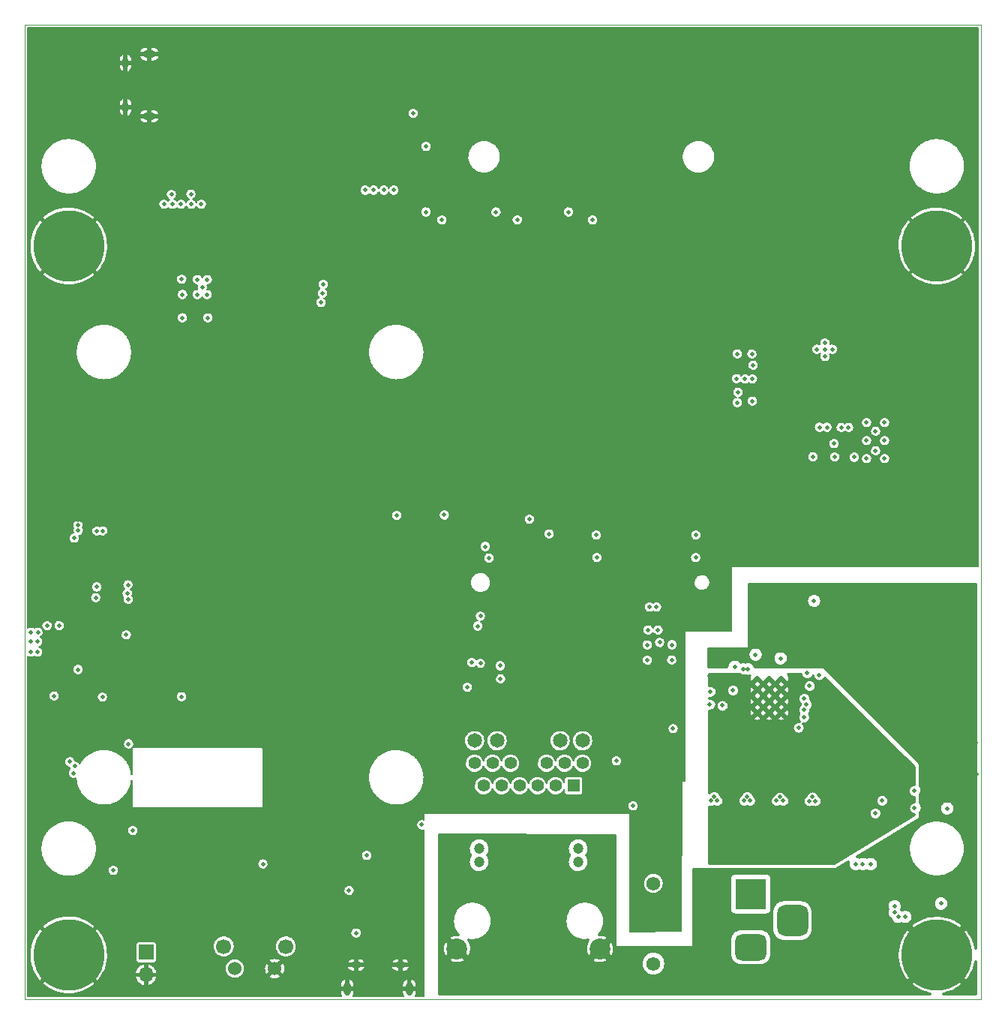
<source format=gbr>
%TF.GenerationSoftware,KiCad,Pcbnew,5.99.0-unknown-b84d1456d5~131~ubuntu20.04.1*%
%TF.CreationDate,2021-09-23T18:16:05-05:00*%
%TF.ProjectId,AP2000,41503230-3030-42e6-9b69-6361645f7063,rev?*%
%TF.SameCoordinates,Original*%
%TF.FileFunction,Copper,L2,Inr*%
%TF.FilePolarity,Positive*%
%FSLAX46Y46*%
G04 Gerber Fmt 4.6, Leading zero omitted, Abs format (unit mm)*
G04 Created by KiCad (PCBNEW 5.99.0-unknown-b84d1456d5~131~ubuntu20.04.1) date 2021-09-23 18:16:05*
%MOMM*%
%LPD*%
G01*
G04 APERTURE LIST*
G04 Aperture macros list*
%AMRoundRect*
0 Rectangle with rounded corners*
0 $1 Rounding radius*
0 $2 $3 $4 $5 $6 $7 $8 $9 X,Y pos of 4 corners*
0 Add a 4 corners polygon primitive as box body*
4,1,4,$2,$3,$4,$5,$6,$7,$8,$9,$2,$3,0*
0 Add four circle primitives for the rounded corners*
1,1,$1+$1,$2,$3*
1,1,$1+$1,$4,$5*
1,1,$1+$1,$6,$7*
1,1,$1+$1,$8,$9*
0 Add four rect primitives between the rounded corners*
20,1,$1+$1,$2,$3,$4,$5,0*
20,1,$1+$1,$4,$5,$6,$7,0*
20,1,$1+$1,$6,$7,$8,$9,0*
20,1,$1+$1,$8,$9,$2,$3,0*%
G04 Aperture macros list end*
%TA.AperFunction,Profile*%
%ADD10C,0.100000*%
%TD*%
%TA.AperFunction,ComponentPad*%
%ADD11R,3.500000X3.500000*%
%TD*%
%TA.AperFunction,ComponentPad*%
%ADD12RoundRect,0.750000X1.000000X-0.750000X1.000000X0.750000X-1.000000X0.750000X-1.000000X-0.750000X0*%
%TD*%
%TA.AperFunction,ComponentPad*%
%ADD13RoundRect,0.875000X0.875000X-0.875000X0.875000X0.875000X-0.875000X0.875000X-0.875000X-0.875000X0*%
%TD*%
%TA.AperFunction,ComponentPad*%
%ADD14C,1.524000*%
%TD*%
%TA.AperFunction,ComponentPad*%
%ADD15C,1.700000*%
%TD*%
%TA.AperFunction,ComponentPad*%
%ADD16C,1.574800*%
%TD*%
%TA.AperFunction,ComponentPad*%
%ADD17C,8.000000*%
%TD*%
%TA.AperFunction,ComponentPad*%
%ADD18R,1.700000X1.700000*%
%TD*%
%TA.AperFunction,ComponentPad*%
%ADD19O,1.700000X1.700000*%
%TD*%
%TA.AperFunction,ComponentPad*%
%ADD20O,1.550000X0.775000*%
%TD*%
%TA.AperFunction,ComponentPad*%
%ADD21O,0.650000X1.300000*%
%TD*%
%TA.AperFunction,ComponentPad*%
%ADD22O,1.300000X0.650000*%
%TD*%
%TA.AperFunction,ComponentPad*%
%ADD23O,0.775000X1.550000*%
%TD*%
%TA.AperFunction,ComponentPad*%
%ADD24R,1.398000X1.398000*%
%TD*%
%TA.AperFunction,ComponentPad*%
%ADD25C,1.398000*%
%TD*%
%TA.AperFunction,ComponentPad*%
%ADD26C,1.200000*%
%TD*%
%TA.AperFunction,ComponentPad*%
%ADD27C,1.650000*%
%TD*%
%TA.AperFunction,ComponentPad*%
%ADD28C,2.362500*%
%TD*%
%TA.AperFunction,ComponentPad*%
%ADD29C,0.500000*%
%TD*%
%TA.AperFunction,ViaPad*%
%ADD30C,0.500000*%
%TD*%
%TA.AperFunction,Conductor*%
%ADD31C,0.203200*%
%TD*%
%TA.AperFunction,Conductor*%
%ADD32C,0.304800*%
%TD*%
%TA.AperFunction,Conductor*%
%ADD33C,0.254000*%
%TD*%
G04 APERTURE END LIST*
D10*
X108000000Y0D02*
X108000000Y-110000000D01*
X0Y0D02*
X108000000Y0D01*
X0Y-110000000D02*
X108000000Y-110000000D01*
X0Y-110000000D02*
X0Y0D01*
D11*
X82000000Y-98130000D03*
D12*
X82000000Y-104130000D03*
D13*
X86700000Y-101130000D03*
D14*
X23750000Y-106550000D03*
X28250000Y-106550000D03*
D15*
X22500000Y-104050000D03*
X29500000Y-104050000D03*
D16*
X71000000Y-96932200D03*
X71000000Y-106000000D03*
D17*
X103000000Y-25000000D03*
D18*
X13740000Y-104710000D03*
D19*
X13740000Y-107250000D03*
D20*
X14109999Y-10351000D03*
D21*
X11409999Y-4351000D03*
X11409999Y-9351000D03*
D20*
X14109999Y-3351000D03*
D22*
X37448002Y-106126503D03*
D23*
X43448002Y-108826503D03*
X36448002Y-108826503D03*
D22*
X42448002Y-106126503D03*
D17*
X103000000Y-105000000D03*
D24*
X61995000Y-85920000D03*
D25*
X59963000Y-85920000D03*
X57931000Y-85920000D03*
X55899000Y-85920000D03*
X53867000Y-85920000D03*
X51835000Y-85920000D03*
X63011000Y-83380000D03*
X60979000Y-83380000D03*
X58947000Y-83380000D03*
X54883000Y-83380000D03*
X52851000Y-83380000D03*
X50819000Y-83380000D03*
D26*
X62503000Y-93030000D03*
X51327000Y-93030000D03*
X62503000Y-94520000D03*
X51327000Y-94520000D03*
D27*
X63011000Y-80840000D03*
X60471000Y-80840000D03*
X53359000Y-80840000D03*
X50819000Y-80840000D03*
D28*
X64980000Y-104335000D03*
X48850000Y-104335000D03*
D17*
X5000000Y-25000000D03*
D29*
X82714000Y-77671000D03*
X85414000Y-75071000D03*
X84064000Y-76371000D03*
X82714000Y-75071000D03*
X84064000Y-77671000D03*
X84064000Y-73771000D03*
X82714000Y-73771000D03*
X85414000Y-76371000D03*
X82714000Y-76371000D03*
X84064000Y-75071000D03*
X85414000Y-77671000D03*
X85414000Y-73771000D03*
D17*
X5000000Y-105000000D03*
D30*
X103490000Y-99210000D03*
X43108999Y-17240000D03*
X37455000Y-62070000D03*
X31890000Y-85790000D03*
X9125000Y-65300000D03*
X24755000Y-69690000D03*
X77887000Y-39293000D03*
X70267000Y-54533000D03*
X43042000Y-70465000D03*
X27826000Y-87822000D03*
X75347000Y-36753000D03*
X27826000Y-81726000D03*
X72807000Y-44373000D03*
X55027000Y-39293000D03*
X62647000Y-51993000D03*
X15703000Y-24246000D03*
X55027000Y-31673000D03*
X32375000Y-56990000D03*
X9515000Y-49370000D03*
X17135000Y-41750000D03*
X55027000Y-36753000D03*
X16593000Y-23208000D03*
X105111000Y-55258000D03*
X77887000Y-44373000D03*
X62647000Y-46913000D03*
X34915000Y-64610000D03*
X65187000Y-49453000D03*
X37455000Y-59530000D03*
X58690000Y-6210000D03*
X37455000Y-69690000D03*
X105110000Y-51910000D03*
X39981000Y-69279000D03*
X60107000Y-51993000D03*
X6137990Y-62072400D03*
X9201790Y-59677200D03*
X43050000Y-72876000D03*
X81820000Y-60990000D03*
X52487000Y-39293000D03*
X39981000Y-56076000D03*
X60107000Y-41833000D03*
X79517000Y-34952000D03*
X57567000Y-51993000D03*
X102860000Y-51960000D03*
X6089000Y-65291000D03*
X11000000Y-63513000D03*
X73990000Y-85060000D03*
X77887000Y-29133000D03*
X29835000Y-49370000D03*
X8931000Y-54248000D03*
X91380000Y-42670000D03*
X22215000Y-49370000D03*
X34915000Y-44290000D03*
X9515000Y-41750000D03*
X26176500Y-30618001D03*
X34915000Y-72230000D03*
X29835000Y-54450000D03*
X27295000Y-41750000D03*
X29858000Y-83758000D03*
X18790000Y-17240000D03*
X31890000Y-83758000D03*
X27295000Y-67150000D03*
X71120000Y-17300000D03*
X14110000Y-70940000D03*
X14166000Y-81261000D03*
X6104800Y-58548000D03*
X39979000Y-70466000D03*
X47140000Y-1950000D03*
X7827300Y-66487200D03*
X10905400Y-57506600D03*
X57567000Y-31673000D03*
X19675000Y-41750000D03*
X34240000Y-28560000D03*
X22215000Y-39210000D03*
X65187000Y-44373000D03*
X65187000Y-41833000D03*
X44845000Y-72872000D03*
X11032400Y-56211200D03*
X44796790Y-62072400D03*
X72807000Y-29133000D03*
X29835000Y-74770000D03*
X69342004Y-65698205D03*
X37455000Y-56990000D03*
X40018000Y-72880000D03*
X22215000Y-46830000D03*
X2013000Y-73377000D03*
X72807000Y-51993000D03*
X66190800Y-65713800D03*
X39401999Y-32014000D03*
X43040000Y-54848000D03*
X42995000Y-56067000D03*
X44790000Y-109458000D03*
X29858000Y-87822000D03*
X24755000Y-67150000D03*
X77887000Y-41833000D03*
X20840000Y-13740000D03*
X75347000Y-39293000D03*
X17135000Y-51910000D03*
X27295000Y-44290000D03*
X24755000Y-46830000D03*
X24755000Y-51910000D03*
X39982000Y-55013000D03*
X60107000Y-54533000D03*
X32375000Y-51910000D03*
X39543000Y-81310000D03*
X52487000Y-31673000D03*
X43057000Y-71692000D03*
X107107000Y-60805000D03*
X34915000Y-67150000D03*
X29835000Y-44290000D03*
X35954000Y-83758000D03*
X49947000Y-44373000D03*
X17135000Y-44290000D03*
X86290000Y-59800000D03*
X7821790Y-62067200D03*
X57567000Y-41833000D03*
X2990000Y-88960000D03*
X102790000Y-45450000D03*
X60107000Y-49453000D03*
X101484007Y-53598987D03*
X22215000Y-64610000D03*
X53990000Y-9660000D03*
X52487000Y-49453000D03*
X49947000Y-34213000D03*
X24755000Y-49370000D03*
X12620000Y-19160000D03*
X29835000Y-62070000D03*
X37455000Y-72230000D03*
X1880000Y-77290000D03*
X38416999Y-15781000D03*
X60107000Y-39293000D03*
X57567000Y-34213000D03*
X6079000Y-64074000D03*
X49947000Y-31673000D03*
X91560000Y-31740000D03*
X39991000Y-65683000D03*
X34915000Y-69690000D03*
X27295000Y-62070000D03*
X22215000Y-62070000D03*
X34915000Y-56990000D03*
X13127000Y-96431000D03*
X6225400Y-74160000D03*
X19770000Y-59530000D03*
X63040000Y-12060000D03*
X78408600Y-64467000D03*
X24755000Y-54450000D03*
X57567000Y-39293000D03*
X22215000Y-51910000D03*
X70267000Y-51993000D03*
X29835000Y-72230000D03*
X27295000Y-39210000D03*
X85664300Y-35968599D03*
X33508000Y-100290000D03*
X51710000Y-56340000D03*
X86940000Y-43880000D03*
X62647000Y-34213000D03*
X14710000Y-17310000D03*
X44862000Y-65663000D03*
X39964000Y-59674000D03*
X67727000Y-46913000D03*
X24140000Y-28660000D03*
X103982000Y-60805000D03*
X65187000Y-36753000D03*
X92910000Y-52250000D03*
X11140000Y-98960000D03*
X77887000Y-31673000D03*
X90530000Y-52210000D03*
X42662999Y-30492000D03*
X19770000Y-56990000D03*
X46242999Y-30440000D03*
X55027000Y-34213000D03*
X34915000Y-59530000D03*
X62647000Y-49453000D03*
X60440000Y-12160000D03*
X41614198Y-32746402D03*
X7852000Y-57761000D03*
X32375000Y-41750000D03*
X2600000Y-74650000D03*
X37986000Y-85790000D03*
X60107000Y-29133000D03*
X44903000Y-68060000D03*
X31890000Y-87822000D03*
X34915000Y-62070000D03*
X74240000Y-78960000D03*
X19675000Y-39210000D03*
X52487000Y-46913000D03*
X6950790Y-53284000D03*
X72807000Y-36753000D03*
X43059000Y-57269000D03*
X47602000Y-86406000D03*
X85550000Y-47520000D03*
X9127400Y-61672200D03*
X55027000Y-54533000D03*
X17135000Y-49370000D03*
X24755000Y-39210000D03*
X9119000Y-68069000D03*
X67470000Y-56300000D03*
X60107000Y-34213000D03*
X60107000Y-31673000D03*
X72807000Y-34213000D03*
X32375000Y-62070000D03*
X10980000Y-66472800D03*
X29858000Y-85790000D03*
X27826000Y-85790000D03*
X72807000Y-41833000D03*
X42786999Y-32097000D03*
X46338598Y-32111402D03*
X59043000Y-59987000D03*
X65187000Y-51993000D03*
X34915000Y-49370000D03*
X44796790Y-59659400D03*
X70267000Y-41833000D03*
X67727000Y-54533000D03*
X86070700Y-37289399D03*
X16621000Y-12120000D03*
X24755000Y-64610000D03*
X43141000Y-66884000D03*
X12340000Y-98960000D03*
X14460000Y-76440000D03*
X43103000Y-62091000D03*
X27295000Y-46830000D03*
X49947000Y-51993000D03*
X62647000Y-36753000D03*
X37940000Y-11660000D03*
X57567000Y-29133000D03*
X23340000Y-80064000D03*
X77271000Y-68289000D03*
X9515000Y-44290000D03*
X10879284Y-59661504D03*
X73319000Y-75051000D03*
X27295000Y-56990000D03*
X7857000Y-56546000D03*
X42230000Y-100270000D03*
X7915000Y-67668000D03*
X35954000Y-85790000D03*
X62647000Y-44373000D03*
X29835000Y-41750000D03*
X67290000Y-17400000D03*
X19770000Y-62070000D03*
X43105000Y-68088000D03*
X62647000Y-31673000D03*
X36930999Y-16332000D03*
X44796790Y-63266200D03*
X57567000Y-49453000D03*
X4000000Y-74620000D03*
X32375000Y-49370000D03*
X99060000Y-42210000D03*
X70401000Y-75086000D03*
X33168999Y-17240000D03*
X43087000Y-60891000D03*
X82240000Y-28560000D03*
X71728000Y-72968000D03*
X43066000Y-63290000D03*
X67727000Y-49453000D03*
X99034007Y-47698987D03*
X10284000Y-19635000D03*
X70267000Y-31673000D03*
X30677000Y-96522000D03*
X34915000Y-46830000D03*
X32375000Y-72230000D03*
X90320000Y-39280000D03*
X77887000Y-34213000D03*
X29835000Y-64610000D03*
X75347000Y-49453000D03*
X70267000Y-49453000D03*
X55027000Y-41833000D03*
X55027000Y-46913000D03*
X800000Y-71950000D03*
X45186000Y-81250000D03*
X29835000Y-56990000D03*
X52487000Y-36753000D03*
X102611000Y-55238000D03*
X18930000Y-15690000D03*
X52487000Y-34213000D03*
X27150000Y-17140000D03*
X22215000Y-67150000D03*
X44803000Y-100298000D03*
X40047000Y-66882000D03*
X70267000Y-34213000D03*
X27295000Y-72230000D03*
X44858000Y-66860000D03*
X67727000Y-44373000D03*
X11800000Y-51320000D03*
X86890000Y-50630000D03*
X6410000Y-80300000D03*
X60107000Y-46913000D03*
X24755000Y-59530000D03*
X67727000Y-31673000D03*
X9171790Y-63787200D03*
X34915000Y-74770000D03*
X67727000Y-29133000D03*
X98670000Y-37360000D03*
X12055000Y-44290000D03*
X37986000Y-81726000D03*
X85450000Y-60839000D03*
X31890000Y-81726000D03*
X27295000Y-51910000D03*
X9162000Y-72890000D03*
X19675000Y-51910000D03*
X37061999Y-21989000D03*
X67727000Y-51993000D03*
X12055000Y-41750000D03*
X6137990Y-60065800D03*
X86883500Y-35206599D03*
X44796790Y-60878600D03*
X6086000Y-66495000D03*
X13710000Y-75260000D03*
X27826000Y-83758000D03*
X75347000Y-34213000D03*
X37455000Y-74770000D03*
X49947000Y-49453000D03*
X27295000Y-59530000D03*
X29835000Y-51910000D03*
X39401999Y-30358000D03*
X37455000Y-64610000D03*
X24755000Y-41750000D03*
X19770000Y-64610000D03*
X2150000Y-82940000D03*
X32375000Y-67150000D03*
X19770000Y-54450000D03*
X44899000Y-64479000D03*
X62647000Y-39293000D03*
X39990000Y-71679000D03*
X12055000Y-49370000D03*
X71900000Y-86610000D03*
X55027000Y-29133000D03*
X72807000Y-54533000D03*
X49947000Y-29133000D03*
X32375000Y-46830000D03*
X9780000Y-76684000D03*
X67727000Y-41833000D03*
X33922000Y-87822000D03*
X15740000Y-28560000D03*
X62647000Y-29133000D03*
X19675000Y-49370000D03*
X10894193Y-61640600D03*
X27295000Y-49370000D03*
X72807000Y-46913000D03*
X67775000Y-85085000D03*
X32375000Y-44290000D03*
X71170000Y-56280000D03*
X44838000Y-71666000D03*
X22215000Y-41750000D03*
X102910000Y-49880000D03*
X56265000Y-7900000D03*
X22215000Y-44290000D03*
X67727000Y-39293000D03*
X72807000Y-31673000D03*
X65187000Y-39293000D03*
X70267000Y-39293000D03*
X27295000Y-69690000D03*
X75347000Y-44373000D03*
X55396200Y-65635400D03*
X57567000Y-44373000D03*
X70951000Y-81839800D03*
X35097000Y-109492000D03*
X43060000Y-69278000D03*
X24755000Y-62070000D03*
X77887000Y-54533000D03*
X9263000Y-57704000D03*
X43078000Y-64501000D03*
X19675000Y-44290000D03*
X77887000Y-49453000D03*
X62647000Y-54533000D03*
X10981600Y-72873600D03*
X52487000Y-29133000D03*
X19675000Y-46830000D03*
X90279000Y-34230000D03*
X33922000Y-81726000D03*
X75000000Y-56320000D03*
X24755000Y-44290000D03*
X52487000Y-41833000D03*
X103984007Y-53573987D03*
X37793999Y-22019000D03*
X27295000Y-54450000D03*
X39958000Y-64468000D03*
X25030000Y-33220000D03*
X12055000Y-46830000D03*
X32375000Y-54450000D03*
X29835000Y-46830000D03*
X55027000Y-44373000D03*
X37652000Y-8279000D03*
X55027000Y-49453000D03*
X10981600Y-68071000D03*
X65187000Y-46913000D03*
X49947000Y-46913000D03*
X7821790Y-60057200D03*
X75347000Y-54533000D03*
X48400000Y-14140000D03*
X94670984Y-60805000D03*
X65187000Y-54533000D03*
X6088000Y-67679000D03*
X49947000Y-39293000D03*
X75347000Y-29133000D03*
X52487000Y-44373000D03*
X72807000Y-39293000D03*
X33922000Y-83758000D03*
X48820000Y-73350000D03*
X52487000Y-54533000D03*
X29858000Y-81726000D03*
X52487000Y-51993000D03*
X13407000Y-55082000D03*
X75347000Y-41833000D03*
X32375000Y-64610000D03*
X57567000Y-36753000D03*
X44943000Y-58660000D03*
X65187000Y-31673000D03*
X6045000Y-55903000D03*
X18920000Y-75300000D03*
X65187000Y-34213000D03*
X62647000Y-41833000D03*
X32375000Y-59530000D03*
X82436000Y-34923000D03*
X20480000Y-76730000D03*
X43142000Y-65689000D03*
X75347000Y-31673000D03*
X37455000Y-67150000D03*
X22215000Y-56990000D03*
X65187000Y-29133000D03*
X70267000Y-44373000D03*
X10981600Y-65431400D03*
X60107000Y-36753000D03*
X39967000Y-58475000D03*
X61599000Y-59969000D03*
X75347000Y-46913000D03*
X70267000Y-29133000D03*
X9981000Y-6070000D03*
X57567000Y-54533000D03*
X22215000Y-59530000D03*
X39983000Y-57277000D03*
X84150000Y-59980000D03*
X49550000Y-71830000D03*
X9178200Y-56541400D03*
X70267000Y-46913000D03*
X29835000Y-59530000D03*
X71942722Y-99962722D03*
X22215000Y-54450000D03*
X35954000Y-87822000D03*
X49947000Y-41833000D03*
X40043000Y-68076000D03*
X9321000Y-8240000D03*
X34915000Y-51910000D03*
X17135000Y-46830000D03*
X32375000Y-74770000D03*
X7984400Y-65507600D03*
X77887000Y-46913000D03*
X35954000Y-81726000D03*
X46820000Y-10545400D03*
X37986000Y-83758000D03*
X72807000Y-49453000D03*
X97774656Y-60805000D03*
X43070000Y-58472000D03*
X100878328Y-60805000D03*
X49947000Y-54533000D03*
X78400000Y-55580000D03*
X32375000Y-69690000D03*
X27295000Y-64610000D03*
X6137990Y-54858800D03*
X29835000Y-67150000D03*
X35276999Y-29761000D03*
X67727000Y-36753000D03*
X60107000Y-44373000D03*
X70267000Y-36753000D03*
X33922000Y-85790000D03*
X48480000Y-64640000D03*
X39980000Y-60868000D03*
X75347000Y-51993000D03*
X44860000Y-70478000D03*
X67727000Y-34213000D03*
X77887000Y-51993000D03*
X72780000Y-89710000D03*
X37986000Y-87822000D03*
X49947000Y-36753000D03*
X44872000Y-69262000D03*
X55027000Y-51993000D03*
X53395000Y-60512000D03*
X9515000Y-46830000D03*
X40547999Y-15781000D03*
X24755000Y-56990000D03*
X77887000Y-36753000D03*
X34915000Y-54450000D03*
X29835000Y-39210000D03*
X21040000Y-17270000D03*
X9127000Y-66501000D03*
X43073000Y-59680000D03*
X16600000Y-17270000D03*
X29835000Y-69690000D03*
X16690000Y-35240000D03*
X57567000Y-46913000D03*
X77845997Y-87135854D03*
X77515797Y-87593054D03*
X78176197Y-87593054D03*
X98409000Y-70757000D03*
X103026000Y-67358000D03*
X96681000Y-67646000D03*
X88349000Y-73205000D03*
X107456000Y-84616000D03*
X85438000Y-67510000D03*
X98347000Y-67747000D03*
X67580000Y-104410000D03*
X83209000Y-68198000D03*
X96589000Y-70680000D03*
X76640000Y-107960000D03*
X75240000Y-107160000D03*
X85477000Y-65295000D03*
X88627000Y-74639000D03*
X88640000Y-106160000D03*
X94670164Y-63459000D03*
X77840000Y-107960000D03*
X103740000Y-96710000D03*
X73760000Y-104400000D03*
X52210000Y-96030000D03*
X63890000Y-93460000D03*
X52160000Y-91870000D03*
X61450000Y-92100000D03*
X103200000Y-77298000D03*
X78170000Y-106735000D03*
X102144000Y-74112000D03*
X103095000Y-74079000D03*
X103980418Y-63459000D03*
X91284000Y-72467000D03*
X97773582Y-63459000D03*
X77378000Y-76707000D03*
X100877000Y-63459000D03*
X78170000Y-107360000D03*
X107083836Y-63459000D03*
X50170000Y-95400000D03*
X92040000Y-106160000D03*
X95840000Y-77800000D03*
X87986000Y-78158000D03*
X103269000Y-71930000D03*
X77411000Y-75269000D03*
X50240000Y-91920000D03*
X75840000Y-107960000D03*
X86606000Y-65272000D03*
X61150000Y-94950000D03*
X92030000Y-107220000D03*
X91290000Y-71490000D03*
X107386000Y-81049000D03*
X102076000Y-77462000D03*
X83170000Y-65304000D03*
X95440000Y-106160000D03*
X106659007Y-67298987D03*
X103298000Y-71306000D03*
X95340000Y-107220000D03*
X98240000Y-100210000D03*
X98240000Y-99510000D03*
X98640000Y-100710000D03*
X99440000Y-100710000D03*
X85259895Y-87186654D03*
X84907197Y-87593054D03*
X85618397Y-87593054D03*
X81554397Y-87133197D03*
X81884597Y-87590397D03*
X81224197Y-87590397D03*
X94560991Y-85336000D03*
X96899991Y-83796000D03*
X96942991Y-84700000D03*
X96985991Y-82871000D03*
X94876991Y-84005000D03*
X77366000Y-73541000D03*
X96792991Y-87580000D03*
X100427000Y-86459000D03*
X81668000Y-72793000D03*
X94640000Y-94760000D03*
X93840000Y-94760000D03*
X100489000Y-88401000D03*
X104176000Y-88477000D03*
X95540000Y-94760000D03*
X81168000Y-72788000D03*
X80190000Y-72491000D03*
X96029991Y-88993000D03*
X88590795Y-87622397D03*
X88946395Y-87190597D03*
X89301995Y-87622397D03*
X50507000Y-71999000D03*
X47409000Y-55348000D03*
X51170000Y-67890000D03*
X89016000Y-48791000D03*
X90363300Y-36679799D03*
X91201500Y-36654399D03*
X90597000Y-45455000D03*
X95077007Y-48987987D03*
X41715999Y-18692000D03*
X40572999Y-18692000D03*
X90363300Y-35943199D03*
X97109007Y-48987987D03*
X92202000Y-45472000D03*
X19970500Y-20282800D03*
X16597000Y-19177000D03*
X15750000Y-20281000D03*
X96093007Y-45889187D03*
X90363300Y-37467199D03*
X38464799Y-18692000D03*
X91461000Y-48799000D03*
X89752000Y-45455000D03*
X18802100Y-19139800D03*
X16719300Y-20282800D03*
X17684500Y-20282800D03*
X97109007Y-46955987D03*
X97109007Y-44923987D03*
X18827500Y-20282800D03*
X39429999Y-18692000D03*
X89474300Y-36654399D03*
X96093007Y-48098987D03*
X93046000Y-45464000D03*
X91402000Y-47296000D03*
X95077007Y-44923987D03*
X93688000Y-48834000D03*
X95077007Y-46955987D03*
X87380000Y-79337000D03*
X88006000Y-77346000D03*
X79966000Y-75142000D03*
X85370000Y-71544000D03*
X88018000Y-76056000D03*
X88277000Y-76718000D03*
X89679500Y-73399500D03*
X82547000Y-71119000D03*
X89152000Y-65057000D03*
X78767000Y-76861000D03*
X33486000Y-31370000D03*
X11712700Y-64872000D03*
X11610000Y-64220000D03*
X33633000Y-30329000D03*
X11690000Y-63240000D03*
X33740000Y-29338000D03*
X12240000Y-90960000D03*
X11765000Y-81185000D03*
X8157400Y-57154000D03*
X8860600Y-57154000D03*
X51479000Y-72091000D03*
X51480000Y-66770000D03*
X5528456Y-84498456D03*
X6031996Y-56505661D03*
X5146000Y-83210000D03*
X6078000Y-57105000D03*
X44869000Y-90317000D03*
X66826000Y-83107000D03*
X50010000Y-74790000D03*
X8807000Y-75901000D03*
X6068700Y-72802038D03*
X17730000Y-75870000D03*
X73100000Y-70008000D03*
X70332000Y-71741000D03*
X71366004Y-65737005D03*
X82270000Y-38460000D03*
X3368000Y-75788000D03*
X80397000Y-39966000D03*
X64140000Y-22060000D03*
X81355200Y-39994499D03*
X73076000Y-71717000D03*
X70566004Y-65737005D03*
X82189000Y-42500000D03*
X64616004Y-60161005D03*
X70408804Y-68339805D03*
X80545000Y-41510000D03*
X36651006Y-97733993D03*
X71716000Y-69743000D03*
X75793604Y-57621005D03*
X68720000Y-88190000D03*
X53756000Y-73848000D03*
X47140000Y-22060000D03*
X80490000Y-37180000D03*
X82134000Y-37181000D03*
X59246000Y-57487000D03*
X80459000Y-42680000D03*
X75787004Y-60166405D03*
X73235000Y-79473000D03*
X11500000Y-68880000D03*
X52019204Y-58916405D03*
X82193400Y-39994499D03*
X71526404Y-68339805D03*
X53697000Y-72369000D03*
X52431005Y-60221405D03*
X37437000Y-102538000D03*
X64566804Y-57621005D03*
X55640000Y-22060000D03*
X10040000Y-95460000D03*
X70296000Y-70028000D03*
X5616700Y-57966000D03*
X5676697Y-83710000D03*
X19504500Y-30486801D03*
X17845000Y-33101000D03*
X752000Y-70817000D03*
X20716000Y-33101000D03*
X19529900Y-28785001D03*
X20622100Y-30486801D03*
X17853000Y-30471000D03*
X3920400Y-67844400D03*
X20647500Y-28785001D03*
X20088700Y-29648601D03*
X2554000Y-67851000D03*
X1532800Y-68581000D03*
X1491000Y-70821000D03*
X748000Y-68577000D03*
X760000Y-69641000D03*
X17762000Y-28741000D03*
X1503000Y-69637000D03*
X42031000Y-55402000D03*
X57002000Y-55837000D03*
X45340000Y-13760000D03*
X43884000Y-10022000D03*
X45340000Y-21160000D03*
X53240000Y-21160000D03*
X61440000Y-21160000D03*
X8169000Y-63474000D03*
X38651000Y-93779000D03*
X8047000Y-64685000D03*
X26925000Y-94736000D03*
D31*
X107645400Y-61142888D02*
X79887800Y-61149194D01*
X79828673Y-61168420D01*
X79792140Y-61218729D01*
X79787223Y-61249796D01*
X79787398Y-68398958D01*
X74683284Y-68427329D01*
X74624260Y-68446870D01*
X74587995Y-68497372D01*
X74583243Y-68527709D01*
X74546739Y-85396691D01*
X74266745Y-85406081D01*
X74208291Y-85427264D01*
X74173453Y-85478761D01*
X74169517Y-85506478D01*
X74145031Y-102340312D01*
X68389471Y-102358419D01*
X68390928Y-96926000D01*
X69852914Y-96926000D01*
X69870012Y-97129611D01*
X69873556Y-97148922D01*
X69929876Y-97345334D01*
X69937104Y-97363589D01*
X70030501Y-97545321D01*
X70041137Y-97561825D01*
X70168055Y-97721954D01*
X70181693Y-97736077D01*
X70337296Y-97868506D01*
X70353418Y-97879711D01*
X70531779Y-97979394D01*
X70549771Y-97987254D01*
X70744098Y-98050394D01*
X70763274Y-98054610D01*
X70966164Y-98078803D01*
X70985793Y-98079215D01*
X71189517Y-98063540D01*
X71208852Y-98060130D01*
X71405653Y-98005182D01*
X71423958Y-97998082D01*
X71606337Y-97905956D01*
X71622915Y-97895436D01*
X71783927Y-97769639D01*
X71798145Y-97756099D01*
X71931656Y-97601425D01*
X71942973Y-97585382D01*
X72043899Y-97407720D01*
X72051885Y-97389783D01*
X72116381Y-97195902D01*
X72120731Y-97176757D01*
X72146340Y-96974041D01*
X72147123Y-96962836D01*
X72147531Y-96933604D01*
X72147061Y-96922383D01*
X72127122Y-96719031D01*
X72123308Y-96699771D01*
X72064251Y-96504165D01*
X72056769Y-96486013D01*
X71960843Y-96305603D01*
X71949979Y-96289250D01*
X71820839Y-96130908D01*
X71807004Y-96116976D01*
X71649567Y-95986733D01*
X71633290Y-95975754D01*
X71453554Y-95878571D01*
X71435454Y-95870963D01*
X71240265Y-95810542D01*
X71221033Y-95806594D01*
X71017825Y-95785236D01*
X70998192Y-95785099D01*
X70794706Y-95803617D01*
X70775419Y-95807296D01*
X70579405Y-95864986D01*
X70561201Y-95872341D01*
X70380126Y-95967005D01*
X70363698Y-95977756D01*
X70204458Y-96105788D01*
X70190430Y-96119525D01*
X70059091Y-96276049D01*
X70047999Y-96292249D01*
X69949564Y-96471302D01*
X69941829Y-96489347D01*
X69880046Y-96684110D01*
X69875964Y-96703315D01*
X69853188Y-96906368D01*
X69852914Y-96926000D01*
X68390928Y-96926000D01*
X68393018Y-89134778D01*
X68373821Y-89075642D01*
X68323531Y-89039083D01*
X68292569Y-89034151D01*
X45201370Y-88999429D01*
X45142210Y-89018553D01*
X45105590Y-89068798D01*
X45100619Y-89099904D01*
X45099807Y-89754404D01*
X44973162Y-89716528D01*
X44944951Y-89712312D01*
X44800441Y-89711430D01*
X44772183Y-89715301D01*
X44633235Y-89755012D01*
X44607197Y-89766659D01*
X44484979Y-89843773D01*
X44463258Y-89862259D01*
X44367596Y-89970576D01*
X44351936Y-89994416D01*
X44290520Y-90125228D01*
X44282181Y-90152505D01*
X44259948Y-90295296D01*
X44259599Y-90323817D01*
X44278337Y-90467109D01*
X44286007Y-90494581D01*
X44344208Y-90626855D01*
X44359282Y-90651071D01*
X44452269Y-90761692D01*
X44473532Y-90780703D01*
X44593830Y-90860780D01*
X44619574Y-90873060D01*
X44757510Y-90916155D01*
X44785667Y-90920715D01*
X44930155Y-90923363D01*
X44958459Y-90919838D01*
X45097883Y-90881827D01*
X45098409Y-90881600D01*
X45075129Y-109645400D01*
X44113992Y-109645400D01*
X44144916Y-109601399D01*
X44156338Y-109580096D01*
X44217205Y-109423979D01*
X44223216Y-109400567D01*
X44240041Y-109272772D01*
X44240902Y-109259641D01*
X44240902Y-109080503D01*
X44221689Y-109021372D01*
X44171389Y-108984827D01*
X44140302Y-108979903D01*
X42755702Y-108979903D01*
X42696571Y-108999116D01*
X42660026Y-109049416D01*
X42655102Y-109080503D01*
X42655102Y-109256022D01*
X42655831Y-109268108D01*
X42670877Y-109392439D01*
X42676642Y-109415912D01*
X42735871Y-109572658D01*
X42747070Y-109594080D01*
X42782341Y-109645400D01*
X37113992Y-109645400D01*
X37144916Y-109601399D01*
X37156338Y-109580096D01*
X37217205Y-109423979D01*
X37223216Y-109400567D01*
X37240041Y-109272772D01*
X37240902Y-109259641D01*
X37240902Y-109080503D01*
X37221689Y-109021372D01*
X37171389Y-108984827D01*
X37140302Y-108979903D01*
X35755702Y-108979903D01*
X35696571Y-108999116D01*
X35660026Y-109049416D01*
X35655102Y-109080503D01*
X35655102Y-109256022D01*
X35655831Y-109268108D01*
X35670877Y-109392439D01*
X35676642Y-109415912D01*
X35735871Y-109572658D01*
X35747070Y-109594080D01*
X35782341Y-109645400D01*
X354600Y-109645400D01*
X354600Y-108203168D01*
X2040945Y-108203168D01*
X2050671Y-108264576D01*
X2074972Y-108295402D01*
X2293232Y-108481813D01*
X2300720Y-108487622D01*
X2632911Y-108721090D01*
X2640914Y-108726168D01*
X2993603Y-108927338D01*
X3002048Y-108931641D01*
X3372103Y-109098727D01*
X3380915Y-109102216D01*
X3765051Y-109233735D01*
X3774152Y-109236379D01*
X4168961Y-109331165D01*
X4178272Y-109332941D01*
X4580249Y-109390150D01*
X4589684Y-109391042D01*
X4995261Y-109410169D01*
X5004739Y-109410169D01*
X5410316Y-109391042D01*
X5419751Y-109390150D01*
X5821728Y-109332941D01*
X5831039Y-109331165D01*
X6225848Y-109236379D01*
X6234949Y-109233735D01*
X6619085Y-109102216D01*
X6627897Y-109098727D01*
X6997952Y-108931641D01*
X7006397Y-108927338D01*
X7359086Y-108726168D01*
X7367089Y-108721090D01*
X7699280Y-108487622D01*
X7706768Y-108481813D01*
X7925028Y-108295402D01*
X7957514Y-108242390D01*
X7952636Y-108180407D01*
X7930829Y-108147770D01*
X5071135Y-105288075D01*
X5015737Y-105259849D01*
X4954329Y-105269575D01*
X4928865Y-105288075D01*
X2069171Y-108147770D01*
X2040945Y-108203168D01*
X354600Y-108203168D01*
X354600Y-104866210D01*
X591858Y-104866210D01*
X598235Y-105272187D01*
X598831Y-105281646D01*
X643386Y-105685222D01*
X644868Y-105694584D01*
X727206Y-106092175D01*
X729563Y-106101354D01*
X848951Y-106489432D01*
X852162Y-106498350D01*
X1007542Y-106873471D01*
X1011577Y-106882047D01*
X1201569Y-107240880D01*
X1206394Y-107249038D01*
X1429313Y-107588399D01*
X1434884Y-107596066D01*
X1688750Y-107912942D01*
X1695017Y-107920052D01*
X1706575Y-107931979D01*
X1761523Y-107961072D01*
X1823077Y-107952312D01*
X1849954Y-107933105D01*
X4711925Y-105071135D01*
X4740151Y-105015737D01*
X4735166Y-104984263D01*
X5259849Y-104984263D01*
X5269575Y-105045671D01*
X5288075Y-105071135D01*
X8150046Y-107933105D01*
X8205444Y-107961331D01*
X8266852Y-107951605D01*
X8293425Y-107931979D01*
X8304983Y-107920052D01*
X8311250Y-107912942D01*
X8565116Y-107596066D01*
X8570687Y-107588399D01*
X8609861Y-107528763D01*
X12515458Y-107528763D01*
X12549269Y-107661895D01*
X12555415Y-107679250D01*
X12644271Y-107871991D01*
X12653476Y-107887934D01*
X12775967Y-108061256D01*
X12787923Y-108075255D01*
X12939950Y-108223353D01*
X12954258Y-108234939D01*
X13130727Y-108352852D01*
X13146906Y-108361636D01*
X13341907Y-108445415D01*
X13359416Y-108451104D01*
X13463798Y-108474723D01*
X13525711Y-108469034D01*
X13572456Y-108428040D01*
X13586600Y-108376604D01*
X13586600Y-107504000D01*
X13893400Y-107504000D01*
X13893400Y-108380130D01*
X13912613Y-108439261D01*
X13962913Y-108475806D01*
X14008436Y-108479689D01*
X14025174Y-108477262D01*
X14043075Y-108472964D01*
X14244049Y-108404743D01*
X14260867Y-108397255D01*
X14267813Y-108393365D01*
X35655102Y-108393365D01*
X35655102Y-108572503D01*
X35674315Y-108631634D01*
X35724615Y-108668179D01*
X35755702Y-108673103D01*
X36194002Y-108673103D01*
X36253133Y-108653890D01*
X36289678Y-108603590D01*
X36294602Y-108572503D01*
X36294602Y-107790989D01*
X36294312Y-107790098D01*
X36601402Y-107790098D01*
X36601402Y-108572503D01*
X36620615Y-108631634D01*
X36670915Y-108668179D01*
X36702002Y-108673103D01*
X37140302Y-108673103D01*
X37199433Y-108653890D01*
X37235978Y-108603590D01*
X37240902Y-108572503D01*
X37240902Y-108396984D01*
X37240684Y-108393365D01*
X42655102Y-108393365D01*
X42655102Y-108572503D01*
X42674315Y-108631634D01*
X42724615Y-108668179D01*
X42755702Y-108673103D01*
X43194002Y-108673103D01*
X43253133Y-108653890D01*
X43289678Y-108603590D01*
X43294602Y-108572503D01*
X43294602Y-107790989D01*
X43294312Y-107790098D01*
X43601402Y-107790098D01*
X43601402Y-108572503D01*
X43620615Y-108631634D01*
X43670915Y-108668179D01*
X43702002Y-108673103D01*
X44140302Y-108673103D01*
X44199433Y-108653890D01*
X44235978Y-108603590D01*
X44240902Y-108572503D01*
X44240902Y-108396984D01*
X44240173Y-108384898D01*
X44225127Y-108260567D01*
X44219362Y-108237094D01*
X44160133Y-108080348D01*
X44148934Y-108058926D01*
X44054025Y-107920833D01*
X44038040Y-107902702D01*
X43912931Y-107791234D01*
X43893083Y-107777439D01*
X43749076Y-107701191D01*
X43687827Y-107690502D01*
X43631993Y-107717854D01*
X43602900Y-107772802D01*
X43601402Y-107790098D01*
X43294312Y-107790098D01*
X43275389Y-107731858D01*
X43225089Y-107695313D01*
X43162915Y-107695313D01*
X43147863Y-107701594D01*
X43009874Y-107772814D01*
X42989881Y-107786401D01*
X42863612Y-107896553D01*
X42847438Y-107914515D01*
X42751088Y-108051607D01*
X42739666Y-108072910D01*
X42678799Y-108229027D01*
X42672788Y-108252439D01*
X42655963Y-108380234D01*
X42655102Y-108393365D01*
X37240684Y-108393365D01*
X37240173Y-108384898D01*
X37225127Y-108260567D01*
X37219362Y-108237094D01*
X37160133Y-108080348D01*
X37148934Y-108058926D01*
X37054025Y-107920833D01*
X37038040Y-107902702D01*
X36912931Y-107791234D01*
X36893083Y-107777439D01*
X36749076Y-107701191D01*
X36687827Y-107690502D01*
X36631993Y-107717854D01*
X36602900Y-107772802D01*
X36601402Y-107790098D01*
X36294312Y-107790098D01*
X36275389Y-107731858D01*
X36225089Y-107695313D01*
X36162915Y-107695313D01*
X36147863Y-107701594D01*
X36009874Y-107772814D01*
X35989881Y-107786401D01*
X35863612Y-107896553D01*
X35847438Y-107914515D01*
X35751088Y-108051607D01*
X35739666Y-108072910D01*
X35678799Y-108229027D01*
X35672788Y-108252439D01*
X35655963Y-108380234D01*
X35655102Y-108393365D01*
X14267813Y-108393365D01*
X14446043Y-108293551D01*
X14461216Y-108283123D01*
X14624393Y-108147410D01*
X14637410Y-108134393D01*
X14773123Y-107971216D01*
X14783551Y-107956043D01*
X14887255Y-107770867D01*
X14894743Y-107754049D01*
X14962964Y-107553075D01*
X14967262Y-107535174D01*
X14969689Y-107518436D01*
X14959160Y-107457160D01*
X14914625Y-107413775D01*
X14870130Y-107403400D01*
X13994000Y-107403400D01*
X13934869Y-107422613D01*
X13898324Y-107472913D01*
X13893400Y-107504000D01*
X13586600Y-107504000D01*
X13567387Y-107444869D01*
X13517087Y-107408324D01*
X13486000Y-107403400D01*
X12612963Y-107403400D01*
X12553832Y-107422613D01*
X12517287Y-107472913D01*
X12515458Y-107528763D01*
X8609861Y-107528763D01*
X8793606Y-107249038D01*
X8798431Y-107240880D01*
X8943883Y-106966168D01*
X12513519Y-106966168D01*
X12514333Y-107028337D01*
X12551533Y-107078154D01*
X12609594Y-107096600D01*
X13486000Y-107096600D01*
X13545131Y-107077387D01*
X13581676Y-107027087D01*
X13586600Y-106996000D01*
X13586600Y-106123017D01*
X13893400Y-106123017D01*
X13893400Y-106996000D01*
X13912613Y-107055131D01*
X13962913Y-107091676D01*
X13994000Y-107096600D01*
X14868298Y-107096600D01*
X14927429Y-107077387D01*
X14963974Y-107027087D01*
X14965121Y-106968693D01*
X14919540Y-106807077D01*
X14912942Y-106789890D01*
X14819072Y-106599540D01*
X14809453Y-106583842D01*
X14779819Y-106544157D01*
X22628435Y-106544157D01*
X22645115Y-106742804D01*
X22648659Y-106762116D01*
X22703607Y-106953739D01*
X22710835Y-106971993D01*
X22801955Y-107149295D01*
X22812590Y-107165798D01*
X22936413Y-107322024D01*
X22950052Y-107336148D01*
X23101862Y-107465348D01*
X23117985Y-107476553D01*
X23291998Y-107573805D01*
X23309989Y-107581665D01*
X23499578Y-107643267D01*
X23518754Y-107647483D01*
X23716698Y-107671086D01*
X23736327Y-107671497D01*
X23935085Y-107656203D01*
X23954420Y-107652794D01*
X24146423Y-107599186D01*
X24164728Y-107592086D01*
X24342661Y-107502206D01*
X24359239Y-107491686D01*
X24416383Y-107447040D01*
X27597072Y-107447040D01*
X27606798Y-107508448D01*
X27647354Y-107550593D01*
X27771762Y-107620122D01*
X27789754Y-107627982D01*
X27988725Y-107692632D01*
X28007901Y-107696848D01*
X28215640Y-107721619D01*
X28235269Y-107722030D01*
X28443862Y-107705979D01*
X28463197Y-107702570D01*
X28664701Y-107646310D01*
X28683007Y-107639210D01*
X28850804Y-107554449D01*
X28894920Y-107510639D01*
X28904861Y-107449264D01*
X28876580Y-107393520D01*
X28321135Y-106838075D01*
X28265737Y-106809849D01*
X28204329Y-106819575D01*
X28178865Y-106838075D01*
X27625298Y-107391642D01*
X27597072Y-107447040D01*
X24416383Y-107447040D01*
X24516326Y-107368956D01*
X24530544Y-107355416D01*
X24660801Y-107204512D01*
X24672118Y-107188468D01*
X24770583Y-107015138D01*
X24778569Y-106997202D01*
X24841492Y-106808048D01*
X24845842Y-106788903D01*
X24870827Y-106591129D01*
X24871610Y-106579924D01*
X24872008Y-106551404D01*
X24871675Y-106543451D01*
X27077895Y-106543451D01*
X27095402Y-106751928D01*
X27098946Y-106771239D01*
X27156612Y-106972345D01*
X27163840Y-106990600D01*
X27246283Y-107151016D01*
X27290400Y-107194826D01*
X27351842Y-107204338D01*
X27406893Y-107176167D01*
X27961925Y-106621135D01*
X27990151Y-106565737D01*
X27985166Y-106534263D01*
X28509849Y-106534263D01*
X28519575Y-106595671D01*
X28538075Y-106621135D01*
X29091467Y-107174527D01*
X29146865Y-107202753D01*
X29208273Y-107193027D01*
X29250073Y-107153082D01*
X29316757Y-107035696D01*
X29324743Y-107017760D01*
X29390780Y-106819246D01*
X29395130Y-106800100D01*
X29421351Y-106592539D01*
X29422134Y-106581336D01*
X29422552Y-106551405D01*
X29422082Y-106540183D01*
X29403377Y-106349416D01*
X36447644Y-106349416D01*
X36447644Y-106411590D01*
X36452936Y-106427877D01*
X36463673Y-106450694D01*
X36548937Y-106585048D01*
X36565010Y-106604478D01*
X36681006Y-106713406D01*
X36701408Y-106728228D01*
X36840850Y-106804887D01*
X36864296Y-106814171D01*
X37018422Y-106853743D01*
X37043440Y-106856903D01*
X37194002Y-106856903D01*
X37253133Y-106837690D01*
X37289678Y-106787390D01*
X37294602Y-106756303D01*
X37294602Y-106380503D01*
X37601402Y-106380503D01*
X37601402Y-106756303D01*
X37620615Y-106815434D01*
X37670915Y-106851979D01*
X37702002Y-106856903D01*
X37812628Y-106856903D01*
X37825237Y-106856110D01*
X37943481Y-106841172D01*
X37967905Y-106834901D01*
X38115855Y-106776324D01*
X38137953Y-106764175D01*
X38266688Y-106670644D01*
X38285071Y-106653381D01*
X38386500Y-106530773D01*
X38400012Y-106509482D01*
X38440549Y-106423336D01*
X38448341Y-106361652D01*
X38441614Y-106349416D01*
X41447644Y-106349416D01*
X41447644Y-106411590D01*
X41452936Y-106427877D01*
X41463673Y-106450694D01*
X41548937Y-106585048D01*
X41565010Y-106604478D01*
X41681006Y-106713406D01*
X41701408Y-106728228D01*
X41840850Y-106804887D01*
X41864296Y-106814171D01*
X42018422Y-106853743D01*
X42043440Y-106856903D01*
X42194002Y-106856903D01*
X42253133Y-106837690D01*
X42289678Y-106787390D01*
X42294602Y-106756303D01*
X42294602Y-106380503D01*
X42601402Y-106380503D01*
X42601402Y-106756303D01*
X42620615Y-106815434D01*
X42670915Y-106851979D01*
X42702002Y-106856903D01*
X42812628Y-106856903D01*
X42825237Y-106856110D01*
X42943481Y-106841172D01*
X42967905Y-106834901D01*
X43115855Y-106776324D01*
X43137953Y-106764175D01*
X43266688Y-106670644D01*
X43285071Y-106653381D01*
X43386500Y-106530773D01*
X43400012Y-106509482D01*
X43440549Y-106423336D01*
X43448341Y-106361652D01*
X43418388Y-106307169D01*
X43362131Y-106280696D01*
X43349523Y-106279903D01*
X42702002Y-106279903D01*
X42642871Y-106299116D01*
X42606326Y-106349416D01*
X42601402Y-106380503D01*
X42294602Y-106380503D01*
X42275389Y-106321372D01*
X42225089Y-106284827D01*
X42194002Y-106279903D01*
X41543320Y-106279903D01*
X41484189Y-106299116D01*
X41447644Y-106349416D01*
X38441614Y-106349416D01*
X38418388Y-106307169D01*
X38362131Y-106280696D01*
X38349523Y-106279903D01*
X37702002Y-106279903D01*
X37642871Y-106299116D01*
X37606326Y-106349416D01*
X37601402Y-106380503D01*
X37294602Y-106380503D01*
X37275389Y-106321372D01*
X37225089Y-106284827D01*
X37194002Y-106279903D01*
X36543320Y-106279903D01*
X36484189Y-106299116D01*
X36447644Y-106349416D01*
X29403377Y-106349416D01*
X29401667Y-106331971D01*
X29397853Y-106312711D01*
X29337384Y-106112430D01*
X29329903Y-106094278D01*
X29252362Y-105948444D01*
X29207637Y-105905254D01*
X29146068Y-105896601D01*
X29092402Y-105924538D01*
X28538075Y-106478865D01*
X28509849Y-106534263D01*
X27985166Y-106534263D01*
X27980425Y-106504329D01*
X27961925Y-106478865D01*
X27408144Y-105925084D01*
X27352746Y-105896858D01*
X27291338Y-105906584D01*
X27248852Y-105947755D01*
X27176565Y-106079245D01*
X27168831Y-106097291D01*
X27105572Y-106296709D01*
X27101490Y-106315913D01*
X27078169Y-106523819D01*
X27077895Y-106543451D01*
X24871675Y-106543451D01*
X24871538Y-106540183D01*
X24852085Y-106341789D01*
X24848271Y-106322530D01*
X24790654Y-106131692D01*
X24783173Y-106113539D01*
X24689586Y-105937527D01*
X24678720Y-105921174D01*
X24552727Y-105766692D01*
X24538893Y-105752761D01*
X24418191Y-105652907D01*
X27596149Y-105652907D01*
X27624205Y-105707265D01*
X28178865Y-106261925D01*
X28234263Y-106290151D01*
X28295671Y-106280425D01*
X28321135Y-106261925D01*
X28691706Y-105891354D01*
X36447663Y-105891354D01*
X36477616Y-105945837D01*
X36533873Y-105972310D01*
X36546481Y-105973103D01*
X37194002Y-105973103D01*
X37253133Y-105953890D01*
X37289678Y-105903590D01*
X37294602Y-105872503D01*
X37294602Y-105496703D01*
X37601402Y-105496703D01*
X37601402Y-105872503D01*
X37620615Y-105931634D01*
X37670915Y-105968179D01*
X37702002Y-105973103D01*
X38352684Y-105973103D01*
X38411815Y-105953890D01*
X38448360Y-105903590D01*
X38448360Y-105891354D01*
X41447663Y-105891354D01*
X41477616Y-105945837D01*
X41533873Y-105972310D01*
X41546481Y-105973103D01*
X42194002Y-105973103D01*
X42253133Y-105953890D01*
X42289678Y-105903590D01*
X42294602Y-105872503D01*
X42294602Y-105496703D01*
X42601402Y-105496703D01*
X42601402Y-105872503D01*
X42620615Y-105931634D01*
X42670915Y-105968179D01*
X42702002Y-105973103D01*
X43352684Y-105973103D01*
X43411815Y-105953890D01*
X43448360Y-105903590D01*
X43448360Y-105841416D01*
X43443068Y-105825129D01*
X43432331Y-105802312D01*
X43347067Y-105667958D01*
X43330994Y-105648528D01*
X43214998Y-105539600D01*
X43194596Y-105524778D01*
X43055154Y-105448119D01*
X43031708Y-105438835D01*
X42877582Y-105399263D01*
X42852564Y-105396103D01*
X42702002Y-105396103D01*
X42642871Y-105415316D01*
X42606326Y-105465616D01*
X42601402Y-105496703D01*
X42294602Y-105496703D01*
X42275389Y-105437572D01*
X42225089Y-105401027D01*
X42194002Y-105396103D01*
X42083376Y-105396103D01*
X42070767Y-105396896D01*
X41952523Y-105411834D01*
X41928099Y-105418105D01*
X41780149Y-105476682D01*
X41758051Y-105488831D01*
X41629316Y-105582362D01*
X41610933Y-105599625D01*
X41509504Y-105722233D01*
X41495992Y-105743524D01*
X41455455Y-105829670D01*
X41447663Y-105891354D01*
X38448360Y-105891354D01*
X38448360Y-105841416D01*
X38443068Y-105825129D01*
X38432331Y-105802312D01*
X38347067Y-105667958D01*
X38330994Y-105648528D01*
X38214998Y-105539600D01*
X38194596Y-105524778D01*
X38055154Y-105448119D01*
X38031708Y-105438835D01*
X37877582Y-105399263D01*
X37852564Y-105396103D01*
X37702002Y-105396103D01*
X37642871Y-105415316D01*
X37606326Y-105465616D01*
X37601402Y-105496703D01*
X37294602Y-105496703D01*
X37275389Y-105437572D01*
X37225089Y-105401027D01*
X37194002Y-105396103D01*
X37083376Y-105396103D01*
X37070767Y-105396896D01*
X36952523Y-105411834D01*
X36928099Y-105418105D01*
X36780149Y-105476682D01*
X36758051Y-105488831D01*
X36629316Y-105582362D01*
X36610933Y-105599625D01*
X36509504Y-105722233D01*
X36495992Y-105743524D01*
X36455455Y-105829670D01*
X36447663Y-105891354D01*
X28691706Y-105891354D01*
X28875169Y-105707891D01*
X28903395Y-105652493D01*
X28893669Y-105591085D01*
X28851882Y-105548263D01*
X28713250Y-105473305D01*
X28695150Y-105465697D01*
X28495296Y-105403832D01*
X28476064Y-105399884D01*
X28268000Y-105378015D01*
X28248367Y-105377878D01*
X28040017Y-105396839D01*
X28020730Y-105400518D01*
X27820032Y-105459587D01*
X27801829Y-105466942D01*
X27648733Y-105546978D01*
X27605232Y-105591399D01*
X27596149Y-105652907D01*
X24418191Y-105652907D01*
X24385295Y-105625693D01*
X24369018Y-105614713D01*
X24193663Y-105519899D01*
X24175563Y-105512291D01*
X23985133Y-105453343D01*
X23965900Y-105449395D01*
X23767646Y-105428558D01*
X23748014Y-105428421D01*
X23549488Y-105446488D01*
X23530201Y-105450167D01*
X23338966Y-105506451D01*
X23320762Y-105513806D01*
X23144101Y-105606162D01*
X23127673Y-105616913D01*
X22972315Y-105741824D01*
X22958287Y-105755561D01*
X22830150Y-105908269D01*
X22819057Y-105924469D01*
X22723022Y-106099157D01*
X22715288Y-106117202D01*
X22655011Y-106307216D01*
X22650929Y-106326422D01*
X22628709Y-106524526D01*
X22628435Y-106544157D01*
X14779819Y-106544157D01*
X14682466Y-106413786D01*
X14670147Y-106400105D01*
X14514296Y-106256038D01*
X14499691Y-106244831D01*
X14320196Y-106131578D01*
X14303792Y-106123220D01*
X14106664Y-106044574D01*
X14089012Y-106039345D01*
X14013626Y-106024350D01*
X13951883Y-106031658D01*
X13906227Y-106073862D01*
X13893400Y-106123017D01*
X13586600Y-106123017D01*
X13586600Y-106121837D01*
X13567387Y-106062706D01*
X13517087Y-106026161D01*
X13468963Y-106022690D01*
X13422798Y-106030623D01*
X13405016Y-106035388D01*
X13205897Y-106108847D01*
X13189280Y-106116773D01*
X13006882Y-106225289D01*
X12991988Y-106236110D01*
X12832419Y-106376048D01*
X12819746Y-106389402D01*
X12688351Y-106556076D01*
X12678324Y-106571516D01*
X12579503Y-106759343D01*
X12572458Y-106776352D01*
X12513519Y-106966168D01*
X8943883Y-106966168D01*
X8988423Y-106882047D01*
X8992458Y-106873471D01*
X9147838Y-106498350D01*
X9151049Y-106489432D01*
X9270437Y-106101354D01*
X9272794Y-106092175D01*
X9355132Y-105694584D01*
X9356614Y-105685222D01*
X9401169Y-105281646D01*
X9401727Y-105273767D01*
X9410231Y-105003160D01*
X9410169Y-104995261D01*
X9391042Y-104589684D01*
X9390150Y-104580249D01*
X9332941Y-104178272D01*
X9331165Y-104168961D01*
X9250971Y-103834933D01*
X12534900Y-103834933D01*
X12534901Y-105585066D01*
X12536834Y-105604690D01*
X12551599Y-105678925D01*
X12566620Y-105715192D01*
X12622870Y-105799375D01*
X12650625Y-105827130D01*
X12734808Y-105883380D01*
X12771073Y-105898401D01*
X12845307Y-105913167D01*
X12864933Y-105915100D01*
X14615066Y-105915099D01*
X14634690Y-105913166D01*
X14708925Y-105898401D01*
X14745192Y-105883380D01*
X14829375Y-105827130D01*
X14857130Y-105799375D01*
X14913380Y-105715192D01*
X14928401Y-105678927D01*
X14943167Y-105604693D01*
X14945100Y-105585067D01*
X14945099Y-104027543D01*
X21290763Y-104027543D01*
X21304039Y-104230101D01*
X21306919Y-104248285D01*
X21356887Y-104445032D01*
X21363033Y-104462386D01*
X21448018Y-104646733D01*
X21457223Y-104662677D01*
X21574379Y-104828450D01*
X21586336Y-104842449D01*
X21731741Y-104984095D01*
X21746047Y-104995681D01*
X21914829Y-105108458D01*
X21931009Y-105117242D01*
X22117517Y-105197372D01*
X22135026Y-105203061D01*
X22333014Y-105247861D01*
X22351266Y-105250264D01*
X22554103Y-105258234D01*
X22572488Y-105257271D01*
X22773380Y-105228143D01*
X22791282Y-105223845D01*
X22983502Y-105158595D01*
X23000320Y-105151107D01*
X23177431Y-105051920D01*
X23192604Y-105041492D01*
X23348673Y-104911690D01*
X23361690Y-104898673D01*
X23491492Y-104742604D01*
X23501920Y-104727431D01*
X23601107Y-104550320D01*
X23608595Y-104533502D01*
X23673845Y-104341282D01*
X23678143Y-104323380D01*
X23707271Y-104122488D01*
X23708278Y-104110686D01*
X23709798Y-104052633D01*
X23709410Y-104040795D01*
X23708192Y-104027543D01*
X28290763Y-104027543D01*
X28304039Y-104230101D01*
X28306919Y-104248285D01*
X28356887Y-104445032D01*
X28363033Y-104462386D01*
X28448018Y-104646733D01*
X28457223Y-104662677D01*
X28574379Y-104828450D01*
X28586336Y-104842449D01*
X28731741Y-104984095D01*
X28746047Y-104995681D01*
X28914829Y-105108458D01*
X28931009Y-105117242D01*
X29117517Y-105197372D01*
X29135026Y-105203061D01*
X29333014Y-105247861D01*
X29351266Y-105250264D01*
X29554103Y-105258234D01*
X29572488Y-105257271D01*
X29773380Y-105228143D01*
X29791282Y-105223845D01*
X29983502Y-105158595D01*
X30000320Y-105151107D01*
X30177431Y-105051920D01*
X30192604Y-105041492D01*
X30348673Y-104911690D01*
X30361690Y-104898673D01*
X30491492Y-104742604D01*
X30501920Y-104727431D01*
X30601107Y-104550320D01*
X30608595Y-104533502D01*
X30673845Y-104341282D01*
X30678143Y-104323380D01*
X30707271Y-104122488D01*
X30708278Y-104110686D01*
X30709798Y-104052633D01*
X30709410Y-104040795D01*
X30690836Y-103838654D01*
X30687481Y-103820552D01*
X30632380Y-103625180D01*
X30625783Y-103607993D01*
X30536002Y-103425934D01*
X30526382Y-103410236D01*
X30404926Y-103247587D01*
X30392607Y-103233906D01*
X30243545Y-103096114D01*
X30228940Y-103084907D01*
X30057263Y-102976587D01*
X30040859Y-102968229D01*
X29852317Y-102893008D01*
X29834665Y-102887779D01*
X29635572Y-102848177D01*
X29617263Y-102846253D01*
X29414288Y-102843596D01*
X29395934Y-102845040D01*
X29195873Y-102879417D01*
X29178090Y-102884182D01*
X28987643Y-102954442D01*
X28971027Y-102962368D01*
X28796574Y-103066156D01*
X28781680Y-103076977D01*
X28629062Y-103210820D01*
X28616389Y-103224174D01*
X28490717Y-103383588D01*
X28480690Y-103399028D01*
X28386173Y-103578674D01*
X28379128Y-103595683D01*
X28318932Y-103789546D01*
X28315104Y-103807554D01*
X28291245Y-104009140D01*
X28290763Y-104027543D01*
X23708192Y-104027543D01*
X23690836Y-103838654D01*
X23687481Y-103820552D01*
X23632380Y-103625180D01*
X23625783Y-103607993D01*
X23536002Y-103425934D01*
X23526382Y-103410236D01*
X23404926Y-103247587D01*
X23392607Y-103233906D01*
X23243545Y-103096114D01*
X23228940Y-103084907D01*
X23057263Y-102976587D01*
X23040859Y-102968229D01*
X22852317Y-102893008D01*
X22834665Y-102887779D01*
X22635572Y-102848177D01*
X22617263Y-102846253D01*
X22414288Y-102843596D01*
X22395934Y-102845040D01*
X22195873Y-102879417D01*
X22178090Y-102884182D01*
X21987643Y-102954442D01*
X21971027Y-102962368D01*
X21796574Y-103066156D01*
X21781680Y-103076977D01*
X21629062Y-103210820D01*
X21616389Y-103224174D01*
X21490717Y-103383588D01*
X21480690Y-103399028D01*
X21386173Y-103578674D01*
X21379128Y-103595683D01*
X21318932Y-103789546D01*
X21315104Y-103807554D01*
X21291245Y-104009140D01*
X21290763Y-104027543D01*
X14945099Y-104027543D01*
X14945099Y-103834934D01*
X14943166Y-103815310D01*
X14928401Y-103741075D01*
X14913380Y-103704808D01*
X14857130Y-103620625D01*
X14829375Y-103592870D01*
X14745192Y-103536620D01*
X14708927Y-103521599D01*
X14634693Y-103506833D01*
X14615067Y-103504900D01*
X12864934Y-103504901D01*
X12845310Y-103506834D01*
X12771075Y-103521599D01*
X12734808Y-103536620D01*
X12650625Y-103592870D01*
X12622870Y-103620625D01*
X12566620Y-103704808D01*
X12551599Y-103741073D01*
X12536833Y-103815307D01*
X12534900Y-103834933D01*
X9250971Y-103834933D01*
X9236379Y-103774152D01*
X9233735Y-103765051D01*
X9102216Y-103380915D01*
X9098727Y-103372103D01*
X8931641Y-103002048D01*
X8927338Y-102993603D01*
X8726168Y-102640914D01*
X8721090Y-102632911D01*
X8659176Y-102544817D01*
X36827599Y-102544817D01*
X36846337Y-102688109D01*
X36854007Y-102715581D01*
X36912208Y-102847855D01*
X36927282Y-102872071D01*
X37020269Y-102982692D01*
X37041532Y-103001703D01*
X37161830Y-103081780D01*
X37187574Y-103094060D01*
X37325510Y-103137155D01*
X37353667Y-103141715D01*
X37498155Y-103144363D01*
X37526459Y-103140838D01*
X37665883Y-103102827D01*
X37692061Y-103091498D01*
X37815211Y-103015883D01*
X37837156Y-102997664D01*
X37934135Y-102890524D01*
X37950085Y-102866877D01*
X38013094Y-102736825D01*
X38021766Y-102709653D01*
X38045742Y-102567144D01*
X38047129Y-102551681D01*
X38047281Y-102539228D01*
X38046272Y-102523738D01*
X38025785Y-102380686D01*
X38017780Y-102353310D01*
X37957967Y-102221757D01*
X37942599Y-102197727D01*
X37848267Y-102088250D01*
X37826773Y-102069500D01*
X37705507Y-101990899D01*
X37679615Y-101978935D01*
X37541162Y-101937528D01*
X37512951Y-101933312D01*
X37368441Y-101932430D01*
X37340183Y-101936301D01*
X37201235Y-101976012D01*
X37175197Y-101987659D01*
X37052979Y-102064773D01*
X37031258Y-102083259D01*
X36935596Y-102191576D01*
X36919936Y-102215416D01*
X36858520Y-102346228D01*
X36850181Y-102373505D01*
X36827948Y-102516296D01*
X36827599Y-102544817D01*
X8659176Y-102544817D01*
X8487622Y-102300720D01*
X8481813Y-102293232D01*
X8295402Y-102074972D01*
X8242390Y-102042486D01*
X8180407Y-102047364D01*
X8147770Y-102069171D01*
X5288075Y-104928865D01*
X5259849Y-104984263D01*
X4735166Y-104984263D01*
X4730425Y-104954329D01*
X4711925Y-104928865D01*
X1852595Y-102069536D01*
X1797197Y-102041310D01*
X1735789Y-102051036D01*
X1707053Y-102072966D01*
X1604927Y-102185201D01*
X1598886Y-102192504D01*
X1355099Y-102517198D01*
X1349771Y-102525037D01*
X1137622Y-102871232D01*
X1133056Y-102879537D01*
X954428Y-103244161D01*
X950664Y-103252860D01*
X807144Y-103632676D01*
X804216Y-103641689D01*
X697076Y-104033326D01*
X695008Y-104042576D01*
X625200Y-104442558D01*
X624012Y-104451961D01*
X592156Y-104856737D01*
X591858Y-104866210D01*
X354600Y-104866210D01*
X354600Y-101761060D01*
X2042161Y-101761060D01*
X2048984Y-101822858D01*
X2069536Y-101852595D01*
X4928865Y-104711925D01*
X4984263Y-104740151D01*
X5045671Y-104730425D01*
X5071135Y-104711925D01*
X7933105Y-101849954D01*
X7961331Y-101794556D01*
X7951605Y-101733148D01*
X7931979Y-101706575D01*
X7920052Y-101695017D01*
X7912942Y-101688750D01*
X7596066Y-101434884D01*
X7588399Y-101429313D01*
X7249038Y-101206394D01*
X7240880Y-101201569D01*
X6882047Y-101011577D01*
X6873471Y-101007542D01*
X6498350Y-100852162D01*
X6489432Y-100848951D01*
X6101354Y-100729563D01*
X6092175Y-100727206D01*
X5694584Y-100644868D01*
X5685222Y-100643386D01*
X5281646Y-100598831D01*
X5272187Y-100598235D01*
X4866210Y-100591858D01*
X4856737Y-100592156D01*
X4451961Y-100624012D01*
X4442558Y-100625200D01*
X4042576Y-100695008D01*
X4033326Y-100697076D01*
X3641689Y-100804216D01*
X3632676Y-100807144D01*
X3252860Y-100950664D01*
X3244161Y-100954428D01*
X2879537Y-101133056D01*
X2871232Y-101137622D01*
X2525037Y-101349771D01*
X2517198Y-101355099D01*
X2192504Y-101598886D01*
X2185201Y-101604927D01*
X2072966Y-101707053D01*
X2042161Y-101761060D01*
X354600Y-101761060D01*
X354600Y-97740810D01*
X36041605Y-97740810D01*
X36060343Y-97884102D01*
X36068013Y-97911574D01*
X36126214Y-98043848D01*
X36141288Y-98068064D01*
X36234275Y-98178685D01*
X36255538Y-98197696D01*
X36375836Y-98277773D01*
X36401580Y-98290053D01*
X36539516Y-98333148D01*
X36567673Y-98337708D01*
X36712161Y-98340356D01*
X36740465Y-98336831D01*
X36879889Y-98298820D01*
X36906067Y-98287491D01*
X37029217Y-98211876D01*
X37051162Y-98193657D01*
X37148141Y-98086517D01*
X37164091Y-98062870D01*
X37227100Y-97932818D01*
X37235772Y-97905646D01*
X37259748Y-97763137D01*
X37261135Y-97747674D01*
X37261287Y-97735221D01*
X37260278Y-97719731D01*
X37239791Y-97576679D01*
X37231786Y-97549303D01*
X37171973Y-97417750D01*
X37156605Y-97393720D01*
X37062273Y-97284243D01*
X37040779Y-97265493D01*
X36919513Y-97186892D01*
X36893621Y-97174928D01*
X36755168Y-97133521D01*
X36726957Y-97129305D01*
X36582447Y-97128423D01*
X36554189Y-97132294D01*
X36415241Y-97172005D01*
X36389203Y-97183652D01*
X36266985Y-97260766D01*
X36245264Y-97279252D01*
X36149602Y-97387569D01*
X36133942Y-97411409D01*
X36072526Y-97542221D01*
X36064187Y-97569498D01*
X36041954Y-97712289D01*
X36041605Y-97740810D01*
X354600Y-97740810D01*
X354600Y-93049376D01*
X1844460Y-93049376D01*
X1844659Y-93060782D01*
X1853785Y-93183584D01*
X1858763Y-93302358D01*
X1859859Y-93313536D01*
X1866750Y-93358049D01*
X1870334Y-93406277D01*
X1871822Y-93417585D01*
X1894272Y-93535834D01*
X1912043Y-93650625D01*
X1914378Y-93661609D01*
X1926909Y-93707732D01*
X1936444Y-93757953D01*
X1939203Y-93769020D01*
X1974060Y-93881279D01*
X2003811Y-93990781D01*
X2007357Y-94001439D01*
X2025963Y-94048430D01*
X2041939Y-94099884D01*
X2045934Y-94110569D01*
X2092156Y-94215616D01*
X2132926Y-94318589D01*
X2137637Y-94328785D01*
X2162650Y-94375827D01*
X2185464Y-94427676D01*
X2190643Y-94437839D01*
X2247064Y-94534587D01*
X2297776Y-94629961D01*
X2303594Y-94639568D01*
X2335247Y-94685796D01*
X2365174Y-94737113D01*
X2371470Y-94746626D01*
X2436822Y-94834143D01*
X2496305Y-94921016D01*
X2503158Y-94929915D01*
X2541563Y-94974407D01*
X2578758Y-95024218D01*
X2586090Y-95032956D01*
X2659016Y-95110478D01*
X2726042Y-95188129D01*
X2733844Y-95196208D01*
X2778985Y-95238009D01*
X2823470Y-95285298D01*
X2831744Y-95293150D01*
X2910859Y-95360126D01*
X2984122Y-95427968D01*
X2992775Y-95435127D01*
X3044505Y-95473266D01*
X3096165Y-95516999D01*
X3105274Y-95523863D01*
X3189162Y-95579915D01*
X3267328Y-95637544D01*
X3276727Y-95643695D01*
X3334763Y-95677201D01*
X3393334Y-95716338D01*
X3403163Y-95722128D01*
X3490393Y-95767054D01*
X3572131Y-95814246D01*
X3582155Y-95819310D01*
X3646069Y-95847234D01*
X3711161Y-95880758D01*
X3721581Y-95885398D01*
X3810765Y-95919187D01*
X3894730Y-95955870D01*
X3905257Y-95959785D01*
X3974504Y-95981220D01*
X4045557Y-96008140D01*
X4056436Y-96011571D01*
X4146180Y-96034363D01*
X4231106Y-96060652D01*
X4242004Y-96063369D01*
X4315885Y-96077462D01*
X4392223Y-96096850D01*
X4403420Y-96099026D01*
X4492409Y-96111137D01*
X4577065Y-96127286D01*
X4588199Y-96128772D01*
X4665946Y-96134754D01*
X4746704Y-96145745D01*
X4756320Y-96146586D01*
X4869224Y-96151022D01*
X4873174Y-96151100D01*
X4878378Y-96151100D01*
X4928296Y-96154941D01*
X4939525Y-96155176D01*
X5056250Y-96151100D01*
X5087754Y-96151100D01*
X5093457Y-96150938D01*
X5145471Y-96147985D01*
X5280421Y-96143272D01*
X5291606Y-96142254D01*
X5319857Y-96138082D01*
X5351594Y-96136280D01*
X5362927Y-96134989D01*
X5498125Y-96111757D01*
X5629051Y-96092424D01*
X5640053Y-96090165D01*
X5670310Y-96082171D01*
X5704371Y-96076318D01*
X5715485Y-96073752D01*
X5844482Y-96036153D01*
X5969840Y-96003032D01*
X5980523Y-95999561D01*
X6012272Y-95987246D01*
X6048091Y-95976806D01*
X6058844Y-95972998D01*
X6180126Y-95922140D01*
X6298541Y-95876210D01*
X6308769Y-95871570D01*
X6341376Y-95854523D01*
X6378338Y-95839024D01*
X6388591Y-95834023D01*
X6500915Y-95771119D01*
X6611056Y-95713538D01*
X6620702Y-95707787D01*
X6653478Y-95685680D01*
X6690866Y-95664741D01*
X6700485Y-95658612D01*
X6802685Y-95585039D01*
X6903491Y-95517044D01*
X6912437Y-95510254D01*
X6944646Y-95482842D01*
X6966906Y-95466817D01*
X9430599Y-95466817D01*
X9449337Y-95610109D01*
X9457007Y-95637581D01*
X9515208Y-95769855D01*
X9530282Y-95794071D01*
X9623269Y-95904692D01*
X9644532Y-95923703D01*
X9764830Y-96003780D01*
X9790574Y-96016060D01*
X9928510Y-96059155D01*
X9956667Y-96063715D01*
X10101155Y-96066363D01*
X10129459Y-96062838D01*
X10268883Y-96024827D01*
X10295061Y-96013498D01*
X10418211Y-95937883D01*
X10440156Y-95919664D01*
X10537135Y-95812524D01*
X10553085Y-95788877D01*
X10616094Y-95658825D01*
X10624766Y-95631653D01*
X10648742Y-95489144D01*
X10650129Y-95473681D01*
X10650281Y-95461228D01*
X10649272Y-95445738D01*
X10628785Y-95302686D01*
X10620780Y-95275310D01*
X10560967Y-95143757D01*
X10545599Y-95119727D01*
X10451267Y-95010250D01*
X10429773Y-94991500D01*
X10308507Y-94912899D01*
X10282615Y-94900935D01*
X10144162Y-94859528D01*
X10115951Y-94855312D01*
X9971441Y-94854430D01*
X9943183Y-94858301D01*
X9804235Y-94898012D01*
X9778197Y-94909659D01*
X9655979Y-94986773D01*
X9634258Y-95005259D01*
X9538596Y-95113576D01*
X9522936Y-95137416D01*
X9461520Y-95268228D01*
X9453181Y-95295505D01*
X9430948Y-95438296D01*
X9430599Y-95466817D01*
X6966906Y-95466817D01*
X6981654Y-95456200D01*
X6990518Y-95449022D01*
X7081673Y-95366222D01*
X7172200Y-95289178D01*
X7180333Y-95281433D01*
X7211165Y-95248601D01*
X7246965Y-95216082D01*
X7254961Y-95207946D01*
X7334325Y-95117448D01*
X7413835Y-95032779D01*
X7421054Y-95024175D01*
X7449681Y-94985909D01*
X7483388Y-94947473D01*
X7490411Y-94938485D01*
X7557432Y-94841874D01*
X7625383Y-94751043D01*
X7630849Y-94742817D01*
X26315599Y-94742817D01*
X26334337Y-94886109D01*
X26342007Y-94913581D01*
X26400208Y-95045855D01*
X26415282Y-95070071D01*
X26508269Y-95180692D01*
X26529532Y-95199703D01*
X26649830Y-95279780D01*
X26675574Y-95292060D01*
X26813510Y-95335155D01*
X26841667Y-95339715D01*
X26986155Y-95342363D01*
X27014459Y-95338838D01*
X27153883Y-95300827D01*
X27180061Y-95289498D01*
X27303211Y-95213883D01*
X27325156Y-95195664D01*
X27422135Y-95088524D01*
X27438085Y-95064877D01*
X27501094Y-94934825D01*
X27509766Y-94907653D01*
X27533742Y-94765144D01*
X27535129Y-94749681D01*
X27535281Y-94737228D01*
X27534272Y-94721738D01*
X27513785Y-94578686D01*
X27505780Y-94551310D01*
X27445967Y-94419757D01*
X27430599Y-94395727D01*
X27336267Y-94286250D01*
X27314773Y-94267500D01*
X27193507Y-94188899D01*
X27167615Y-94176935D01*
X27029162Y-94135528D01*
X27000951Y-94131312D01*
X26856441Y-94130430D01*
X26828183Y-94134301D01*
X26689235Y-94174012D01*
X26663197Y-94185659D01*
X26540979Y-94262773D01*
X26519258Y-94281259D01*
X26423596Y-94389576D01*
X26407936Y-94413416D01*
X26346520Y-94544228D01*
X26338181Y-94571505D01*
X26315948Y-94714296D01*
X26315599Y-94742817D01*
X7630849Y-94742817D01*
X7631599Y-94741688D01*
X7657168Y-94698106D01*
X7687886Y-94653827D01*
X7693846Y-94644101D01*
X7748181Y-94542979D01*
X7804209Y-94447481D01*
X7809342Y-94437492D01*
X7831010Y-94388826D01*
X7857826Y-94338918D01*
X7862646Y-94328581D01*
X7904145Y-94224564D01*
X7948082Y-94125879D01*
X7952070Y-94115380D01*
X7969011Y-94061976D01*
X7991025Y-94006797D01*
X7994645Y-93995980D01*
X8023375Y-93890600D01*
X8055210Y-93790243D01*
X8056346Y-93785817D01*
X38041599Y-93785817D01*
X38060337Y-93929109D01*
X38068007Y-93956581D01*
X38126208Y-94088855D01*
X38141282Y-94113071D01*
X38234269Y-94223692D01*
X38255532Y-94242703D01*
X38375830Y-94322780D01*
X38401574Y-94335060D01*
X38539510Y-94378155D01*
X38567667Y-94382715D01*
X38712155Y-94385363D01*
X38740459Y-94381838D01*
X38879883Y-94343827D01*
X38906061Y-94332498D01*
X39029211Y-94256883D01*
X39051156Y-94238664D01*
X39148135Y-94131524D01*
X39164085Y-94107877D01*
X39227094Y-93977825D01*
X39235766Y-93950653D01*
X39259742Y-93808144D01*
X39261129Y-93792681D01*
X39261281Y-93780228D01*
X39260272Y-93764738D01*
X39239785Y-93621686D01*
X39231780Y-93594310D01*
X39171967Y-93462757D01*
X39156599Y-93438727D01*
X39062267Y-93329250D01*
X39040773Y-93310500D01*
X38919507Y-93231899D01*
X38893615Y-93219935D01*
X38755162Y-93178528D01*
X38726951Y-93174312D01*
X38582441Y-93173430D01*
X38554183Y-93177301D01*
X38415235Y-93217012D01*
X38389197Y-93228659D01*
X38266979Y-93305773D01*
X38245258Y-93324259D01*
X38149596Y-93432576D01*
X38133936Y-93456416D01*
X38072520Y-93587228D01*
X38064181Y-93614505D01*
X38041948Y-93757296D01*
X38041599Y-93785817D01*
X8056346Y-93785817D01*
X8058003Y-93779364D01*
X8069418Y-93721716D01*
X8085771Y-93661732D01*
X8088142Y-93650574D01*
X8104332Y-93545384D01*
X8124257Y-93444757D01*
X8125820Y-93433635D01*
X8130968Y-93372332D01*
X8140845Y-93308159D01*
X8141938Y-93296805D01*
X8146008Y-93193226D01*
X8154363Y-93093727D01*
X8154706Y-93086713D01*
X8155897Y-93001404D01*
X8155750Y-92994385D01*
X8154617Y-92974117D01*
X8155540Y-92950623D01*
X8155341Y-92939219D01*
X8144539Y-92793865D01*
X8136709Y-92653812D01*
X8135458Y-92642653D01*
X8131613Y-92619918D01*
X8129666Y-92593722D01*
X8128178Y-92582415D01*
X8101524Y-92442022D01*
X8078572Y-92306324D01*
X8076084Y-92295373D01*
X8068971Y-92270566D01*
X8063556Y-92242046D01*
X8060797Y-92230980D01*
X8019280Y-92097273D01*
X7982063Y-91967482D01*
X7978369Y-91956874D01*
X7967486Y-91930472D01*
X7958061Y-91900116D01*
X7954066Y-91889431D01*
X7898820Y-91763875D01*
X7848384Y-91641509D01*
X7843532Y-91631381D01*
X7828450Y-91603947D01*
X7814535Y-91572323D01*
X7809357Y-91562161D01*
X7741671Y-91446096D01*
X7679203Y-91332469D01*
X7673252Y-91322945D01*
X7653628Y-91295126D01*
X7634826Y-91262886D01*
X7628530Y-91253375D01*
X7549824Y-91147975D01*
X7476629Y-91044214D01*
X7469652Y-91035412D01*
X7445225Y-91007899D01*
X7421242Y-90975782D01*
X7413910Y-90967043D01*
X7413697Y-90966817D01*
X11630599Y-90966817D01*
X11649337Y-91110109D01*
X11657007Y-91137581D01*
X11715208Y-91269855D01*
X11730282Y-91294071D01*
X11823269Y-91404692D01*
X11844532Y-91423703D01*
X11964830Y-91503780D01*
X11990574Y-91516060D01*
X12128510Y-91559155D01*
X12156667Y-91563715D01*
X12301155Y-91566363D01*
X12329459Y-91562838D01*
X12468883Y-91524827D01*
X12495061Y-91513498D01*
X12618211Y-91437883D01*
X12640156Y-91419664D01*
X12737135Y-91312524D01*
X12753085Y-91288877D01*
X12816094Y-91158825D01*
X12824766Y-91131653D01*
X12848742Y-90989144D01*
X12850129Y-90973681D01*
X12850281Y-90961228D01*
X12849272Y-90945738D01*
X12828785Y-90802686D01*
X12820780Y-90775310D01*
X12760967Y-90643757D01*
X12745599Y-90619727D01*
X12651267Y-90510250D01*
X12629773Y-90491500D01*
X12508507Y-90412899D01*
X12482615Y-90400935D01*
X12344162Y-90359528D01*
X12315951Y-90355312D01*
X12171441Y-90354430D01*
X12143183Y-90358301D01*
X12004235Y-90398012D01*
X11978197Y-90409659D01*
X11855979Y-90486773D01*
X11834258Y-90505259D01*
X11738596Y-90613576D01*
X11722936Y-90637416D01*
X11661520Y-90768228D01*
X11653181Y-90795505D01*
X11630948Y-90938296D01*
X11630599Y-90966817D01*
X7413697Y-90966817D01*
X7325689Y-90873262D01*
X7243185Y-90780335D01*
X7235271Y-90772366D01*
X7205888Y-90745909D01*
X7176530Y-90714701D01*
X7168256Y-90706850D01*
X7072141Y-90625482D01*
X6981781Y-90544122D01*
X6973028Y-90537085D01*
X6938639Y-90512466D01*
X6903836Y-90483002D01*
X6894726Y-90476137D01*
X6792344Y-90407728D01*
X6695677Y-90338521D01*
X6686193Y-90332503D01*
X6646876Y-90310530D01*
X6606666Y-90283662D01*
X6596837Y-90277872D01*
X6489849Y-90222770D01*
X6388437Y-90166092D01*
X6378342Y-90161168D01*
X6334288Y-90142650D01*
X6288840Y-90119242D01*
X6278418Y-90114602D01*
X6168478Y-90072950D01*
X6063893Y-90028986D01*
X6053312Y-90025218D01*
X6004829Y-90010949D01*
X5954442Y-89991859D01*
X5943565Y-89988429D01*
X5832295Y-89960170D01*
X5726085Y-89928911D01*
X5715150Y-89926346D01*
X5662688Y-89917096D01*
X5607777Y-89903150D01*
X5596580Y-89900974D01*
X5485606Y-89885871D01*
X5379229Y-89867114D01*
X5368078Y-89865785D01*
X5312170Y-89862267D01*
X5253296Y-89854255D01*
X5243680Y-89853414D01*
X5130776Y-89848978D01*
X5126826Y-89848900D01*
X5099710Y-89848900D01*
X5027647Y-89844366D01*
X5016416Y-89844287D01*
X4922098Y-89848900D01*
X4912246Y-89848900D01*
X4906542Y-89849062D01*
X4830511Y-89853380D01*
X4675719Y-89860950D01*
X4664545Y-89862125D01*
X4658091Y-89863171D01*
X4648410Y-89863720D01*
X4637073Y-89865011D01*
X4478653Y-89892233D01*
X4327834Y-89916660D01*
X4316865Y-89919072D01*
X4307915Y-89921571D01*
X4295629Y-89923682D01*
X4284515Y-89926248D01*
X4133193Y-89970354D01*
X3988326Y-90010802D01*
X3977697Y-90014420D01*
X3966526Y-90018933D01*
X3951905Y-90023195D01*
X3941156Y-90027001D01*
X3798592Y-90086782D01*
X3661428Y-90142201D01*
X3651265Y-90146984D01*
X3638259Y-90154017D01*
X3621662Y-90160976D01*
X3611408Y-90165977D01*
X3479137Y-90240053D01*
X3351214Y-90309220D01*
X3341649Y-90315105D01*
X3327235Y-90325122D01*
X3309134Y-90335260D01*
X3299515Y-90341388D01*
X3178934Y-90428194D01*
X3061551Y-90509777D01*
X3052700Y-90516693D01*
X3037424Y-90530067D01*
X3018348Y-90543799D01*
X3009482Y-90550978D01*
X2901587Y-90648984D01*
X2796050Y-90741374D01*
X2788025Y-90749232D01*
X2772482Y-90766253D01*
X2753035Y-90783918D01*
X2745040Y-90792054D01*
X2650852Y-90899454D01*
X2558018Y-91001121D01*
X2550920Y-91009824D01*
X2535753Y-91030700D01*
X2516611Y-91052527D01*
X2509589Y-91061515D01*
X2429764Y-91176583D01*
X2350424Y-91285784D01*
X2344340Y-91295224D01*
X2330237Y-91320050D01*
X2312114Y-91346174D01*
X2306154Y-91355899D01*
X2241197Y-91476790D01*
X2175855Y-91591813D01*
X2170860Y-91601874D01*
X2158531Y-91630641D01*
X2142175Y-91661080D01*
X2137354Y-91671419D01*
X2087559Y-91796230D01*
X2036486Y-91915393D01*
X2032645Y-91925946D01*
X2022806Y-91958532D01*
X2008974Y-91993204D01*
X2005355Y-92004020D01*
X1970745Y-92130970D01*
X1934055Y-92252492D01*
X1931414Y-92263408D01*
X1924772Y-92299598D01*
X1914229Y-92338269D01*
X1911858Y-92349425D01*
X1892273Y-92476668D01*
X1869838Y-92598908D01*
X1868430Y-92610050D01*
X1865671Y-92649507D01*
X1859155Y-92691842D01*
X1858062Y-92703195D01*
X1853118Y-92829027D01*
X1844636Y-92950324D01*
X1844479Y-92961554D01*
X1846250Y-93003814D01*
X1844460Y-93049376D01*
X354600Y-93049376D01*
X354600Y-83216817D01*
X4536599Y-83216817D01*
X4555337Y-83360109D01*
X4563007Y-83387581D01*
X4621208Y-83519855D01*
X4636282Y-83544071D01*
X4729269Y-83654692D01*
X4750532Y-83673703D01*
X4870830Y-83753780D01*
X4896574Y-83766060D01*
X5034510Y-83809155D01*
X5062667Y-83813715D01*
X5080009Y-83814033D01*
X5086034Y-83860109D01*
X5093704Y-83887581D01*
X5151905Y-84019855D01*
X5152200Y-84020329D01*
X5144435Y-84025229D01*
X5122714Y-84043715D01*
X5027052Y-84152032D01*
X5011392Y-84175872D01*
X4949976Y-84306684D01*
X4941637Y-84333961D01*
X4919404Y-84476752D01*
X4919055Y-84505273D01*
X4937793Y-84648565D01*
X4945463Y-84676037D01*
X5003664Y-84808311D01*
X5018738Y-84832527D01*
X5111725Y-84943148D01*
X5132988Y-84962159D01*
X5253286Y-85042236D01*
X5279030Y-85054516D01*
X5416966Y-85097611D01*
X5445123Y-85102171D01*
X5589611Y-85104819D01*
X5617915Y-85101294D01*
X5757339Y-85063283D01*
X5783517Y-85051954D01*
X5816851Y-85031487D01*
X5825567Y-85148771D01*
X5830545Y-85267545D01*
X5831641Y-85278723D01*
X5838532Y-85323236D01*
X5842116Y-85371464D01*
X5843604Y-85382772D01*
X5866054Y-85501021D01*
X5883825Y-85615812D01*
X5886160Y-85626796D01*
X5898691Y-85672919D01*
X5908226Y-85723140D01*
X5910985Y-85734207D01*
X5945842Y-85846466D01*
X5975593Y-85955968D01*
X5979139Y-85966626D01*
X5997745Y-86013617D01*
X6013721Y-86065071D01*
X6017716Y-86075756D01*
X6063938Y-86180803D01*
X6104708Y-86283776D01*
X6109419Y-86293972D01*
X6134432Y-86341014D01*
X6157246Y-86392863D01*
X6162425Y-86403026D01*
X6218846Y-86499774D01*
X6269558Y-86595148D01*
X6275376Y-86604755D01*
X6307029Y-86650983D01*
X6336956Y-86702300D01*
X6343252Y-86711813D01*
X6408604Y-86799330D01*
X6468087Y-86886203D01*
X6474940Y-86895102D01*
X6513345Y-86939594D01*
X6550540Y-86989405D01*
X6557872Y-86998143D01*
X6630798Y-87075665D01*
X6697824Y-87153316D01*
X6705626Y-87161395D01*
X6750767Y-87203196D01*
X6795252Y-87250485D01*
X6803526Y-87258337D01*
X6882641Y-87325313D01*
X6955904Y-87393155D01*
X6964557Y-87400314D01*
X7016287Y-87438453D01*
X7067947Y-87482186D01*
X7077056Y-87489050D01*
X7160944Y-87545102D01*
X7239110Y-87602731D01*
X7248509Y-87608882D01*
X7306545Y-87642388D01*
X7365116Y-87681525D01*
X7374945Y-87687315D01*
X7462175Y-87732241D01*
X7543913Y-87779433D01*
X7553937Y-87784497D01*
X7617851Y-87812421D01*
X7682943Y-87845945D01*
X7693363Y-87850585D01*
X7782547Y-87884374D01*
X7866512Y-87921057D01*
X7877039Y-87924972D01*
X7946286Y-87946407D01*
X8017339Y-87973327D01*
X8028218Y-87976758D01*
X8117962Y-87999550D01*
X8202888Y-88025839D01*
X8213786Y-88028556D01*
X8287667Y-88042649D01*
X8364005Y-88062037D01*
X8375202Y-88064213D01*
X8464191Y-88076324D01*
X8548847Y-88092473D01*
X8559981Y-88093959D01*
X8637728Y-88099941D01*
X8718486Y-88110932D01*
X8728102Y-88111773D01*
X8841006Y-88116209D01*
X8844956Y-88116287D01*
X8850160Y-88116287D01*
X8900078Y-88120128D01*
X8911307Y-88120363D01*
X9028032Y-88116287D01*
X9059536Y-88116287D01*
X9065239Y-88116125D01*
X9117253Y-88113172D01*
X9252203Y-88108459D01*
X9263388Y-88107441D01*
X9291639Y-88103269D01*
X9323376Y-88101467D01*
X9334709Y-88100176D01*
X9469907Y-88076944D01*
X9600833Y-88057611D01*
X9611835Y-88055352D01*
X9642092Y-88047358D01*
X9676153Y-88041505D01*
X9687267Y-88038939D01*
X9816264Y-88001340D01*
X9941622Y-87968219D01*
X9952305Y-87964748D01*
X9984054Y-87952433D01*
X10019873Y-87941993D01*
X10030626Y-87938185D01*
X10151908Y-87887327D01*
X10270323Y-87841397D01*
X10280551Y-87836757D01*
X10313158Y-87819710D01*
X10350120Y-87804211D01*
X10360373Y-87799210D01*
X10472697Y-87736306D01*
X10582838Y-87678725D01*
X10592484Y-87672974D01*
X10625260Y-87650867D01*
X10662648Y-87629928D01*
X10672267Y-87623799D01*
X10774467Y-87550226D01*
X10875273Y-87482231D01*
X10884219Y-87475441D01*
X10916428Y-87448029D01*
X10953436Y-87421387D01*
X10962300Y-87414209D01*
X11053455Y-87331409D01*
X11143982Y-87254365D01*
X11152115Y-87246620D01*
X11182947Y-87213788D01*
X11218747Y-87181269D01*
X11226743Y-87173133D01*
X11306107Y-87082635D01*
X11385617Y-86997966D01*
X11392836Y-86989362D01*
X11421463Y-86951096D01*
X11455170Y-86912660D01*
X11462193Y-86903672D01*
X11529214Y-86807061D01*
X11597165Y-86716230D01*
X11603381Y-86706875D01*
X11628950Y-86663293D01*
X11659668Y-86619014D01*
X11665628Y-86609288D01*
X11719963Y-86508166D01*
X11775991Y-86412668D01*
X11781124Y-86402679D01*
X11802792Y-86354013D01*
X11829608Y-86304105D01*
X11834428Y-86293768D01*
X11875927Y-86189751D01*
X11919864Y-86091066D01*
X11923852Y-86080567D01*
X11940793Y-86027163D01*
X11962807Y-85971984D01*
X11966427Y-85961167D01*
X11995157Y-85855787D01*
X12026992Y-85755430D01*
X12029785Y-85744551D01*
X12041200Y-85686903D01*
X12057553Y-85626919D01*
X12059924Y-85615761D01*
X12076114Y-85510571D01*
X12096039Y-85409944D01*
X12097602Y-85398822D01*
X12102750Y-85337519D01*
X12109984Y-85290515D01*
X12109984Y-88332197D01*
X12129197Y-88391328D01*
X12179497Y-88427873D01*
X12210584Y-88432797D01*
X26830582Y-88432797D01*
X26889713Y-88413584D01*
X26926258Y-88363284D01*
X26931182Y-88332197D01*
X26931182Y-88196817D01*
X68110599Y-88196817D01*
X68129337Y-88340109D01*
X68137007Y-88367581D01*
X68195208Y-88499855D01*
X68210282Y-88524071D01*
X68303269Y-88634692D01*
X68324532Y-88653703D01*
X68444830Y-88733780D01*
X68470574Y-88746060D01*
X68608510Y-88789155D01*
X68636667Y-88793715D01*
X68781155Y-88796363D01*
X68809459Y-88792838D01*
X68948883Y-88754827D01*
X68975061Y-88743498D01*
X69098211Y-88667883D01*
X69120156Y-88649664D01*
X69217135Y-88542524D01*
X69233085Y-88518877D01*
X69296094Y-88388825D01*
X69304766Y-88361653D01*
X69328742Y-88219144D01*
X69330129Y-88203681D01*
X69330281Y-88191228D01*
X69329272Y-88175738D01*
X69308785Y-88032686D01*
X69300780Y-88005310D01*
X69240967Y-87873757D01*
X69225599Y-87849727D01*
X69131267Y-87740250D01*
X69109773Y-87721500D01*
X68988507Y-87642899D01*
X68962615Y-87630935D01*
X68824162Y-87589528D01*
X68795951Y-87585312D01*
X68651441Y-87584430D01*
X68623183Y-87588301D01*
X68484235Y-87628012D01*
X68458197Y-87639659D01*
X68335979Y-87716773D01*
X68314258Y-87735259D01*
X68218596Y-87843576D01*
X68202936Y-87867416D01*
X68141520Y-87998228D01*
X68133181Y-88025505D01*
X68110948Y-88168296D01*
X68110599Y-88196817D01*
X26931182Y-88196817D01*
X26931182Y-85014563D01*
X38816242Y-85014563D01*
X38816441Y-85025969D01*
X38825567Y-85148771D01*
X38830545Y-85267545D01*
X38831641Y-85278723D01*
X38838532Y-85323236D01*
X38842116Y-85371464D01*
X38843604Y-85382772D01*
X38866054Y-85501021D01*
X38883825Y-85615812D01*
X38886160Y-85626796D01*
X38898691Y-85672919D01*
X38908226Y-85723140D01*
X38910985Y-85734207D01*
X38945842Y-85846466D01*
X38975593Y-85955968D01*
X38979139Y-85966626D01*
X38997745Y-86013617D01*
X39013721Y-86065071D01*
X39017716Y-86075756D01*
X39063938Y-86180803D01*
X39104708Y-86283776D01*
X39109419Y-86293972D01*
X39134432Y-86341014D01*
X39157246Y-86392863D01*
X39162425Y-86403026D01*
X39218846Y-86499774D01*
X39269558Y-86595148D01*
X39275376Y-86604755D01*
X39307029Y-86650983D01*
X39336956Y-86702300D01*
X39343252Y-86711813D01*
X39408604Y-86799330D01*
X39468087Y-86886203D01*
X39474940Y-86895102D01*
X39513345Y-86939594D01*
X39550540Y-86989405D01*
X39557872Y-86998143D01*
X39630798Y-87075665D01*
X39697824Y-87153316D01*
X39705626Y-87161395D01*
X39750767Y-87203196D01*
X39795252Y-87250485D01*
X39803526Y-87258337D01*
X39882641Y-87325313D01*
X39955904Y-87393155D01*
X39964557Y-87400314D01*
X40016287Y-87438453D01*
X40067947Y-87482186D01*
X40077056Y-87489050D01*
X40160944Y-87545102D01*
X40239110Y-87602731D01*
X40248509Y-87608882D01*
X40306545Y-87642388D01*
X40365116Y-87681525D01*
X40374945Y-87687315D01*
X40462175Y-87732241D01*
X40543913Y-87779433D01*
X40553937Y-87784497D01*
X40617851Y-87812421D01*
X40682943Y-87845945D01*
X40693363Y-87850585D01*
X40782547Y-87884374D01*
X40866512Y-87921057D01*
X40877039Y-87924972D01*
X40946286Y-87946407D01*
X41017339Y-87973327D01*
X41028218Y-87976758D01*
X41117962Y-87999550D01*
X41202888Y-88025839D01*
X41213786Y-88028556D01*
X41287667Y-88042649D01*
X41364005Y-88062037D01*
X41375202Y-88064213D01*
X41464191Y-88076324D01*
X41548847Y-88092473D01*
X41559981Y-88093959D01*
X41637728Y-88099941D01*
X41718486Y-88110932D01*
X41728102Y-88111773D01*
X41841006Y-88116209D01*
X41844956Y-88116287D01*
X41850160Y-88116287D01*
X41900078Y-88120128D01*
X41911307Y-88120363D01*
X42028032Y-88116287D01*
X42059536Y-88116287D01*
X42065239Y-88116125D01*
X42117253Y-88113172D01*
X42252203Y-88108459D01*
X42263388Y-88107441D01*
X42291639Y-88103269D01*
X42323376Y-88101467D01*
X42334709Y-88100176D01*
X42469907Y-88076944D01*
X42600833Y-88057611D01*
X42611835Y-88055352D01*
X42642092Y-88047358D01*
X42676153Y-88041505D01*
X42687267Y-88038939D01*
X42816264Y-88001340D01*
X42941622Y-87968219D01*
X42952305Y-87964748D01*
X42984054Y-87952433D01*
X43019873Y-87941993D01*
X43030626Y-87938185D01*
X43151908Y-87887327D01*
X43270323Y-87841397D01*
X43280551Y-87836757D01*
X43313158Y-87819710D01*
X43350120Y-87804211D01*
X43360373Y-87799210D01*
X43472697Y-87736306D01*
X43582838Y-87678725D01*
X43592484Y-87672974D01*
X43625260Y-87650867D01*
X43662648Y-87629928D01*
X43672267Y-87623799D01*
X43774467Y-87550226D01*
X43875273Y-87482231D01*
X43884219Y-87475441D01*
X43916428Y-87448029D01*
X43953436Y-87421387D01*
X43962300Y-87414209D01*
X44053455Y-87331409D01*
X44143982Y-87254365D01*
X44152115Y-87246620D01*
X44182947Y-87213788D01*
X44218747Y-87181269D01*
X44226743Y-87173133D01*
X44306107Y-87082635D01*
X44385617Y-86997966D01*
X44392836Y-86989362D01*
X44421463Y-86951096D01*
X44455170Y-86912660D01*
X44462193Y-86903672D01*
X44529214Y-86807061D01*
X44597165Y-86716230D01*
X44603381Y-86706875D01*
X44628950Y-86663293D01*
X44659668Y-86619014D01*
X44665628Y-86609288D01*
X44719963Y-86508166D01*
X44775991Y-86412668D01*
X44781124Y-86402679D01*
X44802792Y-86354013D01*
X44829608Y-86304105D01*
X44834428Y-86293768D01*
X44875927Y-86189751D01*
X44919864Y-86091066D01*
X44923852Y-86080567D01*
X44940793Y-86027163D01*
X44962807Y-85971984D01*
X44966427Y-85961167D01*
X44979002Y-85915041D01*
X50776732Y-85915041D01*
X50792379Y-86101376D01*
X50795923Y-86120687D01*
X50847465Y-86300434D01*
X50854693Y-86318689D01*
X50940166Y-86485002D01*
X50950801Y-86501505D01*
X51066950Y-86648049D01*
X51080589Y-86662173D01*
X51222990Y-86783366D01*
X51239113Y-86794571D01*
X51402342Y-86885796D01*
X51420333Y-86893656D01*
X51598172Y-86951439D01*
X51617347Y-86955655D01*
X51803023Y-86977796D01*
X51822653Y-86978207D01*
X52009093Y-86963861D01*
X52028429Y-86960452D01*
X52208532Y-86910166D01*
X52226836Y-86903066D01*
X52393741Y-86818756D01*
X52410318Y-86808236D01*
X52557669Y-86693113D01*
X52571888Y-86679573D01*
X52694072Y-86538022D01*
X52705389Y-86521979D01*
X52797752Y-86359391D01*
X52805738Y-86341454D01*
X52851651Y-86203434D01*
X52879465Y-86300434D01*
X52886693Y-86318689D01*
X52972166Y-86485002D01*
X52982801Y-86501505D01*
X53098950Y-86648049D01*
X53112589Y-86662173D01*
X53254990Y-86783366D01*
X53271113Y-86794571D01*
X53434342Y-86885796D01*
X53452333Y-86893656D01*
X53630172Y-86951439D01*
X53649347Y-86955655D01*
X53835023Y-86977796D01*
X53854653Y-86978207D01*
X54041093Y-86963861D01*
X54060429Y-86960452D01*
X54240532Y-86910166D01*
X54258836Y-86903066D01*
X54425741Y-86818756D01*
X54442318Y-86808236D01*
X54589669Y-86693113D01*
X54603888Y-86679573D01*
X54726072Y-86538022D01*
X54737389Y-86521979D01*
X54829752Y-86359391D01*
X54837738Y-86341454D01*
X54883651Y-86203434D01*
X54911465Y-86300434D01*
X54918693Y-86318689D01*
X55004166Y-86485002D01*
X55014801Y-86501505D01*
X55130950Y-86648049D01*
X55144589Y-86662173D01*
X55286990Y-86783366D01*
X55303113Y-86794571D01*
X55466342Y-86885796D01*
X55484333Y-86893656D01*
X55662172Y-86951439D01*
X55681347Y-86955655D01*
X55867023Y-86977796D01*
X55886653Y-86978207D01*
X56073093Y-86963861D01*
X56092429Y-86960452D01*
X56272532Y-86910166D01*
X56290836Y-86903066D01*
X56457741Y-86818756D01*
X56474318Y-86808236D01*
X56621669Y-86693113D01*
X56635888Y-86679573D01*
X56758072Y-86538022D01*
X56769389Y-86521979D01*
X56861752Y-86359391D01*
X56869738Y-86341454D01*
X56915651Y-86203434D01*
X56943465Y-86300434D01*
X56950693Y-86318689D01*
X57036166Y-86485002D01*
X57046801Y-86501505D01*
X57162950Y-86648049D01*
X57176589Y-86662173D01*
X57318990Y-86783366D01*
X57335113Y-86794571D01*
X57498342Y-86885796D01*
X57516333Y-86893656D01*
X57694172Y-86951439D01*
X57713347Y-86955655D01*
X57899023Y-86977796D01*
X57918653Y-86978207D01*
X58105093Y-86963861D01*
X58124429Y-86960452D01*
X58304532Y-86910166D01*
X58322836Y-86903066D01*
X58489741Y-86818756D01*
X58506318Y-86808236D01*
X58653669Y-86693113D01*
X58667888Y-86679573D01*
X58790072Y-86538022D01*
X58801389Y-86521979D01*
X58893752Y-86359391D01*
X58901738Y-86341454D01*
X58947651Y-86203434D01*
X58975465Y-86300434D01*
X58982693Y-86318689D01*
X59068166Y-86485002D01*
X59078801Y-86501505D01*
X59194950Y-86648049D01*
X59208589Y-86662173D01*
X59350990Y-86783366D01*
X59367113Y-86794571D01*
X59530342Y-86885796D01*
X59548333Y-86893656D01*
X59726172Y-86951439D01*
X59745347Y-86955655D01*
X59931023Y-86977796D01*
X59950653Y-86978207D01*
X60137093Y-86963861D01*
X60156429Y-86960452D01*
X60336532Y-86910166D01*
X60354836Y-86903066D01*
X60521741Y-86818756D01*
X60538318Y-86808236D01*
X60685669Y-86693113D01*
X60699888Y-86679573D01*
X60822072Y-86538022D01*
X60833389Y-86521979D01*
X60925752Y-86359391D01*
X60933738Y-86341454D01*
X60940901Y-86319922D01*
X60940901Y-86644066D01*
X60942834Y-86663690D01*
X60957599Y-86737925D01*
X60972620Y-86774192D01*
X61028870Y-86858375D01*
X61056625Y-86886130D01*
X61140808Y-86942380D01*
X61177073Y-86957401D01*
X61251307Y-86972167D01*
X61270933Y-86974100D01*
X62719066Y-86974099D01*
X62738690Y-86972166D01*
X62812925Y-86957401D01*
X62849192Y-86942380D01*
X62933375Y-86886130D01*
X62961130Y-86858375D01*
X63017380Y-86774192D01*
X63032401Y-86737927D01*
X63047167Y-86663693D01*
X63049100Y-86644067D01*
X63049099Y-85195934D01*
X63047166Y-85176310D01*
X63032401Y-85102075D01*
X63017380Y-85065808D01*
X62961130Y-84981625D01*
X62933375Y-84953870D01*
X62849192Y-84897620D01*
X62812927Y-84882599D01*
X62738693Y-84867833D01*
X62719067Y-84865900D01*
X61270934Y-84865901D01*
X61251310Y-84867834D01*
X61177075Y-84882599D01*
X61140808Y-84897620D01*
X61056625Y-84953870D01*
X61028870Y-84981625D01*
X60972620Y-85065808D01*
X60957599Y-85102073D01*
X60942833Y-85176307D01*
X60940900Y-85195933D01*
X60940900Y-85515561D01*
X60937645Y-85507663D01*
X60849859Y-85342560D01*
X60838993Y-85326206D01*
X60720809Y-85181298D01*
X60706975Y-85167366D01*
X60562896Y-85048173D01*
X60546618Y-85037194D01*
X60382131Y-84948257D01*
X60364032Y-84940649D01*
X60185404Y-84885354D01*
X60166172Y-84881406D01*
X59980205Y-84861860D01*
X59960571Y-84861723D01*
X59774349Y-84878671D01*
X59755064Y-84882350D01*
X59575681Y-84935145D01*
X59557476Y-84942500D01*
X59391764Y-85029132D01*
X59375335Y-85039883D01*
X59229606Y-85157053D01*
X59215579Y-85170789D01*
X59095383Y-85314032D01*
X59084290Y-85330233D01*
X58994207Y-85494095D01*
X58986473Y-85512140D01*
X58946778Y-85637273D01*
X58913126Y-85525814D01*
X58905645Y-85507663D01*
X58817859Y-85342560D01*
X58806993Y-85326206D01*
X58688809Y-85181298D01*
X58674975Y-85167366D01*
X58530896Y-85048173D01*
X58514618Y-85037194D01*
X58350131Y-84948257D01*
X58332032Y-84940649D01*
X58153404Y-84885354D01*
X58134172Y-84881406D01*
X57948205Y-84861860D01*
X57928571Y-84861723D01*
X57742349Y-84878671D01*
X57723064Y-84882350D01*
X57543681Y-84935145D01*
X57525476Y-84942500D01*
X57359764Y-85029132D01*
X57343335Y-85039883D01*
X57197606Y-85157053D01*
X57183579Y-85170789D01*
X57063383Y-85314032D01*
X57052290Y-85330233D01*
X56962207Y-85494095D01*
X56954473Y-85512140D01*
X56914778Y-85637273D01*
X56881126Y-85525814D01*
X56873645Y-85507663D01*
X56785859Y-85342560D01*
X56774993Y-85326206D01*
X56656809Y-85181298D01*
X56642975Y-85167366D01*
X56498896Y-85048173D01*
X56482618Y-85037194D01*
X56318131Y-84948257D01*
X56300032Y-84940649D01*
X56121404Y-84885354D01*
X56102172Y-84881406D01*
X55916205Y-84861860D01*
X55896571Y-84861723D01*
X55710349Y-84878671D01*
X55691064Y-84882350D01*
X55511681Y-84935145D01*
X55493476Y-84942500D01*
X55327764Y-85029132D01*
X55311335Y-85039883D01*
X55165606Y-85157053D01*
X55151579Y-85170789D01*
X55031383Y-85314032D01*
X55020290Y-85330233D01*
X54930207Y-85494095D01*
X54922473Y-85512140D01*
X54882778Y-85637273D01*
X54849126Y-85525814D01*
X54841645Y-85507663D01*
X54753859Y-85342560D01*
X54742993Y-85326206D01*
X54624809Y-85181298D01*
X54610975Y-85167366D01*
X54466896Y-85048173D01*
X54450618Y-85037194D01*
X54286131Y-84948257D01*
X54268032Y-84940649D01*
X54089404Y-84885354D01*
X54070172Y-84881406D01*
X53884205Y-84861860D01*
X53864571Y-84861723D01*
X53678349Y-84878671D01*
X53659064Y-84882350D01*
X53479681Y-84935145D01*
X53461476Y-84942500D01*
X53295764Y-85029132D01*
X53279335Y-85039883D01*
X53133606Y-85157053D01*
X53119579Y-85170789D01*
X52999383Y-85314032D01*
X52988290Y-85330233D01*
X52898207Y-85494095D01*
X52890473Y-85512140D01*
X52850778Y-85637273D01*
X52817126Y-85525814D01*
X52809645Y-85507663D01*
X52721859Y-85342560D01*
X52710993Y-85326206D01*
X52592809Y-85181298D01*
X52578975Y-85167366D01*
X52434896Y-85048173D01*
X52418618Y-85037194D01*
X52254131Y-84948257D01*
X52236032Y-84940649D01*
X52057404Y-84885354D01*
X52038172Y-84881406D01*
X51852205Y-84861860D01*
X51832571Y-84861723D01*
X51646349Y-84878671D01*
X51627064Y-84882350D01*
X51447681Y-84935145D01*
X51429476Y-84942500D01*
X51263764Y-85029132D01*
X51247335Y-85039883D01*
X51101606Y-85157053D01*
X51087579Y-85170789D01*
X50967383Y-85314032D01*
X50956290Y-85330233D01*
X50866207Y-85494095D01*
X50858473Y-85512140D01*
X50801932Y-85690378D01*
X50797850Y-85709583D01*
X50777006Y-85895409D01*
X50776732Y-85915041D01*
X44979002Y-85915041D01*
X44995157Y-85855787D01*
X45026992Y-85755430D01*
X45029785Y-85744551D01*
X45041200Y-85686903D01*
X45057553Y-85626919D01*
X45059924Y-85615761D01*
X45076114Y-85510571D01*
X45096039Y-85409944D01*
X45097602Y-85398822D01*
X45102750Y-85337519D01*
X45112627Y-85273346D01*
X45113720Y-85261992D01*
X45117790Y-85158413D01*
X45126145Y-85058914D01*
X45126488Y-85051900D01*
X45127679Y-84966591D01*
X45127532Y-84959572D01*
X45126399Y-84939304D01*
X45127322Y-84915810D01*
X45127123Y-84904406D01*
X45116321Y-84759052D01*
X45108491Y-84618999D01*
X45107240Y-84607840D01*
X45103395Y-84585105D01*
X45101448Y-84558909D01*
X45099960Y-84547602D01*
X45073306Y-84407209D01*
X45050354Y-84271511D01*
X45047866Y-84260560D01*
X45040753Y-84235753D01*
X45035338Y-84207233D01*
X45032579Y-84196167D01*
X44991062Y-84062460D01*
X44953845Y-83932669D01*
X44950151Y-83922061D01*
X44939268Y-83895659D01*
X44929843Y-83865303D01*
X44925848Y-83854618D01*
X44870602Y-83729062D01*
X44820166Y-83606696D01*
X44815314Y-83596568D01*
X44800232Y-83569134D01*
X44786317Y-83537510D01*
X44781139Y-83527348D01*
X44713453Y-83411283D01*
X44693528Y-83375041D01*
X49760732Y-83375041D01*
X49776379Y-83561376D01*
X49779923Y-83580687D01*
X49831465Y-83760434D01*
X49838693Y-83778689D01*
X49924166Y-83945002D01*
X49934801Y-83961505D01*
X50050950Y-84108049D01*
X50064589Y-84122173D01*
X50206990Y-84243366D01*
X50223113Y-84254571D01*
X50386342Y-84345796D01*
X50404333Y-84353656D01*
X50582172Y-84411439D01*
X50601347Y-84415655D01*
X50787023Y-84437796D01*
X50806653Y-84438207D01*
X50993093Y-84423861D01*
X51012429Y-84420452D01*
X51192532Y-84370166D01*
X51210836Y-84363066D01*
X51377741Y-84278756D01*
X51394318Y-84268236D01*
X51541669Y-84153113D01*
X51555888Y-84139573D01*
X51678072Y-83998022D01*
X51689389Y-83981979D01*
X51781752Y-83819391D01*
X51789738Y-83801454D01*
X51835651Y-83663434D01*
X51863465Y-83760434D01*
X51870693Y-83778689D01*
X51956166Y-83945002D01*
X51966801Y-83961505D01*
X52082950Y-84108049D01*
X52096589Y-84122173D01*
X52238990Y-84243366D01*
X52255113Y-84254571D01*
X52418342Y-84345796D01*
X52436333Y-84353656D01*
X52614172Y-84411439D01*
X52633347Y-84415655D01*
X52819023Y-84437796D01*
X52838653Y-84438207D01*
X53025093Y-84423861D01*
X53044429Y-84420452D01*
X53224532Y-84370166D01*
X53242836Y-84363066D01*
X53409741Y-84278756D01*
X53426318Y-84268236D01*
X53573669Y-84153113D01*
X53587888Y-84139573D01*
X53710072Y-83998022D01*
X53721389Y-83981979D01*
X53813752Y-83819391D01*
X53821738Y-83801454D01*
X53867651Y-83663434D01*
X53895465Y-83760434D01*
X53902693Y-83778689D01*
X53988166Y-83945002D01*
X53998801Y-83961505D01*
X54114950Y-84108049D01*
X54128589Y-84122173D01*
X54270990Y-84243366D01*
X54287113Y-84254571D01*
X54450342Y-84345796D01*
X54468333Y-84353656D01*
X54646172Y-84411439D01*
X54665347Y-84415655D01*
X54851023Y-84437796D01*
X54870653Y-84438207D01*
X55057093Y-84423861D01*
X55076429Y-84420452D01*
X55256532Y-84370166D01*
X55274836Y-84363066D01*
X55441741Y-84278756D01*
X55458318Y-84268236D01*
X55605669Y-84153113D01*
X55619888Y-84139573D01*
X55742072Y-83998022D01*
X55753389Y-83981979D01*
X55845752Y-83819391D01*
X55853738Y-83801454D01*
X55912761Y-83624023D01*
X55917111Y-83604877D01*
X55940547Y-83419360D01*
X55941330Y-83408158D01*
X55941704Y-83381406D01*
X55941437Y-83375041D01*
X57888732Y-83375041D01*
X57904379Y-83561376D01*
X57907923Y-83580687D01*
X57959465Y-83760434D01*
X57966693Y-83778689D01*
X58052166Y-83945002D01*
X58062801Y-83961505D01*
X58178950Y-84108049D01*
X58192589Y-84122173D01*
X58334990Y-84243366D01*
X58351113Y-84254571D01*
X58514342Y-84345796D01*
X58532333Y-84353656D01*
X58710172Y-84411439D01*
X58729347Y-84415655D01*
X58915023Y-84437796D01*
X58934653Y-84438207D01*
X59121093Y-84423861D01*
X59140429Y-84420452D01*
X59320532Y-84370166D01*
X59338836Y-84363066D01*
X59505741Y-84278756D01*
X59522318Y-84268236D01*
X59669669Y-84153113D01*
X59683888Y-84139573D01*
X59806072Y-83998022D01*
X59817389Y-83981979D01*
X59909752Y-83819391D01*
X59917738Y-83801454D01*
X59963651Y-83663434D01*
X59991465Y-83760434D01*
X59998693Y-83778689D01*
X60084166Y-83945002D01*
X60094801Y-83961505D01*
X60210950Y-84108049D01*
X60224589Y-84122173D01*
X60366990Y-84243366D01*
X60383113Y-84254571D01*
X60546342Y-84345796D01*
X60564333Y-84353656D01*
X60742172Y-84411439D01*
X60761347Y-84415655D01*
X60947023Y-84437796D01*
X60966653Y-84438207D01*
X61153093Y-84423861D01*
X61172429Y-84420452D01*
X61352532Y-84370166D01*
X61370836Y-84363066D01*
X61537741Y-84278756D01*
X61554318Y-84268236D01*
X61701669Y-84153113D01*
X61715888Y-84139573D01*
X61838072Y-83998022D01*
X61849389Y-83981979D01*
X61941752Y-83819391D01*
X61949738Y-83801454D01*
X61995651Y-83663434D01*
X62023465Y-83760434D01*
X62030693Y-83778689D01*
X62116166Y-83945002D01*
X62126801Y-83961505D01*
X62242950Y-84108049D01*
X62256589Y-84122173D01*
X62398990Y-84243366D01*
X62415113Y-84254571D01*
X62578342Y-84345796D01*
X62596333Y-84353656D01*
X62774172Y-84411439D01*
X62793347Y-84415655D01*
X62979023Y-84437796D01*
X62998653Y-84438207D01*
X63185093Y-84423861D01*
X63204429Y-84420452D01*
X63384532Y-84370166D01*
X63402836Y-84363066D01*
X63569741Y-84278756D01*
X63586318Y-84268236D01*
X63733669Y-84153113D01*
X63747888Y-84139573D01*
X63870072Y-83998022D01*
X63881389Y-83981979D01*
X63973752Y-83819391D01*
X63981738Y-83801454D01*
X64040761Y-83624023D01*
X64045111Y-83604877D01*
X64068547Y-83419360D01*
X64069330Y-83408158D01*
X64069704Y-83381406D01*
X64069234Y-83370183D01*
X64050987Y-83184084D01*
X64047173Y-83164824D01*
X64031773Y-83113817D01*
X66216599Y-83113817D01*
X66235337Y-83257109D01*
X66243007Y-83284581D01*
X66301208Y-83416855D01*
X66316282Y-83441071D01*
X66409269Y-83551692D01*
X66430532Y-83570703D01*
X66550830Y-83650780D01*
X66576574Y-83663060D01*
X66714510Y-83706155D01*
X66742667Y-83710715D01*
X66887155Y-83713363D01*
X66915459Y-83709838D01*
X67054883Y-83671827D01*
X67081061Y-83660498D01*
X67204211Y-83584883D01*
X67226156Y-83566664D01*
X67323135Y-83459524D01*
X67339085Y-83435877D01*
X67402094Y-83305825D01*
X67410766Y-83278653D01*
X67434742Y-83136144D01*
X67436129Y-83120681D01*
X67436281Y-83108228D01*
X67435272Y-83092738D01*
X67414785Y-82949686D01*
X67406780Y-82922310D01*
X67346967Y-82790757D01*
X67331599Y-82766727D01*
X67237267Y-82657250D01*
X67215773Y-82638500D01*
X67094507Y-82559899D01*
X67068615Y-82547935D01*
X66930162Y-82506528D01*
X66901951Y-82502312D01*
X66757441Y-82501430D01*
X66729183Y-82505301D01*
X66590235Y-82545012D01*
X66564197Y-82556659D01*
X66441979Y-82633773D01*
X66420258Y-82652259D01*
X66324596Y-82760576D01*
X66308936Y-82784416D01*
X66247520Y-82915228D01*
X66239181Y-82942505D01*
X66216948Y-83085296D01*
X66216599Y-83113817D01*
X64031773Y-83113817D01*
X63993126Y-82985814D01*
X63985645Y-82967663D01*
X63897859Y-82802560D01*
X63886993Y-82786206D01*
X63768809Y-82641298D01*
X63754975Y-82627366D01*
X63610896Y-82508173D01*
X63594618Y-82497194D01*
X63430131Y-82408257D01*
X63412032Y-82400649D01*
X63233404Y-82345354D01*
X63214172Y-82341406D01*
X63028205Y-82321860D01*
X63008571Y-82321723D01*
X62822349Y-82338671D01*
X62803064Y-82342350D01*
X62623681Y-82395145D01*
X62605476Y-82402500D01*
X62439764Y-82489132D01*
X62423335Y-82499883D01*
X62277606Y-82617053D01*
X62263579Y-82630789D01*
X62143383Y-82774032D01*
X62132290Y-82790233D01*
X62042207Y-82954095D01*
X62034473Y-82972140D01*
X61994778Y-83097273D01*
X61961126Y-82985814D01*
X61953645Y-82967663D01*
X61865859Y-82802560D01*
X61854993Y-82786206D01*
X61736809Y-82641298D01*
X61722975Y-82627366D01*
X61578896Y-82508173D01*
X61562618Y-82497194D01*
X61398131Y-82408257D01*
X61380032Y-82400649D01*
X61201404Y-82345354D01*
X61182172Y-82341406D01*
X60996205Y-82321860D01*
X60976571Y-82321723D01*
X60790349Y-82338671D01*
X60771064Y-82342350D01*
X60591681Y-82395145D01*
X60573476Y-82402500D01*
X60407764Y-82489132D01*
X60391335Y-82499883D01*
X60245606Y-82617053D01*
X60231579Y-82630789D01*
X60111383Y-82774032D01*
X60100290Y-82790233D01*
X60010207Y-82954095D01*
X60002473Y-82972140D01*
X59962778Y-83097273D01*
X59929126Y-82985814D01*
X59921645Y-82967663D01*
X59833859Y-82802560D01*
X59822993Y-82786206D01*
X59704809Y-82641298D01*
X59690975Y-82627366D01*
X59546896Y-82508173D01*
X59530618Y-82497194D01*
X59366131Y-82408257D01*
X59348032Y-82400649D01*
X59169404Y-82345354D01*
X59150172Y-82341406D01*
X58964205Y-82321860D01*
X58944571Y-82321723D01*
X58758349Y-82338671D01*
X58739064Y-82342350D01*
X58559681Y-82395145D01*
X58541476Y-82402500D01*
X58375764Y-82489132D01*
X58359335Y-82499883D01*
X58213606Y-82617053D01*
X58199579Y-82630789D01*
X58079383Y-82774032D01*
X58068290Y-82790233D01*
X57978207Y-82954095D01*
X57970473Y-82972140D01*
X57913932Y-83150378D01*
X57909850Y-83169583D01*
X57889006Y-83355409D01*
X57888732Y-83375041D01*
X55941437Y-83375041D01*
X55941234Y-83370183D01*
X55922987Y-83184084D01*
X55919173Y-83164824D01*
X55865126Y-82985814D01*
X55857645Y-82967663D01*
X55769859Y-82802560D01*
X55758993Y-82786206D01*
X55640809Y-82641298D01*
X55626975Y-82627366D01*
X55482896Y-82508173D01*
X55466618Y-82497194D01*
X55302131Y-82408257D01*
X55284032Y-82400649D01*
X55105404Y-82345354D01*
X55086172Y-82341406D01*
X54900205Y-82321860D01*
X54880571Y-82321723D01*
X54694349Y-82338671D01*
X54675064Y-82342350D01*
X54495681Y-82395145D01*
X54477476Y-82402500D01*
X54311764Y-82489132D01*
X54295335Y-82499883D01*
X54149606Y-82617053D01*
X54135579Y-82630789D01*
X54015383Y-82774032D01*
X54004290Y-82790233D01*
X53914207Y-82954095D01*
X53906473Y-82972140D01*
X53866778Y-83097273D01*
X53833126Y-82985814D01*
X53825645Y-82967663D01*
X53737859Y-82802560D01*
X53726993Y-82786206D01*
X53608809Y-82641298D01*
X53594975Y-82627366D01*
X53450896Y-82508173D01*
X53434618Y-82497194D01*
X53270131Y-82408257D01*
X53252032Y-82400649D01*
X53073404Y-82345354D01*
X53054172Y-82341406D01*
X52868205Y-82321860D01*
X52848571Y-82321723D01*
X52662349Y-82338671D01*
X52643064Y-82342350D01*
X52463681Y-82395145D01*
X52445476Y-82402500D01*
X52279764Y-82489132D01*
X52263335Y-82499883D01*
X52117606Y-82617053D01*
X52103579Y-82630789D01*
X51983383Y-82774032D01*
X51972290Y-82790233D01*
X51882207Y-82954095D01*
X51874473Y-82972140D01*
X51834778Y-83097273D01*
X51801126Y-82985814D01*
X51793645Y-82967663D01*
X51705859Y-82802560D01*
X51694993Y-82786206D01*
X51576809Y-82641298D01*
X51562975Y-82627366D01*
X51418896Y-82508173D01*
X51402618Y-82497194D01*
X51238131Y-82408257D01*
X51220032Y-82400649D01*
X51041404Y-82345354D01*
X51022172Y-82341406D01*
X50836205Y-82321860D01*
X50816571Y-82321723D01*
X50630349Y-82338671D01*
X50611064Y-82342350D01*
X50431681Y-82395145D01*
X50413476Y-82402500D01*
X50247764Y-82489132D01*
X50231335Y-82499883D01*
X50085606Y-82617053D01*
X50071579Y-82630789D01*
X49951383Y-82774032D01*
X49940290Y-82790233D01*
X49850207Y-82954095D01*
X49842473Y-82972140D01*
X49785932Y-83150378D01*
X49781850Y-83169583D01*
X49761006Y-83355409D01*
X49760732Y-83375041D01*
X44693528Y-83375041D01*
X44650985Y-83297656D01*
X44645034Y-83288132D01*
X44625410Y-83260313D01*
X44606608Y-83228073D01*
X44600312Y-83218562D01*
X44521606Y-83113162D01*
X44448411Y-83009401D01*
X44441434Y-83000599D01*
X44417007Y-82973086D01*
X44393024Y-82940969D01*
X44385692Y-82932230D01*
X44297471Y-82838449D01*
X44214967Y-82745522D01*
X44207053Y-82737553D01*
X44177670Y-82711096D01*
X44148312Y-82679888D01*
X44140038Y-82672037D01*
X44043923Y-82590669D01*
X43953563Y-82509309D01*
X43944810Y-82502272D01*
X43910421Y-82477653D01*
X43875618Y-82448189D01*
X43866508Y-82441324D01*
X43764126Y-82372915D01*
X43667459Y-82303708D01*
X43657975Y-82297690D01*
X43618658Y-82275717D01*
X43578448Y-82248849D01*
X43568619Y-82243059D01*
X43461631Y-82187957D01*
X43360219Y-82131279D01*
X43350124Y-82126355D01*
X43306070Y-82107837D01*
X43260622Y-82084429D01*
X43250200Y-82079789D01*
X43140260Y-82038137D01*
X43035675Y-81994173D01*
X43025094Y-81990405D01*
X42976611Y-81976136D01*
X42926224Y-81957046D01*
X42915347Y-81953616D01*
X42804077Y-81925357D01*
X42697867Y-81894098D01*
X42686932Y-81891533D01*
X42634470Y-81882283D01*
X42579559Y-81868337D01*
X42568362Y-81866161D01*
X42457388Y-81851058D01*
X42351011Y-81832301D01*
X42339860Y-81830972D01*
X42283952Y-81827454D01*
X42225078Y-81819442D01*
X42215462Y-81818601D01*
X42102558Y-81814165D01*
X42098608Y-81814087D01*
X42071492Y-81814087D01*
X41999429Y-81809553D01*
X41988198Y-81809474D01*
X41893880Y-81814087D01*
X41884028Y-81814087D01*
X41878324Y-81814249D01*
X41802293Y-81818567D01*
X41647501Y-81826137D01*
X41636327Y-81827312D01*
X41629873Y-81828358D01*
X41620192Y-81828907D01*
X41608855Y-81830198D01*
X41450435Y-81857420D01*
X41299616Y-81881847D01*
X41288647Y-81884259D01*
X41279697Y-81886758D01*
X41267411Y-81888869D01*
X41256297Y-81891435D01*
X41104975Y-81935541D01*
X40960108Y-81975989D01*
X40949479Y-81979607D01*
X40938308Y-81984120D01*
X40923687Y-81988382D01*
X40912938Y-81992188D01*
X40770374Y-82051969D01*
X40633210Y-82107388D01*
X40623047Y-82112171D01*
X40610041Y-82119204D01*
X40593444Y-82126163D01*
X40583190Y-82131164D01*
X40450919Y-82205240D01*
X40322996Y-82274407D01*
X40313431Y-82280292D01*
X40299017Y-82290309D01*
X40280916Y-82300447D01*
X40271297Y-82306575D01*
X40150716Y-82393381D01*
X40033333Y-82474964D01*
X40024482Y-82481880D01*
X40009206Y-82495254D01*
X39990130Y-82508986D01*
X39981264Y-82516165D01*
X39873369Y-82614171D01*
X39767832Y-82706561D01*
X39759807Y-82714419D01*
X39744264Y-82731440D01*
X39724817Y-82749105D01*
X39716822Y-82757241D01*
X39622634Y-82864641D01*
X39529800Y-82966308D01*
X39522702Y-82975011D01*
X39507535Y-82995887D01*
X39488393Y-83017714D01*
X39481371Y-83026702D01*
X39401546Y-83141770D01*
X39322206Y-83250971D01*
X39316122Y-83260411D01*
X39302019Y-83285237D01*
X39283896Y-83311361D01*
X39277936Y-83321086D01*
X39212979Y-83441977D01*
X39147637Y-83557000D01*
X39142642Y-83567061D01*
X39130313Y-83595828D01*
X39113957Y-83626267D01*
X39109136Y-83636606D01*
X39059341Y-83761417D01*
X39008268Y-83880580D01*
X39004427Y-83891133D01*
X38994588Y-83923719D01*
X38980756Y-83958391D01*
X38977137Y-83969207D01*
X38942527Y-84096157D01*
X38905837Y-84217679D01*
X38903196Y-84228595D01*
X38896554Y-84264785D01*
X38886011Y-84303456D01*
X38883640Y-84314612D01*
X38864055Y-84441855D01*
X38841620Y-84564095D01*
X38840212Y-84575237D01*
X38837453Y-84614694D01*
X38830937Y-84657029D01*
X38829844Y-84668382D01*
X38824900Y-84794214D01*
X38816418Y-84915511D01*
X38816261Y-84926741D01*
X38818032Y-84969001D01*
X38816242Y-85014563D01*
X26931182Y-85014563D01*
X26931182Y-81672197D01*
X26911969Y-81613066D01*
X26861669Y-81576521D01*
X26830582Y-81571597D01*
X12231293Y-81571597D01*
X12262135Y-81537524D01*
X12278085Y-81513877D01*
X12341094Y-81383825D01*
X12349766Y-81356653D01*
X12373742Y-81214144D01*
X12375129Y-81198681D01*
X12375281Y-81186228D01*
X12374272Y-81170738D01*
X12353785Y-81027686D01*
X12345780Y-81000310D01*
X12285967Y-80868757D01*
X12270599Y-80844727D01*
X12247742Y-80818200D01*
X49634862Y-80818200D01*
X49647837Y-81016174D01*
X49650717Y-81034358D01*
X49699554Y-81226651D01*
X49705700Y-81244005D01*
X49788761Y-81424179D01*
X49797966Y-81440123D01*
X49912471Y-81602144D01*
X49924427Y-81616143D01*
X50066540Y-81754583D01*
X50080847Y-81766169D01*
X50245809Y-81876394D01*
X50261989Y-81885179D01*
X50444276Y-81963495D01*
X50461785Y-81969183D01*
X50655291Y-82012969D01*
X50673544Y-82015372D01*
X50871790Y-82023161D01*
X50890174Y-82022198D01*
X51086519Y-81993730D01*
X51104421Y-81989432D01*
X51292290Y-81925658D01*
X51309108Y-81918170D01*
X51482210Y-81821229D01*
X51497383Y-81810801D01*
X51649920Y-81683937D01*
X51662937Y-81670920D01*
X51789801Y-81518383D01*
X51800229Y-81503210D01*
X51897170Y-81330108D01*
X51904658Y-81313290D01*
X51968432Y-81125421D01*
X51972730Y-81107519D01*
X52001198Y-80911174D01*
X52002205Y-80899373D01*
X52003691Y-80842634D01*
X52003303Y-80830795D01*
X52002146Y-80818200D01*
X52174862Y-80818200D01*
X52187837Y-81016174D01*
X52190717Y-81034358D01*
X52239554Y-81226651D01*
X52245700Y-81244005D01*
X52328761Y-81424179D01*
X52337966Y-81440123D01*
X52452471Y-81602144D01*
X52464427Y-81616143D01*
X52606540Y-81754583D01*
X52620847Y-81766169D01*
X52785809Y-81876394D01*
X52801989Y-81885179D01*
X52984276Y-81963495D01*
X53001785Y-81969183D01*
X53195291Y-82012969D01*
X53213544Y-82015372D01*
X53411790Y-82023161D01*
X53430174Y-82022198D01*
X53626519Y-81993730D01*
X53644421Y-81989432D01*
X53832290Y-81925658D01*
X53849108Y-81918170D01*
X54022210Y-81821229D01*
X54037383Y-81810801D01*
X54189920Y-81683937D01*
X54202937Y-81670920D01*
X54329801Y-81518383D01*
X54340229Y-81503210D01*
X54437170Y-81330108D01*
X54444658Y-81313290D01*
X54508432Y-81125421D01*
X54512730Y-81107519D01*
X54541198Y-80911174D01*
X54542205Y-80899373D01*
X54543691Y-80842634D01*
X54543303Y-80830795D01*
X54542146Y-80818200D01*
X59286862Y-80818200D01*
X59299837Y-81016174D01*
X59302717Y-81034358D01*
X59351554Y-81226651D01*
X59357700Y-81244005D01*
X59440761Y-81424179D01*
X59449966Y-81440123D01*
X59564471Y-81602144D01*
X59576427Y-81616143D01*
X59718540Y-81754583D01*
X59732847Y-81766169D01*
X59897809Y-81876394D01*
X59913989Y-81885179D01*
X60096276Y-81963495D01*
X60113785Y-81969183D01*
X60307291Y-82012969D01*
X60325544Y-82015372D01*
X60523790Y-82023161D01*
X60542174Y-82022198D01*
X60738519Y-81993730D01*
X60756421Y-81989432D01*
X60944290Y-81925658D01*
X60961108Y-81918170D01*
X61134210Y-81821229D01*
X61149383Y-81810801D01*
X61301920Y-81683937D01*
X61314937Y-81670920D01*
X61441801Y-81518383D01*
X61452229Y-81503210D01*
X61549170Y-81330108D01*
X61556658Y-81313290D01*
X61620432Y-81125421D01*
X61624730Y-81107519D01*
X61653198Y-80911174D01*
X61654205Y-80899373D01*
X61655691Y-80842634D01*
X61655303Y-80830795D01*
X61654146Y-80818200D01*
X61826862Y-80818200D01*
X61839837Y-81016174D01*
X61842717Y-81034358D01*
X61891554Y-81226651D01*
X61897700Y-81244005D01*
X61980761Y-81424179D01*
X61989966Y-81440123D01*
X62104471Y-81602144D01*
X62116427Y-81616143D01*
X62258540Y-81754583D01*
X62272847Y-81766169D01*
X62437809Y-81876394D01*
X62453989Y-81885179D01*
X62636276Y-81963495D01*
X62653785Y-81969183D01*
X62847291Y-82012969D01*
X62865544Y-82015372D01*
X63063790Y-82023161D01*
X63082174Y-82022198D01*
X63278519Y-81993730D01*
X63296421Y-81989432D01*
X63484290Y-81925658D01*
X63501108Y-81918170D01*
X63674210Y-81821229D01*
X63689383Y-81810801D01*
X63841920Y-81683937D01*
X63854937Y-81670920D01*
X63981801Y-81518383D01*
X63992229Y-81503210D01*
X64089170Y-81330108D01*
X64096658Y-81313290D01*
X64160432Y-81125421D01*
X64164730Y-81107519D01*
X64193198Y-80911174D01*
X64194205Y-80899373D01*
X64195691Y-80842634D01*
X64195303Y-80830795D01*
X64177149Y-80633229D01*
X64173794Y-80615127D01*
X64119941Y-80424177D01*
X64113343Y-80406990D01*
X64025594Y-80229052D01*
X64015975Y-80213354D01*
X63897268Y-80054387D01*
X63884949Y-80040706D01*
X63739260Y-79906033D01*
X63724655Y-79894826D01*
X63556864Y-79788958D01*
X63540460Y-79780600D01*
X63356186Y-79707082D01*
X63338534Y-79701853D01*
X63143948Y-79663147D01*
X63125639Y-79661223D01*
X62927258Y-79658626D01*
X62908904Y-79660070D01*
X62713371Y-79693669D01*
X62695589Y-79698434D01*
X62509453Y-79767103D01*
X62492836Y-79775029D01*
X62322331Y-79876468D01*
X62307436Y-79887289D01*
X62158273Y-80018103D01*
X62145601Y-80031457D01*
X62022773Y-80187262D01*
X62012746Y-80202702D01*
X61920369Y-80378282D01*
X61913324Y-80395291D01*
X61854491Y-80584766D01*
X61850663Y-80602774D01*
X61827344Y-80799797D01*
X61826862Y-80818200D01*
X61654146Y-80818200D01*
X61637149Y-80633229D01*
X61633794Y-80615127D01*
X61579941Y-80424177D01*
X61573343Y-80406990D01*
X61485594Y-80229052D01*
X61475975Y-80213354D01*
X61357268Y-80054387D01*
X61344949Y-80040706D01*
X61199260Y-79906033D01*
X61184655Y-79894826D01*
X61016864Y-79788958D01*
X61000460Y-79780600D01*
X60816186Y-79707082D01*
X60798534Y-79701853D01*
X60603948Y-79663147D01*
X60585639Y-79661223D01*
X60387258Y-79658626D01*
X60368904Y-79660070D01*
X60173371Y-79693669D01*
X60155589Y-79698434D01*
X59969453Y-79767103D01*
X59952836Y-79775029D01*
X59782331Y-79876468D01*
X59767436Y-79887289D01*
X59618273Y-80018103D01*
X59605601Y-80031457D01*
X59482773Y-80187262D01*
X59472746Y-80202702D01*
X59380369Y-80378282D01*
X59373324Y-80395291D01*
X59314491Y-80584766D01*
X59310663Y-80602774D01*
X59287344Y-80799797D01*
X59286862Y-80818200D01*
X54542146Y-80818200D01*
X54525149Y-80633229D01*
X54521794Y-80615127D01*
X54467941Y-80424177D01*
X54461343Y-80406990D01*
X54373594Y-80229052D01*
X54363975Y-80213354D01*
X54245268Y-80054387D01*
X54232949Y-80040706D01*
X54087260Y-79906033D01*
X54072655Y-79894826D01*
X53904864Y-79788958D01*
X53888460Y-79780600D01*
X53704186Y-79707082D01*
X53686534Y-79701853D01*
X53491948Y-79663147D01*
X53473639Y-79661223D01*
X53275258Y-79658626D01*
X53256904Y-79660070D01*
X53061371Y-79693669D01*
X53043589Y-79698434D01*
X52857453Y-79767103D01*
X52840836Y-79775029D01*
X52670331Y-79876468D01*
X52655436Y-79887289D01*
X52506273Y-80018103D01*
X52493601Y-80031457D01*
X52370773Y-80187262D01*
X52360746Y-80202702D01*
X52268369Y-80378282D01*
X52261324Y-80395291D01*
X52202491Y-80584766D01*
X52198663Y-80602774D01*
X52175344Y-80799797D01*
X52174862Y-80818200D01*
X52002146Y-80818200D01*
X51985149Y-80633229D01*
X51981794Y-80615127D01*
X51927941Y-80424177D01*
X51921343Y-80406990D01*
X51833594Y-80229052D01*
X51823975Y-80213354D01*
X51705268Y-80054387D01*
X51692949Y-80040706D01*
X51547260Y-79906033D01*
X51532655Y-79894826D01*
X51364864Y-79788958D01*
X51348460Y-79780600D01*
X51164186Y-79707082D01*
X51146534Y-79701853D01*
X50951948Y-79663147D01*
X50933639Y-79661223D01*
X50735258Y-79658626D01*
X50716904Y-79660070D01*
X50521371Y-79693669D01*
X50503589Y-79698434D01*
X50317453Y-79767103D01*
X50300836Y-79775029D01*
X50130331Y-79876468D01*
X50115436Y-79887289D01*
X49966273Y-80018103D01*
X49953601Y-80031457D01*
X49830773Y-80187262D01*
X49820746Y-80202702D01*
X49728369Y-80378282D01*
X49721324Y-80395291D01*
X49662491Y-80584766D01*
X49658663Y-80602774D01*
X49635344Y-80799797D01*
X49634862Y-80818200D01*
X12247742Y-80818200D01*
X12176267Y-80735250D01*
X12154773Y-80716500D01*
X12033507Y-80637899D01*
X12007615Y-80625935D01*
X11869162Y-80584528D01*
X11840951Y-80580312D01*
X11696441Y-80579430D01*
X11668183Y-80583301D01*
X11529235Y-80623012D01*
X11503197Y-80634659D01*
X11380979Y-80711773D01*
X11359258Y-80730259D01*
X11263596Y-80838576D01*
X11247936Y-80862416D01*
X11186520Y-80993228D01*
X11178181Y-81020505D01*
X11155948Y-81163296D01*
X11155599Y-81191817D01*
X11174337Y-81335109D01*
X11182007Y-81362581D01*
X11240208Y-81494855D01*
X11255282Y-81519071D01*
X11348269Y-81629692D01*
X11369532Y-81648703D01*
X11489830Y-81728780D01*
X11515574Y-81741060D01*
X11653510Y-81784155D01*
X11681667Y-81788715D01*
X11826155Y-81791363D01*
X11854459Y-81787838D01*
X11993883Y-81749827D01*
X12020061Y-81738498D01*
X12109985Y-81683284D01*
X12109985Y-84645712D01*
X12108491Y-84618999D01*
X12107240Y-84607840D01*
X12103395Y-84585105D01*
X12101448Y-84558909D01*
X12099960Y-84547602D01*
X12073306Y-84407209D01*
X12050354Y-84271511D01*
X12047866Y-84260560D01*
X12040753Y-84235753D01*
X12035338Y-84207233D01*
X12032579Y-84196167D01*
X11991062Y-84062460D01*
X11953845Y-83932669D01*
X11950151Y-83922061D01*
X11939268Y-83895659D01*
X11929843Y-83865303D01*
X11925848Y-83854618D01*
X11870602Y-83729062D01*
X11820166Y-83606696D01*
X11815314Y-83596568D01*
X11800232Y-83569134D01*
X11786317Y-83537510D01*
X11781139Y-83527348D01*
X11713453Y-83411283D01*
X11650985Y-83297656D01*
X11645034Y-83288132D01*
X11625410Y-83260313D01*
X11606608Y-83228073D01*
X11600312Y-83218562D01*
X11521606Y-83113162D01*
X11448411Y-83009401D01*
X11441434Y-83000599D01*
X11417007Y-82973086D01*
X11393024Y-82940969D01*
X11385692Y-82932230D01*
X11297471Y-82838449D01*
X11214967Y-82745522D01*
X11207053Y-82737553D01*
X11177670Y-82711096D01*
X11148312Y-82679888D01*
X11140038Y-82672037D01*
X11043923Y-82590669D01*
X10953563Y-82509309D01*
X10944810Y-82502272D01*
X10910421Y-82477653D01*
X10875618Y-82448189D01*
X10866508Y-82441324D01*
X10764126Y-82372915D01*
X10667459Y-82303708D01*
X10657975Y-82297690D01*
X10618658Y-82275717D01*
X10578448Y-82248849D01*
X10568619Y-82243059D01*
X10461631Y-82187957D01*
X10360219Y-82131279D01*
X10350124Y-82126355D01*
X10306070Y-82107837D01*
X10260622Y-82084429D01*
X10250200Y-82079789D01*
X10140260Y-82038137D01*
X10035675Y-81994173D01*
X10025094Y-81990405D01*
X9976611Y-81976136D01*
X9926224Y-81957046D01*
X9915347Y-81953616D01*
X9804077Y-81925357D01*
X9697867Y-81894098D01*
X9686932Y-81891533D01*
X9634470Y-81882283D01*
X9579559Y-81868337D01*
X9568362Y-81866161D01*
X9457388Y-81851058D01*
X9351011Y-81832301D01*
X9339860Y-81830972D01*
X9283952Y-81827454D01*
X9225078Y-81819442D01*
X9215462Y-81818601D01*
X9102558Y-81814165D01*
X9098608Y-81814087D01*
X9071492Y-81814087D01*
X8999429Y-81809553D01*
X8988198Y-81809474D01*
X8893880Y-81814087D01*
X8884028Y-81814087D01*
X8878324Y-81814249D01*
X8802293Y-81818567D01*
X8647501Y-81826137D01*
X8636327Y-81827312D01*
X8629873Y-81828358D01*
X8620192Y-81828907D01*
X8608855Y-81830198D01*
X8450435Y-81857420D01*
X8299616Y-81881847D01*
X8288647Y-81884259D01*
X8279697Y-81886758D01*
X8267411Y-81888869D01*
X8256297Y-81891435D01*
X8104975Y-81935541D01*
X7960108Y-81975989D01*
X7949479Y-81979607D01*
X7938308Y-81984120D01*
X7923687Y-81988382D01*
X7912938Y-81992188D01*
X7770374Y-82051969D01*
X7633210Y-82107388D01*
X7623047Y-82112171D01*
X7610041Y-82119204D01*
X7593444Y-82126163D01*
X7583190Y-82131164D01*
X7450919Y-82205240D01*
X7322996Y-82274407D01*
X7313431Y-82280292D01*
X7299017Y-82290309D01*
X7280916Y-82300447D01*
X7271297Y-82306575D01*
X7150716Y-82393381D01*
X7033333Y-82474964D01*
X7024482Y-82481880D01*
X7009206Y-82495254D01*
X6990130Y-82508986D01*
X6981264Y-82516165D01*
X6873369Y-82614171D01*
X6767832Y-82706561D01*
X6759807Y-82714419D01*
X6744264Y-82731440D01*
X6724817Y-82749105D01*
X6716822Y-82757241D01*
X6622634Y-82864641D01*
X6529800Y-82966308D01*
X6522702Y-82975011D01*
X6507535Y-82995887D01*
X6488393Y-83017714D01*
X6481371Y-83026702D01*
X6401546Y-83141770D01*
X6322206Y-83250971D01*
X6316122Y-83260411D01*
X6302019Y-83285237D01*
X6283896Y-83311361D01*
X6277936Y-83321086D01*
X6216559Y-83435314D01*
X6197664Y-83393757D01*
X6182296Y-83369727D01*
X6087964Y-83260250D01*
X6066470Y-83241500D01*
X5945204Y-83162899D01*
X5919312Y-83150935D01*
X5780859Y-83109528D01*
X5752648Y-83105312D01*
X5742312Y-83105249D01*
X5734785Y-83052687D01*
X5726780Y-83025310D01*
X5666967Y-82893757D01*
X5651599Y-82869727D01*
X5557267Y-82760250D01*
X5535773Y-82741500D01*
X5414507Y-82662899D01*
X5388615Y-82650935D01*
X5250162Y-82609528D01*
X5221951Y-82605312D01*
X5077441Y-82604430D01*
X5049183Y-82608301D01*
X4910235Y-82648012D01*
X4884197Y-82659659D01*
X4761979Y-82736773D01*
X4740258Y-82755259D01*
X4644596Y-82863576D01*
X4628936Y-82887416D01*
X4567520Y-83018228D01*
X4559181Y-83045505D01*
X4536948Y-83188296D01*
X4536599Y-83216817D01*
X354600Y-83216817D01*
X354600Y-79479817D01*
X72625599Y-79479817D01*
X72644337Y-79623109D01*
X72652007Y-79650581D01*
X72710208Y-79782855D01*
X72725282Y-79807071D01*
X72818269Y-79917692D01*
X72839532Y-79936703D01*
X72959830Y-80016780D01*
X72985574Y-80029060D01*
X73123510Y-80072155D01*
X73151667Y-80076715D01*
X73296155Y-80079363D01*
X73324459Y-80075838D01*
X73463883Y-80037827D01*
X73490061Y-80026498D01*
X73613211Y-79950883D01*
X73635156Y-79932664D01*
X73732135Y-79825524D01*
X73748085Y-79801877D01*
X73811094Y-79671825D01*
X73819766Y-79644653D01*
X73843742Y-79502144D01*
X73845129Y-79486681D01*
X73845281Y-79474228D01*
X73844272Y-79458738D01*
X73823785Y-79315686D01*
X73815780Y-79288310D01*
X73755967Y-79156757D01*
X73740599Y-79132727D01*
X73646267Y-79023250D01*
X73624773Y-79004500D01*
X73503507Y-78925899D01*
X73477615Y-78913935D01*
X73339162Y-78872528D01*
X73310951Y-78868312D01*
X73166441Y-78867430D01*
X73138183Y-78871301D01*
X72999235Y-78911012D01*
X72973197Y-78922659D01*
X72850979Y-78999773D01*
X72829258Y-79018259D01*
X72733596Y-79126576D01*
X72717936Y-79150416D01*
X72656520Y-79281228D01*
X72648181Y-79308505D01*
X72625948Y-79451296D01*
X72625599Y-79479817D01*
X354600Y-79479817D01*
X354600Y-75794817D01*
X2758599Y-75794817D01*
X2777337Y-75938109D01*
X2785007Y-75965581D01*
X2843208Y-76097855D01*
X2858282Y-76122071D01*
X2951269Y-76232692D01*
X2972532Y-76251703D01*
X3092830Y-76331780D01*
X3118574Y-76344060D01*
X3256510Y-76387155D01*
X3284667Y-76391715D01*
X3429155Y-76394363D01*
X3457459Y-76390838D01*
X3596883Y-76352827D01*
X3623061Y-76341498D01*
X3746211Y-76265883D01*
X3768156Y-76247664D01*
X3865135Y-76140524D01*
X3881085Y-76116877D01*
X3944094Y-75986825D01*
X3952766Y-75959653D01*
X3961487Y-75907817D01*
X8197599Y-75907817D01*
X8216337Y-76051109D01*
X8224007Y-76078581D01*
X8282208Y-76210855D01*
X8297282Y-76235071D01*
X8390269Y-76345692D01*
X8411532Y-76364703D01*
X8531830Y-76444780D01*
X8557574Y-76457060D01*
X8695510Y-76500155D01*
X8723667Y-76504715D01*
X8868155Y-76507363D01*
X8896459Y-76503838D01*
X9035883Y-76465827D01*
X9062061Y-76454498D01*
X9185211Y-76378883D01*
X9207156Y-76360664D01*
X9304135Y-76253524D01*
X9320085Y-76229877D01*
X9383094Y-76099825D01*
X9391766Y-76072653D01*
X9415742Y-75930144D01*
X9417129Y-75914681D01*
X9417281Y-75902228D01*
X9416272Y-75886738D01*
X9414851Y-75876817D01*
X17120599Y-75876817D01*
X17139337Y-76020109D01*
X17147007Y-76047581D01*
X17205208Y-76179855D01*
X17220282Y-76204071D01*
X17313269Y-76314692D01*
X17334532Y-76333703D01*
X17454830Y-76413780D01*
X17480574Y-76426060D01*
X17618510Y-76469155D01*
X17646667Y-76473715D01*
X17791155Y-76476363D01*
X17819459Y-76472838D01*
X17958883Y-76434827D01*
X17985061Y-76423498D01*
X18108211Y-76347883D01*
X18130156Y-76329664D01*
X18227135Y-76222524D01*
X18243085Y-76198877D01*
X18306094Y-76068825D01*
X18314766Y-76041653D01*
X18338742Y-75899144D01*
X18340129Y-75883681D01*
X18340281Y-75871228D01*
X18339272Y-75855738D01*
X18318785Y-75712686D01*
X18310780Y-75685310D01*
X18250967Y-75553757D01*
X18235599Y-75529727D01*
X18141267Y-75420250D01*
X18119773Y-75401500D01*
X17998507Y-75322899D01*
X17972615Y-75310935D01*
X17834162Y-75269528D01*
X17805951Y-75265312D01*
X17661441Y-75264430D01*
X17633183Y-75268301D01*
X17494235Y-75308012D01*
X17468197Y-75319659D01*
X17345979Y-75396773D01*
X17324258Y-75415259D01*
X17228596Y-75523576D01*
X17212936Y-75547416D01*
X17151520Y-75678228D01*
X17143181Y-75705505D01*
X17120948Y-75848296D01*
X17120599Y-75876817D01*
X9414851Y-75876817D01*
X9395785Y-75743686D01*
X9387780Y-75716310D01*
X9327967Y-75584757D01*
X9312599Y-75560727D01*
X9218267Y-75451250D01*
X9196773Y-75432500D01*
X9075507Y-75353899D01*
X9049615Y-75341935D01*
X8911162Y-75300528D01*
X8882951Y-75296312D01*
X8738441Y-75295430D01*
X8710183Y-75299301D01*
X8571235Y-75339012D01*
X8545197Y-75350659D01*
X8422979Y-75427773D01*
X8401258Y-75446259D01*
X8305596Y-75554576D01*
X8289936Y-75578416D01*
X8228520Y-75709228D01*
X8220181Y-75736505D01*
X8197948Y-75879296D01*
X8197599Y-75907817D01*
X3961487Y-75907817D01*
X3976742Y-75817144D01*
X3978129Y-75801681D01*
X3978281Y-75789228D01*
X3977272Y-75773738D01*
X3956785Y-75630686D01*
X3948780Y-75603310D01*
X3888967Y-75471757D01*
X3873599Y-75447727D01*
X3779267Y-75338250D01*
X3757773Y-75319500D01*
X3636507Y-75240899D01*
X3610615Y-75228935D01*
X3472162Y-75187528D01*
X3443951Y-75183312D01*
X3299441Y-75182430D01*
X3271183Y-75186301D01*
X3132235Y-75226012D01*
X3106197Y-75237659D01*
X2983979Y-75314773D01*
X2962258Y-75333259D01*
X2866596Y-75441576D01*
X2850936Y-75465416D01*
X2789520Y-75596228D01*
X2781181Y-75623505D01*
X2758948Y-75766296D01*
X2758599Y-75794817D01*
X354600Y-75794817D01*
X354600Y-74796817D01*
X49400599Y-74796817D01*
X49419337Y-74940109D01*
X49427007Y-74967581D01*
X49485208Y-75099855D01*
X49500282Y-75124071D01*
X49593269Y-75234692D01*
X49614532Y-75253703D01*
X49734830Y-75333780D01*
X49760574Y-75346060D01*
X49898510Y-75389155D01*
X49926667Y-75393715D01*
X50071155Y-75396363D01*
X50099459Y-75392838D01*
X50238883Y-75354827D01*
X50265061Y-75343498D01*
X50388211Y-75267883D01*
X50410156Y-75249664D01*
X50507135Y-75142524D01*
X50523085Y-75118877D01*
X50586094Y-74988825D01*
X50594766Y-74961653D01*
X50618742Y-74819144D01*
X50620129Y-74803681D01*
X50620281Y-74791228D01*
X50619272Y-74775738D01*
X50598785Y-74632686D01*
X50590780Y-74605310D01*
X50530967Y-74473757D01*
X50515599Y-74449727D01*
X50421267Y-74340250D01*
X50399773Y-74321500D01*
X50278507Y-74242899D01*
X50252615Y-74230935D01*
X50114162Y-74189528D01*
X50085951Y-74185312D01*
X49941441Y-74184430D01*
X49913183Y-74188301D01*
X49774235Y-74228012D01*
X49748197Y-74239659D01*
X49625979Y-74316773D01*
X49604258Y-74335259D01*
X49508596Y-74443576D01*
X49492936Y-74467416D01*
X49431520Y-74598228D01*
X49423181Y-74625505D01*
X49400948Y-74768296D01*
X49400599Y-74796817D01*
X354600Y-74796817D01*
X354600Y-73854817D01*
X53146599Y-73854817D01*
X53165337Y-73998109D01*
X53173007Y-74025581D01*
X53231208Y-74157855D01*
X53246282Y-74182071D01*
X53339269Y-74292692D01*
X53360532Y-74311703D01*
X53480830Y-74391780D01*
X53506574Y-74404060D01*
X53644510Y-74447155D01*
X53672667Y-74451715D01*
X53817155Y-74454363D01*
X53845459Y-74450838D01*
X53984883Y-74412827D01*
X54011061Y-74401498D01*
X54134211Y-74325883D01*
X54156156Y-74307664D01*
X54253135Y-74200524D01*
X54269085Y-74176877D01*
X54332094Y-74046825D01*
X54340766Y-74019653D01*
X54364742Y-73877144D01*
X54366129Y-73861681D01*
X54366281Y-73849228D01*
X54365272Y-73833738D01*
X54344785Y-73690686D01*
X54336780Y-73663310D01*
X54276967Y-73531757D01*
X54261599Y-73507727D01*
X54167267Y-73398250D01*
X54145773Y-73379500D01*
X54024507Y-73300899D01*
X53998615Y-73288935D01*
X53860162Y-73247528D01*
X53831951Y-73243312D01*
X53687441Y-73242430D01*
X53659183Y-73246301D01*
X53520235Y-73286012D01*
X53494197Y-73297659D01*
X53371979Y-73374773D01*
X53350258Y-73393259D01*
X53254596Y-73501576D01*
X53238936Y-73525416D01*
X53177520Y-73656228D01*
X53169181Y-73683505D01*
X53146948Y-73826296D01*
X53146599Y-73854817D01*
X354600Y-73854817D01*
X354600Y-72808855D01*
X5459299Y-72808855D01*
X5478037Y-72952147D01*
X5485707Y-72979619D01*
X5543908Y-73111893D01*
X5558982Y-73136109D01*
X5651969Y-73246730D01*
X5673232Y-73265741D01*
X5793530Y-73345818D01*
X5819274Y-73358098D01*
X5957210Y-73401193D01*
X5985367Y-73405753D01*
X6129855Y-73408401D01*
X6158159Y-73404876D01*
X6297583Y-73366865D01*
X6323761Y-73355536D01*
X6446911Y-73279921D01*
X6468856Y-73261702D01*
X6565835Y-73154562D01*
X6581785Y-73130915D01*
X6644794Y-73000863D01*
X6653466Y-72973691D01*
X6677442Y-72831182D01*
X6678829Y-72815719D01*
X6678981Y-72803266D01*
X6677972Y-72787776D01*
X6657485Y-72644724D01*
X6649480Y-72617348D01*
X6589667Y-72485795D01*
X6574299Y-72461765D01*
X6479967Y-72352288D01*
X6458473Y-72333538D01*
X6337207Y-72254937D01*
X6311315Y-72242973D01*
X6172862Y-72201566D01*
X6144651Y-72197350D01*
X6000141Y-72196468D01*
X5971883Y-72200339D01*
X5832935Y-72240050D01*
X5806897Y-72251697D01*
X5684679Y-72328811D01*
X5662958Y-72347297D01*
X5567296Y-72455614D01*
X5551636Y-72479454D01*
X5490220Y-72610266D01*
X5481881Y-72637543D01*
X5459648Y-72780334D01*
X5459299Y-72808855D01*
X354600Y-72808855D01*
X354600Y-72005817D01*
X49897599Y-72005817D01*
X49916337Y-72149109D01*
X49924007Y-72176581D01*
X49982208Y-72308855D01*
X49997282Y-72333071D01*
X50090269Y-72443692D01*
X50111532Y-72462703D01*
X50231830Y-72542780D01*
X50257574Y-72555060D01*
X50395510Y-72598155D01*
X50423667Y-72602715D01*
X50568155Y-72605363D01*
X50596459Y-72601838D01*
X50735883Y-72563827D01*
X50762061Y-72552498D01*
X50885211Y-72476883D01*
X50907156Y-72458664D01*
X50956357Y-72404308D01*
X50969282Y-72425071D01*
X51062269Y-72535692D01*
X51083532Y-72554703D01*
X51203830Y-72634780D01*
X51229574Y-72647060D01*
X51367510Y-72690155D01*
X51395667Y-72694715D01*
X51540155Y-72697363D01*
X51568459Y-72693838D01*
X51707883Y-72655827D01*
X51734061Y-72644498D01*
X51857211Y-72568883D01*
X51879156Y-72550664D01*
X51976135Y-72443524D01*
X51992085Y-72419877D01*
X52013432Y-72375817D01*
X53087599Y-72375817D01*
X53106337Y-72519109D01*
X53114007Y-72546581D01*
X53172208Y-72678855D01*
X53187282Y-72703071D01*
X53280269Y-72813692D01*
X53301532Y-72832703D01*
X53421830Y-72912780D01*
X53447574Y-72925060D01*
X53585510Y-72968155D01*
X53613667Y-72972715D01*
X53758155Y-72975363D01*
X53786459Y-72971838D01*
X53925883Y-72933827D01*
X53952061Y-72922498D01*
X54075211Y-72846883D01*
X54097156Y-72828664D01*
X54194135Y-72721524D01*
X54210085Y-72697877D01*
X54273094Y-72567825D01*
X54281766Y-72540653D01*
X54305742Y-72398144D01*
X54307129Y-72382681D01*
X54307281Y-72370228D01*
X54306272Y-72354738D01*
X54285785Y-72211686D01*
X54277780Y-72184310D01*
X54217967Y-72052757D01*
X54202599Y-72028727D01*
X54108267Y-71919250D01*
X54086773Y-71900500D01*
X53965507Y-71821899D01*
X53939615Y-71809935D01*
X53801162Y-71768528D01*
X53772951Y-71764312D01*
X53628441Y-71763430D01*
X53600183Y-71767301D01*
X53461235Y-71807012D01*
X53435197Y-71818659D01*
X53312979Y-71895773D01*
X53291258Y-71914259D01*
X53195596Y-72022576D01*
X53179936Y-72046416D01*
X53118520Y-72177228D01*
X53110181Y-72204505D01*
X53087948Y-72347296D01*
X53087599Y-72375817D01*
X52013432Y-72375817D01*
X52055094Y-72289825D01*
X52063766Y-72262653D01*
X52087742Y-72120144D01*
X52089129Y-72104681D01*
X52089281Y-72092228D01*
X52088272Y-72076738D01*
X52067785Y-71933686D01*
X52059780Y-71906310D01*
X51999967Y-71774757D01*
X51984599Y-71750727D01*
X51982092Y-71747817D01*
X69722599Y-71747817D01*
X69741337Y-71891109D01*
X69749007Y-71918581D01*
X69807208Y-72050855D01*
X69822282Y-72075071D01*
X69915269Y-72185692D01*
X69936532Y-72204703D01*
X70056830Y-72284780D01*
X70082574Y-72297060D01*
X70220510Y-72340155D01*
X70248667Y-72344715D01*
X70393155Y-72347363D01*
X70421459Y-72343838D01*
X70560883Y-72305827D01*
X70587061Y-72294498D01*
X70710211Y-72218883D01*
X70732156Y-72200664D01*
X70829135Y-72093524D01*
X70845085Y-72069877D01*
X70908094Y-71939825D01*
X70916766Y-71912653D01*
X70940742Y-71770144D01*
X70942129Y-71754681D01*
X70942281Y-71742228D01*
X70941272Y-71726738D01*
X70940854Y-71723817D01*
X72466599Y-71723817D01*
X72485337Y-71867109D01*
X72493007Y-71894581D01*
X72551208Y-72026855D01*
X72566282Y-72051071D01*
X72659269Y-72161692D01*
X72680532Y-72180703D01*
X72800830Y-72260780D01*
X72826574Y-72273060D01*
X72964510Y-72316155D01*
X72992667Y-72320715D01*
X73137155Y-72323363D01*
X73165459Y-72319838D01*
X73304883Y-72281827D01*
X73331061Y-72270498D01*
X73454211Y-72194883D01*
X73476156Y-72176664D01*
X73573135Y-72069524D01*
X73589085Y-72045877D01*
X73652094Y-71915825D01*
X73660766Y-71888653D01*
X73684742Y-71746144D01*
X73686129Y-71730681D01*
X73686281Y-71718228D01*
X73685272Y-71702738D01*
X73664785Y-71559686D01*
X73656780Y-71532310D01*
X73596967Y-71400757D01*
X73581599Y-71376727D01*
X73487267Y-71267250D01*
X73465773Y-71248500D01*
X73344507Y-71169899D01*
X73318615Y-71157935D01*
X73180162Y-71116528D01*
X73151951Y-71112312D01*
X73007441Y-71111430D01*
X72979183Y-71115301D01*
X72840235Y-71155012D01*
X72814197Y-71166659D01*
X72691979Y-71243773D01*
X72670258Y-71262259D01*
X72574596Y-71370576D01*
X72558936Y-71394416D01*
X72497520Y-71525228D01*
X72489181Y-71552505D01*
X72466948Y-71695296D01*
X72466599Y-71723817D01*
X70940854Y-71723817D01*
X70920785Y-71583686D01*
X70912780Y-71556310D01*
X70852967Y-71424757D01*
X70837599Y-71400727D01*
X70743267Y-71291250D01*
X70721773Y-71272500D01*
X70600507Y-71193899D01*
X70574615Y-71181935D01*
X70436162Y-71140528D01*
X70407951Y-71136312D01*
X70263441Y-71135430D01*
X70235183Y-71139301D01*
X70096235Y-71179012D01*
X70070197Y-71190659D01*
X69947979Y-71267773D01*
X69926258Y-71286259D01*
X69830596Y-71394576D01*
X69814936Y-71418416D01*
X69753520Y-71549228D01*
X69745181Y-71576505D01*
X69722948Y-71719296D01*
X69722599Y-71747817D01*
X51982092Y-71747817D01*
X51890267Y-71641250D01*
X51868773Y-71622500D01*
X51747507Y-71543899D01*
X51721615Y-71531935D01*
X51583162Y-71490528D01*
X51554951Y-71486312D01*
X51410441Y-71485430D01*
X51382183Y-71489301D01*
X51243235Y-71529012D01*
X51217197Y-71540659D01*
X51094979Y-71617773D01*
X51073258Y-71636259D01*
X51029403Y-71685915D01*
X51027967Y-71682757D01*
X51012599Y-71658727D01*
X50918267Y-71549250D01*
X50896773Y-71530500D01*
X50775507Y-71451899D01*
X50749615Y-71439935D01*
X50611162Y-71398528D01*
X50582951Y-71394312D01*
X50438441Y-71393430D01*
X50410183Y-71397301D01*
X50271235Y-71437012D01*
X50245197Y-71448659D01*
X50122979Y-71525773D01*
X50101258Y-71544259D01*
X50005596Y-71652576D01*
X49989936Y-71676416D01*
X49928520Y-71807228D01*
X49920181Y-71834505D01*
X49897948Y-71977296D01*
X49897599Y-72005817D01*
X354600Y-72005817D01*
X354600Y-71278976D01*
X356532Y-71280703D01*
X476830Y-71360780D01*
X502574Y-71373060D01*
X640510Y-71416155D01*
X668667Y-71420715D01*
X813155Y-71423363D01*
X841459Y-71419838D01*
X980883Y-71381827D01*
X1007061Y-71370498D01*
X1120127Y-71301075D01*
X1215830Y-71364780D01*
X1241574Y-71377060D01*
X1379510Y-71420155D01*
X1407667Y-71424715D01*
X1552155Y-71427363D01*
X1580459Y-71423838D01*
X1719883Y-71385827D01*
X1746061Y-71374498D01*
X1869211Y-71298883D01*
X1891156Y-71280664D01*
X1988135Y-71173524D01*
X2004085Y-71149877D01*
X2067094Y-71019825D01*
X2075766Y-70992653D01*
X2099742Y-70850144D01*
X2101129Y-70834681D01*
X2101281Y-70822228D01*
X2100272Y-70806738D01*
X2079785Y-70663686D01*
X2071780Y-70636310D01*
X2011967Y-70504757D01*
X1996599Y-70480727D01*
X1902267Y-70371250D01*
X1880773Y-70352500D01*
X1759507Y-70273899D01*
X1733615Y-70261935D01*
X1627650Y-70230244D01*
X1731883Y-70201827D01*
X1758061Y-70190498D01*
X1881211Y-70114883D01*
X1903156Y-70096664D01*
X1959138Y-70034817D01*
X69686599Y-70034817D01*
X69705337Y-70178109D01*
X69713007Y-70205581D01*
X69771208Y-70337855D01*
X69786282Y-70362071D01*
X69879269Y-70472692D01*
X69900532Y-70491703D01*
X70020830Y-70571780D01*
X70046574Y-70584060D01*
X70184510Y-70627155D01*
X70212667Y-70631715D01*
X70357155Y-70634363D01*
X70385459Y-70630838D01*
X70524883Y-70592827D01*
X70551061Y-70581498D01*
X70674211Y-70505883D01*
X70696156Y-70487664D01*
X70793135Y-70380524D01*
X70809085Y-70356877D01*
X70872094Y-70226825D01*
X70880766Y-70199653D01*
X70904742Y-70057144D01*
X70906129Y-70041681D01*
X70906281Y-70029228D01*
X70905272Y-70013738D01*
X70884785Y-69870686D01*
X70876780Y-69843310D01*
X70834272Y-69749817D01*
X71106599Y-69749817D01*
X71125337Y-69893109D01*
X71133007Y-69920581D01*
X71191208Y-70052855D01*
X71206282Y-70077071D01*
X71299269Y-70187692D01*
X71320532Y-70206703D01*
X71440830Y-70286780D01*
X71466574Y-70299060D01*
X71604510Y-70342155D01*
X71632667Y-70346715D01*
X71777155Y-70349363D01*
X71805459Y-70345838D01*
X71944883Y-70307827D01*
X71971061Y-70296498D01*
X72094211Y-70220883D01*
X72116156Y-70202664D01*
X72213135Y-70095524D01*
X72229085Y-70071877D01*
X72256730Y-70014817D01*
X72490599Y-70014817D01*
X72509337Y-70158109D01*
X72517007Y-70185581D01*
X72575208Y-70317855D01*
X72590282Y-70342071D01*
X72683269Y-70452692D01*
X72704532Y-70471703D01*
X72824830Y-70551780D01*
X72850574Y-70564060D01*
X72988510Y-70607155D01*
X73016667Y-70611715D01*
X73161155Y-70614363D01*
X73189459Y-70610838D01*
X73328883Y-70572827D01*
X73355061Y-70561498D01*
X73478211Y-70485883D01*
X73500156Y-70467664D01*
X73597135Y-70360524D01*
X73613085Y-70336877D01*
X73676094Y-70206825D01*
X73684766Y-70179653D01*
X73708742Y-70037144D01*
X73710129Y-70021681D01*
X73710281Y-70009228D01*
X73709272Y-69993738D01*
X73688785Y-69850686D01*
X73680780Y-69823310D01*
X73620967Y-69691757D01*
X73605599Y-69667727D01*
X73511267Y-69558250D01*
X73489773Y-69539500D01*
X73368507Y-69460899D01*
X73342615Y-69448935D01*
X73204162Y-69407528D01*
X73175951Y-69403312D01*
X73031441Y-69402430D01*
X73003183Y-69406301D01*
X72864235Y-69446012D01*
X72838197Y-69457659D01*
X72715979Y-69534773D01*
X72694258Y-69553259D01*
X72598596Y-69661576D01*
X72582936Y-69685416D01*
X72521520Y-69816228D01*
X72513181Y-69843505D01*
X72490948Y-69986296D01*
X72490599Y-70014817D01*
X72256730Y-70014817D01*
X72292094Y-69941825D01*
X72300766Y-69914653D01*
X72324742Y-69772144D01*
X72326129Y-69756681D01*
X72326281Y-69744228D01*
X72325272Y-69728738D01*
X72304785Y-69585686D01*
X72296780Y-69558310D01*
X72236967Y-69426757D01*
X72221599Y-69402727D01*
X72127267Y-69293250D01*
X72105773Y-69274500D01*
X71984507Y-69195899D01*
X71958615Y-69183935D01*
X71820162Y-69142528D01*
X71791951Y-69138312D01*
X71647441Y-69137430D01*
X71619183Y-69141301D01*
X71480235Y-69181012D01*
X71454197Y-69192659D01*
X71331979Y-69269773D01*
X71310258Y-69288259D01*
X71214596Y-69396576D01*
X71198936Y-69420416D01*
X71137520Y-69551228D01*
X71129181Y-69578505D01*
X71106948Y-69721296D01*
X71106599Y-69749817D01*
X70834272Y-69749817D01*
X70816967Y-69711757D01*
X70801599Y-69687727D01*
X70707267Y-69578250D01*
X70685773Y-69559500D01*
X70564507Y-69480899D01*
X70538615Y-69468935D01*
X70400162Y-69427528D01*
X70371951Y-69423312D01*
X70227441Y-69422430D01*
X70199183Y-69426301D01*
X70060235Y-69466012D01*
X70034197Y-69477659D01*
X69911979Y-69554773D01*
X69890258Y-69573259D01*
X69794596Y-69681576D01*
X69778936Y-69705416D01*
X69717520Y-69836228D01*
X69709181Y-69863505D01*
X69686948Y-70006296D01*
X69686599Y-70034817D01*
X1959138Y-70034817D01*
X2000135Y-69989524D01*
X2016085Y-69965877D01*
X2079094Y-69835825D01*
X2087766Y-69808653D01*
X2111742Y-69666144D01*
X2113129Y-69650681D01*
X2113281Y-69638228D01*
X2112272Y-69622738D01*
X2091785Y-69479686D01*
X2083780Y-69452310D01*
X2023967Y-69320757D01*
X2008599Y-69296727D01*
X1914267Y-69187250D01*
X1892773Y-69168500D01*
X1814798Y-69117959D01*
X1911011Y-69058883D01*
X1932956Y-69040664D01*
X2029935Y-68933524D01*
X2045885Y-68909877D01*
X2057057Y-68886817D01*
X10890599Y-68886817D01*
X10909337Y-69030109D01*
X10917007Y-69057581D01*
X10975208Y-69189855D01*
X10990282Y-69214071D01*
X11083269Y-69324692D01*
X11104532Y-69343703D01*
X11224830Y-69423780D01*
X11250574Y-69436060D01*
X11388510Y-69479155D01*
X11416667Y-69483715D01*
X11561155Y-69486363D01*
X11589459Y-69482838D01*
X11728883Y-69444827D01*
X11755061Y-69433498D01*
X11878211Y-69357883D01*
X11900156Y-69339664D01*
X11997135Y-69232524D01*
X12013085Y-69208877D01*
X12076094Y-69078825D01*
X12084766Y-69051653D01*
X12108742Y-68909144D01*
X12110129Y-68893681D01*
X12110281Y-68881228D01*
X12109272Y-68865738D01*
X12088785Y-68722686D01*
X12080780Y-68695310D01*
X12020967Y-68563757D01*
X12005599Y-68539727D01*
X11911267Y-68430250D01*
X11889773Y-68411500D01*
X11768507Y-68332899D01*
X11742615Y-68320935D01*
X11604162Y-68279528D01*
X11575951Y-68275312D01*
X11431441Y-68274430D01*
X11403183Y-68278301D01*
X11264235Y-68318012D01*
X11238197Y-68329659D01*
X11115979Y-68406773D01*
X11094258Y-68425259D01*
X10998596Y-68533576D01*
X10982936Y-68557416D01*
X10921520Y-68688228D01*
X10913181Y-68715505D01*
X10890948Y-68858296D01*
X10890599Y-68886817D01*
X2057057Y-68886817D01*
X2108894Y-68779825D01*
X2117566Y-68752653D01*
X2141542Y-68610144D01*
X2142929Y-68594681D01*
X2143081Y-68582228D01*
X2142072Y-68566738D01*
X2121585Y-68423686D01*
X2113580Y-68396310D01*
X2053767Y-68264757D01*
X2038399Y-68240727D01*
X1944067Y-68131250D01*
X1922573Y-68112500D01*
X1801307Y-68033899D01*
X1775415Y-68021935D01*
X1636962Y-67980528D01*
X1608751Y-67976312D01*
X1464241Y-67975430D01*
X1435983Y-67979301D01*
X1297035Y-68019012D01*
X1270997Y-68030659D01*
X1148779Y-68107773D01*
X1142786Y-68112873D01*
X1137773Y-68108500D01*
X1016507Y-68029899D01*
X990615Y-68017935D01*
X852162Y-67976528D01*
X823951Y-67972312D01*
X679441Y-67971430D01*
X651183Y-67975301D01*
X512235Y-68015012D01*
X486197Y-68026659D01*
X363979Y-68103773D01*
X354600Y-68111755D01*
X354600Y-67857817D01*
X1944599Y-67857817D01*
X1963337Y-68001109D01*
X1971007Y-68028581D01*
X2029208Y-68160855D01*
X2044282Y-68185071D01*
X2137269Y-68295692D01*
X2158532Y-68314703D01*
X2278830Y-68394780D01*
X2304574Y-68407060D01*
X2442510Y-68450155D01*
X2470667Y-68454715D01*
X2615155Y-68457363D01*
X2643459Y-68453838D01*
X2782883Y-68415827D01*
X2809061Y-68404498D01*
X2932211Y-68328883D01*
X2954156Y-68310664D01*
X3051135Y-68203524D01*
X3067085Y-68179877D01*
X3130094Y-68049825D01*
X3138766Y-68022653D01*
X3162742Y-67880144D01*
X3164129Y-67864681D01*
X3164281Y-67852228D01*
X3164215Y-67851217D01*
X3310999Y-67851217D01*
X3329737Y-67994509D01*
X3337407Y-68021981D01*
X3395608Y-68154255D01*
X3410682Y-68178471D01*
X3503669Y-68289092D01*
X3524932Y-68308103D01*
X3645230Y-68388180D01*
X3670974Y-68400460D01*
X3808910Y-68443555D01*
X3837067Y-68448115D01*
X3981555Y-68450763D01*
X4009859Y-68447238D01*
X4149283Y-68409227D01*
X4175461Y-68397898D01*
X4298611Y-68322283D01*
X4320556Y-68304064D01*
X4417535Y-68196924D01*
X4433485Y-68173277D01*
X4496494Y-68043225D01*
X4505166Y-68016053D01*
X4525227Y-67896817D01*
X50560599Y-67896817D01*
X50579337Y-68040109D01*
X50587007Y-68067581D01*
X50645208Y-68199855D01*
X50660282Y-68224071D01*
X50753269Y-68334692D01*
X50774532Y-68353703D01*
X50894830Y-68433780D01*
X50920574Y-68446060D01*
X51058510Y-68489155D01*
X51086667Y-68493715D01*
X51231155Y-68496363D01*
X51259459Y-68492838D01*
X51398883Y-68454827D01*
X51425061Y-68443498D01*
X51548211Y-68367883D01*
X51570156Y-68349664D01*
X51572910Y-68346622D01*
X69799403Y-68346622D01*
X69818141Y-68489914D01*
X69825811Y-68517386D01*
X69884012Y-68649660D01*
X69899086Y-68673876D01*
X69992073Y-68784497D01*
X70013336Y-68803508D01*
X70133634Y-68883585D01*
X70159378Y-68895865D01*
X70297314Y-68938960D01*
X70325471Y-68943520D01*
X70469959Y-68946168D01*
X70498263Y-68942643D01*
X70637687Y-68904632D01*
X70663865Y-68893303D01*
X70787015Y-68817688D01*
X70808960Y-68799469D01*
X70905939Y-68692329D01*
X70921889Y-68668682D01*
X70968055Y-68573394D01*
X71001612Y-68649660D01*
X71016686Y-68673876D01*
X71109673Y-68784497D01*
X71130936Y-68803508D01*
X71251234Y-68883585D01*
X71276978Y-68895865D01*
X71414914Y-68938960D01*
X71443071Y-68943520D01*
X71587559Y-68946168D01*
X71615863Y-68942643D01*
X71755287Y-68904632D01*
X71781465Y-68893303D01*
X71904615Y-68817688D01*
X71926560Y-68799469D01*
X72023539Y-68692329D01*
X72039489Y-68668682D01*
X72102498Y-68538630D01*
X72111170Y-68511458D01*
X72135146Y-68368949D01*
X72136533Y-68353486D01*
X72136685Y-68341033D01*
X72135676Y-68325543D01*
X72115189Y-68182491D01*
X72107184Y-68155115D01*
X72047371Y-68023562D01*
X72032003Y-67999532D01*
X71937671Y-67890055D01*
X71916177Y-67871305D01*
X71794911Y-67792704D01*
X71769019Y-67780740D01*
X71630566Y-67739333D01*
X71602355Y-67735117D01*
X71457845Y-67734235D01*
X71429587Y-67738106D01*
X71290639Y-67777817D01*
X71264601Y-67789464D01*
X71142383Y-67866578D01*
X71120662Y-67885064D01*
X71025000Y-67993381D01*
X71009340Y-68017221D01*
X70967452Y-68106439D01*
X70929771Y-68023562D01*
X70914403Y-67999532D01*
X70820071Y-67890055D01*
X70798577Y-67871305D01*
X70677311Y-67792704D01*
X70651419Y-67780740D01*
X70512966Y-67739333D01*
X70484755Y-67735117D01*
X70340245Y-67734235D01*
X70311987Y-67738106D01*
X70173039Y-67777817D01*
X70147001Y-67789464D01*
X70024783Y-67866578D01*
X70003062Y-67885064D01*
X69907400Y-67993381D01*
X69891740Y-68017221D01*
X69830324Y-68148033D01*
X69821985Y-68175310D01*
X69799752Y-68318101D01*
X69799403Y-68346622D01*
X51572910Y-68346622D01*
X51667135Y-68242524D01*
X51683085Y-68218877D01*
X51746094Y-68088825D01*
X51754766Y-68061653D01*
X51778742Y-67919144D01*
X51780129Y-67903681D01*
X51780281Y-67891228D01*
X51779272Y-67875738D01*
X51758785Y-67732686D01*
X51750780Y-67705310D01*
X51690967Y-67573757D01*
X51675599Y-67549727D01*
X51581267Y-67440250D01*
X51559773Y-67421500D01*
X51488651Y-67375401D01*
X51541155Y-67376363D01*
X51569459Y-67372838D01*
X51708883Y-67334827D01*
X51735061Y-67323498D01*
X51858211Y-67247883D01*
X51880156Y-67229664D01*
X51977135Y-67122524D01*
X51993085Y-67098877D01*
X52056094Y-66968825D01*
X52064766Y-66941653D01*
X52088742Y-66799144D01*
X52090129Y-66783681D01*
X52090281Y-66771228D01*
X52089272Y-66755738D01*
X52068785Y-66612686D01*
X52060780Y-66585310D01*
X52000967Y-66453757D01*
X51985599Y-66429727D01*
X51891267Y-66320250D01*
X51869773Y-66301500D01*
X51748507Y-66222899D01*
X51722615Y-66210935D01*
X51584162Y-66169528D01*
X51555951Y-66165312D01*
X51411441Y-66164430D01*
X51383183Y-66168301D01*
X51244235Y-66208012D01*
X51218197Y-66219659D01*
X51095979Y-66296773D01*
X51074258Y-66315259D01*
X50978596Y-66423576D01*
X50962936Y-66447416D01*
X50901520Y-66578228D01*
X50893181Y-66605505D01*
X50870948Y-66748296D01*
X50870599Y-66776817D01*
X50889337Y-66920109D01*
X50897007Y-66947581D01*
X50955208Y-67079855D01*
X50970282Y-67104071D01*
X51063269Y-67214692D01*
X51084532Y-67233703D01*
X51161287Y-67284795D01*
X51101441Y-67284430D01*
X51073183Y-67288301D01*
X50934235Y-67328012D01*
X50908197Y-67339659D01*
X50785979Y-67416773D01*
X50764258Y-67435259D01*
X50668596Y-67543576D01*
X50652936Y-67567416D01*
X50591520Y-67698228D01*
X50583181Y-67725505D01*
X50560948Y-67868296D01*
X50560599Y-67896817D01*
X4525227Y-67896817D01*
X4529142Y-67873544D01*
X4530529Y-67858081D01*
X4530681Y-67845628D01*
X4529672Y-67830138D01*
X4509185Y-67687086D01*
X4501180Y-67659710D01*
X4441367Y-67528157D01*
X4425999Y-67504127D01*
X4331667Y-67394650D01*
X4310173Y-67375900D01*
X4188907Y-67297299D01*
X4163015Y-67285335D01*
X4024562Y-67243928D01*
X3996351Y-67239712D01*
X3851841Y-67238830D01*
X3823583Y-67242701D01*
X3684635Y-67282412D01*
X3658597Y-67294059D01*
X3536379Y-67371173D01*
X3514658Y-67389659D01*
X3418996Y-67497976D01*
X3403336Y-67521816D01*
X3341920Y-67652628D01*
X3333581Y-67679905D01*
X3311348Y-67822696D01*
X3310999Y-67851217D01*
X3164215Y-67851217D01*
X3163272Y-67836738D01*
X3142785Y-67693686D01*
X3134780Y-67666310D01*
X3074967Y-67534757D01*
X3059599Y-67510727D01*
X2965267Y-67401250D01*
X2943773Y-67382500D01*
X2822507Y-67303899D01*
X2796615Y-67291935D01*
X2658162Y-67250528D01*
X2629951Y-67246312D01*
X2485441Y-67245430D01*
X2457183Y-67249301D01*
X2318235Y-67289012D01*
X2292197Y-67300659D01*
X2169979Y-67377773D01*
X2148258Y-67396259D01*
X2052596Y-67504576D01*
X2036936Y-67528416D01*
X1975520Y-67659228D01*
X1967181Y-67686505D01*
X1944948Y-67829296D01*
X1944599Y-67857817D01*
X354600Y-67857817D01*
X354600Y-65743822D01*
X69956603Y-65743822D01*
X69975341Y-65887114D01*
X69983011Y-65914586D01*
X70041212Y-66046860D01*
X70056286Y-66071076D01*
X70149273Y-66181697D01*
X70170536Y-66200708D01*
X70290834Y-66280785D01*
X70316578Y-66293065D01*
X70454514Y-66336160D01*
X70482671Y-66340720D01*
X70627159Y-66343368D01*
X70655463Y-66339843D01*
X70794887Y-66301832D01*
X70821065Y-66290503D01*
X70944215Y-66214888D01*
X70966087Y-66196730D01*
X70970536Y-66200708D01*
X71090834Y-66280785D01*
X71116578Y-66293065D01*
X71254514Y-66336160D01*
X71282671Y-66340720D01*
X71427159Y-66343368D01*
X71455463Y-66339843D01*
X71594887Y-66301832D01*
X71621065Y-66290503D01*
X71744215Y-66214888D01*
X71766160Y-66196669D01*
X71863139Y-66089529D01*
X71879089Y-66065882D01*
X71942098Y-65935830D01*
X71950770Y-65908658D01*
X71974746Y-65766149D01*
X71976133Y-65750686D01*
X71976285Y-65738233D01*
X71975276Y-65722743D01*
X71954789Y-65579691D01*
X71946784Y-65552315D01*
X71886971Y-65420762D01*
X71871603Y-65396732D01*
X71777271Y-65287255D01*
X71755777Y-65268505D01*
X71634511Y-65189904D01*
X71608619Y-65177940D01*
X71470166Y-65136533D01*
X71441955Y-65132317D01*
X71297445Y-65131435D01*
X71269187Y-65135306D01*
X71130239Y-65175017D01*
X71104201Y-65186664D01*
X70981983Y-65263778D01*
X70965976Y-65277402D01*
X70955777Y-65268505D01*
X70834511Y-65189904D01*
X70808619Y-65177940D01*
X70670166Y-65136533D01*
X70641955Y-65132317D01*
X70497445Y-65131435D01*
X70469187Y-65135306D01*
X70330239Y-65175017D01*
X70304201Y-65186664D01*
X70181983Y-65263778D01*
X70160262Y-65282264D01*
X70064600Y-65390581D01*
X70048940Y-65414421D01*
X69987524Y-65545233D01*
X69979185Y-65572510D01*
X69956952Y-65715301D01*
X69956603Y-65743822D01*
X354600Y-65743822D01*
X354600Y-64691817D01*
X7437599Y-64691817D01*
X7456337Y-64835109D01*
X7464007Y-64862581D01*
X7522208Y-64994855D01*
X7537282Y-65019071D01*
X7630269Y-65129692D01*
X7651532Y-65148703D01*
X7771830Y-65228780D01*
X7797574Y-65241060D01*
X7935510Y-65284155D01*
X7963667Y-65288715D01*
X8108155Y-65291363D01*
X8136459Y-65287838D01*
X8275883Y-65249827D01*
X8302061Y-65238498D01*
X8425211Y-65162883D01*
X8447156Y-65144664D01*
X8544135Y-65037524D01*
X8560085Y-65013877D01*
X8623094Y-64883825D01*
X8631766Y-64856653D01*
X8655742Y-64714144D01*
X8657129Y-64698681D01*
X8657281Y-64686228D01*
X8656272Y-64670738D01*
X8635785Y-64527686D01*
X8627780Y-64500310D01*
X8567967Y-64368757D01*
X8552599Y-64344727D01*
X8458267Y-64235250D01*
X8448600Y-64226817D01*
X11000599Y-64226817D01*
X11019337Y-64370109D01*
X11027007Y-64397581D01*
X11085208Y-64529855D01*
X11100282Y-64554071D01*
X11160062Y-64625187D01*
X11134220Y-64680228D01*
X11125881Y-64707505D01*
X11103648Y-64850296D01*
X11103299Y-64878817D01*
X11122037Y-65022109D01*
X11129707Y-65049581D01*
X11187908Y-65181855D01*
X11202982Y-65206071D01*
X11295969Y-65316692D01*
X11317232Y-65335703D01*
X11437530Y-65415780D01*
X11463274Y-65428060D01*
X11601210Y-65471155D01*
X11629367Y-65475715D01*
X11773855Y-65478363D01*
X11802159Y-65474838D01*
X11941583Y-65436827D01*
X11967761Y-65425498D01*
X12090911Y-65349883D01*
X12112856Y-65331664D01*
X12209835Y-65224524D01*
X12225785Y-65200877D01*
X12288794Y-65070825D01*
X12297466Y-65043653D01*
X12321442Y-64901144D01*
X12322829Y-64885681D01*
X12322981Y-64873228D01*
X12321972Y-64857738D01*
X12301485Y-64714686D01*
X12293480Y-64687310D01*
X12233667Y-64555757D01*
X12218299Y-64531727D01*
X12162672Y-64467169D01*
X12186094Y-64418825D01*
X12194766Y-64391653D01*
X12218742Y-64249144D01*
X12220129Y-64233681D01*
X12220281Y-64221228D01*
X12219272Y-64205738D01*
X12198785Y-64062686D01*
X12190780Y-64035310D01*
X12130967Y-63903757D01*
X12115599Y-63879727D01*
X12021267Y-63770250D01*
X12005427Y-63756433D01*
X12068211Y-63717883D01*
X12090156Y-63699664D01*
X12187135Y-63592524D01*
X12203085Y-63568877D01*
X12266094Y-63438825D01*
X12274766Y-63411653D01*
X12298742Y-63269144D01*
X12300129Y-63253681D01*
X12300281Y-63241228D01*
X12299272Y-63225738D01*
X12278785Y-63082686D01*
X12270780Y-63055310D01*
X12236823Y-62980624D01*
X50331254Y-62980624D01*
X50348559Y-63186696D01*
X50352103Y-63206007D01*
X50409104Y-63404795D01*
X50416332Y-63423050D01*
X50510859Y-63606979D01*
X50521494Y-63623482D01*
X50649946Y-63785548D01*
X50663585Y-63799672D01*
X50821070Y-63933702D01*
X50837192Y-63944907D01*
X51017710Y-64045796D01*
X51035702Y-64053656D01*
X51232379Y-64117560D01*
X51251554Y-64121776D01*
X51456897Y-64146262D01*
X51476527Y-64146673D01*
X51682716Y-64130807D01*
X51702051Y-64127398D01*
X51901231Y-64071786D01*
X51919536Y-64064686D01*
X52104121Y-63971446D01*
X52120699Y-63960926D01*
X52283658Y-63833608D01*
X52297876Y-63820068D01*
X52433002Y-63663523D01*
X52444319Y-63647480D01*
X52546466Y-63467670D01*
X52554452Y-63449733D01*
X52619727Y-63253507D01*
X52624077Y-63234362D01*
X52649996Y-63029195D01*
X52650779Y-63017990D01*
X52651192Y-62988404D01*
X52651071Y-62985513D01*
X75581368Y-62985513D01*
X75598981Y-63165140D01*
X75603644Y-63187077D01*
X75660615Y-63358339D01*
X75670022Y-63378698D01*
X75763519Y-63533081D01*
X75777203Y-63550851D01*
X75902581Y-63680684D01*
X75919863Y-63694980D01*
X76070890Y-63793808D01*
X76090907Y-63803919D01*
X76260075Y-63866833D01*
X76281837Y-63872259D01*
X76460740Y-63896129D01*
X76483163Y-63896599D01*
X76662909Y-63880241D01*
X76684878Y-63875731D01*
X76856533Y-63819957D01*
X76876958Y-63810692D01*
X77031990Y-63718274D01*
X77049854Y-63704715D01*
X77180559Y-63580247D01*
X77194975Y-63563066D01*
X77294855Y-63412733D01*
X77305106Y-63392786D01*
X77369199Y-63224061D01*
X77374777Y-63202338D01*
X77399896Y-63023606D01*
X77400865Y-63011011D01*
X77401181Y-62988406D01*
X77400564Y-62975786D01*
X77380445Y-62796422D01*
X77375476Y-62774552D01*
X77316119Y-62604103D01*
X77306429Y-62583877D01*
X77210785Y-62430814D01*
X77196854Y-62413238D01*
X77069676Y-62285169D01*
X77052197Y-62271116D01*
X76899805Y-62174405D01*
X76879647Y-62164573D01*
X76709617Y-62104028D01*
X76687782Y-62098907D01*
X76508563Y-62077537D01*
X76486137Y-62077380D01*
X76306637Y-62096246D01*
X76284732Y-62101062D01*
X76113873Y-62159227D01*
X76093580Y-62168776D01*
X75939853Y-62263350D01*
X75922180Y-62277158D01*
X75793226Y-62403439D01*
X75779051Y-62420819D01*
X75681279Y-62572531D01*
X75671307Y-62592620D01*
X75609576Y-62762224D01*
X75604302Y-62784023D01*
X75581681Y-62963088D01*
X75581368Y-62985513D01*
X52651071Y-62985513D01*
X52650722Y-62977183D01*
X52630542Y-62771372D01*
X52626728Y-62752113D01*
X52566957Y-62554141D01*
X52559476Y-62535988D01*
X52462390Y-62353396D01*
X52451525Y-62337043D01*
X52320823Y-62176786D01*
X52306988Y-62162854D01*
X52147647Y-62031036D01*
X52131370Y-62020057D01*
X51949460Y-61921699D01*
X51931360Y-61914091D01*
X51733811Y-61852939D01*
X51714578Y-61848991D01*
X51508912Y-61827375D01*
X51489280Y-61827238D01*
X51283333Y-61845980D01*
X51264046Y-61849659D01*
X51065662Y-61908047D01*
X51047458Y-61915402D01*
X50864193Y-62011211D01*
X50847765Y-62021961D01*
X50686599Y-62151541D01*
X50672571Y-62165279D01*
X50539644Y-62323696D01*
X50528552Y-62339895D01*
X50428926Y-62521113D01*
X50421191Y-62539160D01*
X50358662Y-62736278D01*
X50354580Y-62755482D01*
X50331528Y-62960992D01*
X50331254Y-62980624D01*
X12236823Y-62980624D01*
X12210967Y-62923757D01*
X12195599Y-62899727D01*
X12101267Y-62790250D01*
X12079773Y-62771500D01*
X11958507Y-62692899D01*
X11932615Y-62680935D01*
X11794162Y-62639528D01*
X11765951Y-62635312D01*
X11621441Y-62634430D01*
X11593183Y-62638301D01*
X11454235Y-62678012D01*
X11428197Y-62689659D01*
X11305979Y-62766773D01*
X11284258Y-62785259D01*
X11188596Y-62893576D01*
X11172936Y-62917416D01*
X11111520Y-63048228D01*
X11103181Y-63075505D01*
X11080948Y-63218296D01*
X11080599Y-63246817D01*
X11099337Y-63390109D01*
X11107007Y-63417581D01*
X11165208Y-63549855D01*
X11180282Y-63574071D01*
X11273269Y-63684692D01*
X11294411Y-63703595D01*
X11225979Y-63746773D01*
X11204258Y-63765259D01*
X11108596Y-63873576D01*
X11092936Y-63897416D01*
X11031520Y-64028228D01*
X11023181Y-64055505D01*
X11000948Y-64198296D01*
X11000599Y-64226817D01*
X8448600Y-64226817D01*
X8436773Y-64216500D01*
X8315507Y-64137899D01*
X8289615Y-64125935D01*
X8151162Y-64084528D01*
X8122951Y-64080312D01*
X7978441Y-64079430D01*
X7950183Y-64083301D01*
X7811235Y-64123012D01*
X7785197Y-64134659D01*
X7662979Y-64211773D01*
X7641258Y-64230259D01*
X7545596Y-64338576D01*
X7529936Y-64362416D01*
X7468520Y-64493228D01*
X7460181Y-64520505D01*
X7437948Y-64663296D01*
X7437599Y-64691817D01*
X354600Y-64691817D01*
X354600Y-63480817D01*
X7559599Y-63480817D01*
X7578337Y-63624109D01*
X7586007Y-63651581D01*
X7644208Y-63783855D01*
X7659282Y-63808071D01*
X7752269Y-63918692D01*
X7773532Y-63937703D01*
X7893830Y-64017780D01*
X7919574Y-64030060D01*
X8057510Y-64073155D01*
X8085667Y-64077715D01*
X8230155Y-64080363D01*
X8258459Y-64076838D01*
X8397883Y-64038827D01*
X8424061Y-64027498D01*
X8547211Y-63951883D01*
X8569156Y-63933664D01*
X8666135Y-63826524D01*
X8682085Y-63802877D01*
X8745094Y-63672825D01*
X8753766Y-63645653D01*
X8777742Y-63503144D01*
X8779129Y-63487681D01*
X8779281Y-63475228D01*
X8778272Y-63459738D01*
X8757785Y-63316686D01*
X8749780Y-63289310D01*
X8689967Y-63157757D01*
X8674599Y-63133727D01*
X8580267Y-63024250D01*
X8558773Y-63005500D01*
X8437507Y-62926899D01*
X8411615Y-62914935D01*
X8273162Y-62873528D01*
X8244951Y-62869312D01*
X8100441Y-62868430D01*
X8072183Y-62872301D01*
X7933235Y-62912012D01*
X7907197Y-62923659D01*
X7784979Y-63000773D01*
X7763258Y-63019259D01*
X7667596Y-63127576D01*
X7651936Y-63151416D01*
X7590520Y-63282228D01*
X7582181Y-63309505D01*
X7559948Y-63452296D01*
X7559599Y-63480817D01*
X354600Y-63480817D01*
X354600Y-60228222D01*
X51821604Y-60228222D01*
X51840342Y-60371514D01*
X51848012Y-60398986D01*
X51906213Y-60531260D01*
X51921287Y-60555476D01*
X52014274Y-60666097D01*
X52035537Y-60685108D01*
X52155835Y-60765185D01*
X52181579Y-60777465D01*
X52319515Y-60820560D01*
X52347672Y-60825120D01*
X52492160Y-60827768D01*
X52520464Y-60824243D01*
X52659888Y-60786232D01*
X52686066Y-60774903D01*
X52809216Y-60699288D01*
X52831161Y-60681069D01*
X52928140Y-60573929D01*
X52944090Y-60550282D01*
X53007099Y-60420230D01*
X53015771Y-60393058D01*
X53039747Y-60250549D01*
X53041134Y-60235086D01*
X53041286Y-60222633D01*
X53040277Y-60207143D01*
X53034646Y-60167822D01*
X64006603Y-60167822D01*
X64025341Y-60311114D01*
X64033011Y-60338586D01*
X64091212Y-60470860D01*
X64106286Y-60495076D01*
X64199273Y-60605697D01*
X64220536Y-60624708D01*
X64340834Y-60704785D01*
X64366578Y-60717065D01*
X64504514Y-60760160D01*
X64532671Y-60764720D01*
X64677159Y-60767368D01*
X64705463Y-60763843D01*
X64844887Y-60725832D01*
X64871065Y-60714503D01*
X64994215Y-60638888D01*
X65016160Y-60620669D01*
X65113139Y-60513529D01*
X65129089Y-60489882D01*
X65192098Y-60359830D01*
X65200770Y-60332658D01*
X65224746Y-60190149D01*
X65226133Y-60174686D01*
X65226151Y-60173222D01*
X75177603Y-60173222D01*
X75196341Y-60316514D01*
X75204011Y-60343986D01*
X75262212Y-60476260D01*
X75277286Y-60500476D01*
X75370273Y-60611097D01*
X75391536Y-60630108D01*
X75511834Y-60710185D01*
X75537578Y-60722465D01*
X75675514Y-60765560D01*
X75703671Y-60770120D01*
X75848159Y-60772768D01*
X75876463Y-60769243D01*
X76015887Y-60731232D01*
X76042065Y-60719903D01*
X76165215Y-60644288D01*
X76187160Y-60626069D01*
X76284139Y-60518929D01*
X76300089Y-60495282D01*
X76363098Y-60365230D01*
X76371770Y-60338058D01*
X76395746Y-60195549D01*
X76397133Y-60180086D01*
X76397285Y-60167633D01*
X76396276Y-60152143D01*
X76375789Y-60009091D01*
X76367784Y-59981715D01*
X76307971Y-59850162D01*
X76292603Y-59826132D01*
X76198271Y-59716655D01*
X76176777Y-59697905D01*
X76055511Y-59619304D01*
X76029619Y-59607340D01*
X75891166Y-59565933D01*
X75862955Y-59561717D01*
X75718445Y-59560835D01*
X75690187Y-59564706D01*
X75551239Y-59604417D01*
X75525201Y-59616064D01*
X75402983Y-59693178D01*
X75381262Y-59711664D01*
X75285600Y-59819981D01*
X75269940Y-59843821D01*
X75208524Y-59974633D01*
X75200185Y-60001910D01*
X75177952Y-60144701D01*
X75177603Y-60173222D01*
X65226151Y-60173222D01*
X65226285Y-60162233D01*
X65225276Y-60146743D01*
X65204789Y-60003691D01*
X65196784Y-59976315D01*
X65136971Y-59844762D01*
X65121603Y-59820732D01*
X65027271Y-59711255D01*
X65005777Y-59692505D01*
X64884511Y-59613904D01*
X64858619Y-59601940D01*
X64720166Y-59560533D01*
X64691955Y-59556317D01*
X64547445Y-59555435D01*
X64519187Y-59559306D01*
X64380239Y-59599017D01*
X64354201Y-59610664D01*
X64231983Y-59687778D01*
X64210262Y-59706264D01*
X64114600Y-59814581D01*
X64098940Y-59838421D01*
X64037524Y-59969233D01*
X64029185Y-59996510D01*
X64006952Y-60139301D01*
X64006603Y-60167822D01*
X53034646Y-60167822D01*
X53019790Y-60064091D01*
X53011785Y-60036715D01*
X52951972Y-59905162D01*
X52936604Y-59881132D01*
X52842272Y-59771655D01*
X52820778Y-59752905D01*
X52699512Y-59674304D01*
X52673620Y-59662340D01*
X52535167Y-59620933D01*
X52506956Y-59616717D01*
X52362446Y-59615835D01*
X52334188Y-59619706D01*
X52195240Y-59659417D01*
X52169202Y-59671064D01*
X52046984Y-59748178D01*
X52025263Y-59766664D01*
X51929601Y-59874981D01*
X51913941Y-59898821D01*
X51852525Y-60029633D01*
X51844186Y-60056910D01*
X51821953Y-60199701D01*
X51821604Y-60228222D01*
X354600Y-60228222D01*
X354600Y-58923222D01*
X51409803Y-58923222D01*
X51428541Y-59066514D01*
X51436211Y-59093986D01*
X51494412Y-59226260D01*
X51509486Y-59250476D01*
X51602473Y-59361097D01*
X51623736Y-59380108D01*
X51744034Y-59460185D01*
X51769778Y-59472465D01*
X51907714Y-59515560D01*
X51935871Y-59520120D01*
X52080359Y-59522768D01*
X52108663Y-59519243D01*
X52248087Y-59481232D01*
X52274265Y-59469903D01*
X52397415Y-59394288D01*
X52419360Y-59376069D01*
X52516339Y-59268929D01*
X52532289Y-59245282D01*
X52595298Y-59115230D01*
X52603970Y-59088058D01*
X52627946Y-58945549D01*
X52629333Y-58930086D01*
X52629485Y-58917633D01*
X52628476Y-58902143D01*
X52607989Y-58759091D01*
X52599984Y-58731715D01*
X52540171Y-58600162D01*
X52524803Y-58576132D01*
X52430471Y-58466655D01*
X52408977Y-58447905D01*
X52287711Y-58369304D01*
X52261819Y-58357340D01*
X52123366Y-58315933D01*
X52095155Y-58311717D01*
X51950645Y-58310835D01*
X51922387Y-58314706D01*
X51783439Y-58354417D01*
X51757401Y-58366064D01*
X51635183Y-58443178D01*
X51613462Y-58461664D01*
X51517800Y-58569981D01*
X51502140Y-58593821D01*
X51440724Y-58724633D01*
X51432385Y-58751910D01*
X51410152Y-58894701D01*
X51409803Y-58923222D01*
X354600Y-58923222D01*
X354600Y-57972817D01*
X5007299Y-57972817D01*
X5026037Y-58116109D01*
X5033707Y-58143581D01*
X5091908Y-58275855D01*
X5106982Y-58300071D01*
X5199969Y-58410692D01*
X5221232Y-58429703D01*
X5341530Y-58509780D01*
X5367274Y-58522060D01*
X5505210Y-58565155D01*
X5533367Y-58569715D01*
X5677855Y-58572363D01*
X5706159Y-58568838D01*
X5845583Y-58530827D01*
X5871761Y-58519498D01*
X5994911Y-58443883D01*
X6016856Y-58425664D01*
X6113835Y-58318524D01*
X6129785Y-58294877D01*
X6192794Y-58164825D01*
X6201466Y-58137653D01*
X6225442Y-57995144D01*
X6226829Y-57979681D01*
X6226981Y-57967228D01*
X6225972Y-57951738D01*
X6205485Y-57808686D01*
X6197480Y-57781310D01*
X6164256Y-57708237D01*
X6167459Y-57707838D01*
X6306883Y-57669827D01*
X6333061Y-57658498D01*
X6456211Y-57582883D01*
X6478156Y-57564664D01*
X6575135Y-57457524D01*
X6591085Y-57433877D01*
X6654094Y-57303825D01*
X6662766Y-57276653D01*
X6682254Y-57160817D01*
X7547999Y-57160817D01*
X7566737Y-57304109D01*
X7574407Y-57331581D01*
X7632608Y-57463855D01*
X7647682Y-57488071D01*
X7740669Y-57598692D01*
X7761932Y-57617703D01*
X7882230Y-57697780D01*
X7907974Y-57710060D01*
X8045910Y-57753155D01*
X8074067Y-57757715D01*
X8218555Y-57760363D01*
X8246859Y-57756838D01*
X8386283Y-57718827D01*
X8412461Y-57707498D01*
X8510030Y-57647590D01*
X8585430Y-57697780D01*
X8611174Y-57710060D01*
X8749110Y-57753155D01*
X8777267Y-57757715D01*
X8921755Y-57760363D01*
X8950059Y-57756838D01*
X9089483Y-57718827D01*
X9115661Y-57707498D01*
X9238811Y-57631883D01*
X9260756Y-57613664D01*
X9357735Y-57506524D01*
X9366306Y-57493817D01*
X58636599Y-57493817D01*
X58655337Y-57637109D01*
X58663007Y-57664581D01*
X58721208Y-57796855D01*
X58736282Y-57821071D01*
X58829269Y-57931692D01*
X58850532Y-57950703D01*
X58970830Y-58030780D01*
X58996574Y-58043060D01*
X59134510Y-58086155D01*
X59162667Y-58090715D01*
X59307155Y-58093363D01*
X59335459Y-58089838D01*
X59474883Y-58051827D01*
X59501061Y-58040498D01*
X59624211Y-57964883D01*
X59646156Y-57946664D01*
X59743135Y-57839524D01*
X59759085Y-57815877D01*
X59822094Y-57685825D01*
X59830766Y-57658653D01*
X59835953Y-57627822D01*
X63957403Y-57627822D01*
X63976141Y-57771114D01*
X63983811Y-57798586D01*
X64042012Y-57930860D01*
X64057086Y-57955076D01*
X64150073Y-58065697D01*
X64171336Y-58084708D01*
X64291634Y-58164785D01*
X64317378Y-58177065D01*
X64455314Y-58220160D01*
X64483471Y-58224720D01*
X64627959Y-58227368D01*
X64656263Y-58223843D01*
X64795687Y-58185832D01*
X64821865Y-58174503D01*
X64945015Y-58098888D01*
X64966960Y-58080669D01*
X65063939Y-57973529D01*
X65079889Y-57949882D01*
X65142898Y-57819830D01*
X65151570Y-57792658D01*
X65175546Y-57650149D01*
X65176933Y-57634686D01*
X65177017Y-57627822D01*
X75184203Y-57627822D01*
X75202941Y-57771114D01*
X75210611Y-57798586D01*
X75268812Y-57930860D01*
X75283886Y-57955076D01*
X75376873Y-58065697D01*
X75398136Y-58084708D01*
X75518434Y-58164785D01*
X75544178Y-58177065D01*
X75682114Y-58220160D01*
X75710271Y-58224720D01*
X75854759Y-58227368D01*
X75883063Y-58223843D01*
X76022487Y-58185832D01*
X76048665Y-58174503D01*
X76171815Y-58098888D01*
X76193760Y-58080669D01*
X76290739Y-57973529D01*
X76306689Y-57949882D01*
X76369698Y-57819830D01*
X76378370Y-57792658D01*
X76402346Y-57650149D01*
X76403733Y-57634686D01*
X76403885Y-57622233D01*
X76402876Y-57606743D01*
X76382389Y-57463691D01*
X76374384Y-57436315D01*
X76314571Y-57304762D01*
X76299203Y-57280732D01*
X76204871Y-57171255D01*
X76183377Y-57152505D01*
X76062111Y-57073904D01*
X76036219Y-57061940D01*
X75897766Y-57020533D01*
X75869555Y-57016317D01*
X75725045Y-57015435D01*
X75696787Y-57019306D01*
X75557839Y-57059017D01*
X75531801Y-57070664D01*
X75409583Y-57147778D01*
X75387862Y-57166264D01*
X75292200Y-57274581D01*
X75276540Y-57298421D01*
X75215124Y-57429233D01*
X75206785Y-57456510D01*
X75184552Y-57599301D01*
X75184203Y-57627822D01*
X65177017Y-57627822D01*
X65177085Y-57622233D01*
X65176076Y-57606743D01*
X65155589Y-57463691D01*
X65147584Y-57436315D01*
X65087771Y-57304762D01*
X65072403Y-57280732D01*
X64978071Y-57171255D01*
X64956577Y-57152505D01*
X64835311Y-57073904D01*
X64809419Y-57061940D01*
X64670966Y-57020533D01*
X64642755Y-57016317D01*
X64498245Y-57015435D01*
X64469987Y-57019306D01*
X64331039Y-57059017D01*
X64305001Y-57070664D01*
X64182783Y-57147778D01*
X64161062Y-57166264D01*
X64065400Y-57274581D01*
X64049740Y-57298421D01*
X63988324Y-57429233D01*
X63979985Y-57456510D01*
X63957752Y-57599301D01*
X63957403Y-57627822D01*
X59835953Y-57627822D01*
X59854742Y-57516144D01*
X59856129Y-57500681D01*
X59856281Y-57488228D01*
X59855272Y-57472738D01*
X59834785Y-57329686D01*
X59826780Y-57302310D01*
X59766967Y-57170757D01*
X59751599Y-57146727D01*
X59657267Y-57037250D01*
X59635773Y-57018500D01*
X59514507Y-56939899D01*
X59488615Y-56927935D01*
X59350162Y-56886528D01*
X59321951Y-56882312D01*
X59177441Y-56881430D01*
X59149183Y-56885301D01*
X59010235Y-56925012D01*
X58984197Y-56936659D01*
X58861979Y-57013773D01*
X58840258Y-57032259D01*
X58744596Y-57140576D01*
X58728936Y-57164416D01*
X58667520Y-57295228D01*
X58659181Y-57322505D01*
X58636948Y-57465296D01*
X58636599Y-57493817D01*
X9366306Y-57493817D01*
X9373685Y-57482877D01*
X9436694Y-57352825D01*
X9445366Y-57325653D01*
X9469342Y-57183144D01*
X9470729Y-57167681D01*
X9470881Y-57155228D01*
X9469872Y-57139738D01*
X9449385Y-56996686D01*
X9441380Y-56969310D01*
X9381567Y-56837757D01*
X9366199Y-56813727D01*
X9271867Y-56704250D01*
X9250373Y-56685500D01*
X9129107Y-56606899D01*
X9103215Y-56594935D01*
X8964762Y-56553528D01*
X8936551Y-56549312D01*
X8792041Y-56548430D01*
X8763783Y-56552301D01*
X8624835Y-56592012D01*
X8598797Y-56603659D01*
X8508656Y-56660534D01*
X8425907Y-56606899D01*
X8400015Y-56594935D01*
X8261562Y-56553528D01*
X8233351Y-56549312D01*
X8088841Y-56548430D01*
X8060583Y-56552301D01*
X7921635Y-56592012D01*
X7895597Y-56603659D01*
X7773379Y-56680773D01*
X7751658Y-56699259D01*
X7655996Y-56807576D01*
X7640336Y-56831416D01*
X7578920Y-56962228D01*
X7570581Y-56989505D01*
X7548348Y-57132296D01*
X7547999Y-57160817D01*
X6682254Y-57160817D01*
X6686742Y-57134144D01*
X6688129Y-57118681D01*
X6688281Y-57106228D01*
X6687272Y-57090738D01*
X6666785Y-56947686D01*
X6658780Y-56920310D01*
X6598967Y-56788757D01*
X6583599Y-56764727D01*
X6580594Y-56761239D01*
X6608090Y-56704486D01*
X6616762Y-56677314D01*
X6640738Y-56534805D01*
X6642125Y-56519342D01*
X6642277Y-56506889D01*
X6641268Y-56491399D01*
X6620781Y-56348347D01*
X6612776Y-56320971D01*
X6552963Y-56189418D01*
X6537595Y-56165388D01*
X6443263Y-56055911D01*
X6421769Y-56037161D01*
X6300503Y-55958560D01*
X6274611Y-55946596D01*
X6136158Y-55905189D01*
X6107947Y-55900973D01*
X5963437Y-55900091D01*
X5935179Y-55903962D01*
X5796231Y-55943673D01*
X5770193Y-55955320D01*
X5647975Y-56032434D01*
X5626254Y-56050920D01*
X5530592Y-56159237D01*
X5514932Y-56183077D01*
X5453516Y-56313889D01*
X5445177Y-56341166D01*
X5422944Y-56483957D01*
X5422595Y-56512478D01*
X5441333Y-56655770D01*
X5449003Y-56683242D01*
X5507204Y-56815516D01*
X5522278Y-56839732D01*
X5529816Y-56848699D01*
X5499520Y-56913228D01*
X5491181Y-56940505D01*
X5468948Y-57083296D01*
X5468599Y-57111817D01*
X5487337Y-57255109D01*
X5495007Y-57282581D01*
X5530334Y-57362869D01*
X5519883Y-57364301D01*
X5380935Y-57404012D01*
X5354897Y-57415659D01*
X5232679Y-57492773D01*
X5210958Y-57511259D01*
X5115296Y-57619576D01*
X5099636Y-57643416D01*
X5038220Y-57774228D01*
X5029881Y-57801505D01*
X5007648Y-57944296D01*
X5007299Y-57972817D01*
X354600Y-57972817D01*
X354600Y-55408817D01*
X41421599Y-55408817D01*
X41440337Y-55552109D01*
X41448007Y-55579581D01*
X41506208Y-55711855D01*
X41521282Y-55736071D01*
X41614269Y-55846692D01*
X41635532Y-55865703D01*
X41755830Y-55945780D01*
X41781574Y-55958060D01*
X41919510Y-56001155D01*
X41947667Y-56005715D01*
X42092155Y-56008363D01*
X42120459Y-56004838D01*
X42259883Y-55966827D01*
X42286061Y-55955498D01*
X42409211Y-55879883D01*
X42431156Y-55861664D01*
X42528135Y-55754524D01*
X42544085Y-55730877D01*
X42607094Y-55600825D01*
X42615766Y-55573653D01*
X42639742Y-55431144D01*
X42641129Y-55415681D01*
X42641281Y-55403228D01*
X42640272Y-55387738D01*
X42635557Y-55354817D01*
X46799599Y-55354817D01*
X46818337Y-55498109D01*
X46826007Y-55525581D01*
X46884208Y-55657855D01*
X46899282Y-55682071D01*
X46992269Y-55792692D01*
X47013532Y-55811703D01*
X47133830Y-55891780D01*
X47159574Y-55904060D01*
X47297510Y-55947155D01*
X47325667Y-55951715D01*
X47470155Y-55954363D01*
X47498459Y-55950838D01*
X47637883Y-55912827D01*
X47664061Y-55901498D01*
X47758003Y-55843817D01*
X56392599Y-55843817D01*
X56411337Y-55987109D01*
X56419007Y-56014581D01*
X56477208Y-56146855D01*
X56492282Y-56171071D01*
X56585269Y-56281692D01*
X56606532Y-56300703D01*
X56726830Y-56380780D01*
X56752574Y-56393060D01*
X56890510Y-56436155D01*
X56918667Y-56440715D01*
X57063155Y-56443363D01*
X57091459Y-56439838D01*
X57230883Y-56401827D01*
X57257061Y-56390498D01*
X57380211Y-56314883D01*
X57402156Y-56296664D01*
X57499135Y-56189524D01*
X57515085Y-56165877D01*
X57578094Y-56035825D01*
X57586766Y-56008653D01*
X57610742Y-55866144D01*
X57612129Y-55850681D01*
X57612281Y-55838228D01*
X57611272Y-55822738D01*
X57590785Y-55679686D01*
X57582780Y-55652310D01*
X57522967Y-55520757D01*
X57507599Y-55496727D01*
X57413267Y-55387250D01*
X57391773Y-55368500D01*
X57270507Y-55289899D01*
X57244615Y-55277935D01*
X57106162Y-55236528D01*
X57077951Y-55232312D01*
X56933441Y-55231430D01*
X56905183Y-55235301D01*
X56766235Y-55275012D01*
X56740197Y-55286659D01*
X56617979Y-55363773D01*
X56596258Y-55382259D01*
X56500596Y-55490576D01*
X56484936Y-55514416D01*
X56423520Y-55645228D01*
X56415181Y-55672505D01*
X56392948Y-55815296D01*
X56392599Y-55843817D01*
X47758003Y-55843817D01*
X47787211Y-55825883D01*
X47809156Y-55807664D01*
X47906135Y-55700524D01*
X47922085Y-55676877D01*
X47985094Y-55546825D01*
X47993766Y-55519653D01*
X48017742Y-55377144D01*
X48019129Y-55361681D01*
X48019281Y-55349228D01*
X48018272Y-55333738D01*
X47997785Y-55190686D01*
X47989780Y-55163310D01*
X47929967Y-55031757D01*
X47914599Y-55007727D01*
X47820267Y-54898250D01*
X47798773Y-54879500D01*
X47677507Y-54800899D01*
X47651615Y-54788935D01*
X47513162Y-54747528D01*
X47484951Y-54743312D01*
X47340441Y-54742430D01*
X47312183Y-54746301D01*
X47173235Y-54786012D01*
X47147197Y-54797659D01*
X47024979Y-54874773D01*
X47003258Y-54893259D01*
X46907596Y-55001576D01*
X46891936Y-55025416D01*
X46830520Y-55156228D01*
X46822181Y-55183505D01*
X46799948Y-55326296D01*
X46799599Y-55354817D01*
X42635557Y-55354817D01*
X42619785Y-55244686D01*
X42611780Y-55217310D01*
X42551967Y-55085757D01*
X42536599Y-55061727D01*
X42442267Y-54952250D01*
X42420773Y-54933500D01*
X42299507Y-54854899D01*
X42273615Y-54842935D01*
X42135162Y-54801528D01*
X42106951Y-54797312D01*
X41962441Y-54796430D01*
X41934183Y-54800301D01*
X41795235Y-54840012D01*
X41769197Y-54851659D01*
X41646979Y-54928773D01*
X41625258Y-54947259D01*
X41529596Y-55055576D01*
X41513936Y-55079416D01*
X41452520Y-55210228D01*
X41444181Y-55237505D01*
X41421948Y-55380296D01*
X41421599Y-55408817D01*
X354600Y-55408817D01*
X354600Y-48797817D01*
X88406599Y-48797817D01*
X88425337Y-48941109D01*
X88433007Y-48968581D01*
X88491208Y-49100855D01*
X88506282Y-49125071D01*
X88599269Y-49235692D01*
X88620532Y-49254703D01*
X88740830Y-49334780D01*
X88766574Y-49347060D01*
X88904510Y-49390155D01*
X88932667Y-49394715D01*
X89077155Y-49397363D01*
X89105459Y-49393838D01*
X89244883Y-49355827D01*
X89271061Y-49344498D01*
X89394211Y-49268883D01*
X89416156Y-49250664D01*
X89513135Y-49143524D01*
X89529085Y-49119877D01*
X89592094Y-48989825D01*
X89600766Y-48962653D01*
X89624742Y-48820144D01*
X89626027Y-48805817D01*
X90851599Y-48805817D01*
X90870337Y-48949109D01*
X90878007Y-48976581D01*
X90936208Y-49108855D01*
X90951282Y-49133071D01*
X91044269Y-49243692D01*
X91065532Y-49262703D01*
X91185830Y-49342780D01*
X91211574Y-49355060D01*
X91349510Y-49398155D01*
X91377667Y-49402715D01*
X91522155Y-49405363D01*
X91550459Y-49401838D01*
X91689883Y-49363827D01*
X91716061Y-49352498D01*
X91839211Y-49276883D01*
X91861156Y-49258664D01*
X91958135Y-49151524D01*
X91974085Y-49127877D01*
X92037094Y-48997825D01*
X92045766Y-48970653D01*
X92067610Y-48840817D01*
X93078599Y-48840817D01*
X93097337Y-48984109D01*
X93105007Y-49011581D01*
X93163208Y-49143855D01*
X93178282Y-49168071D01*
X93271269Y-49278692D01*
X93292532Y-49297703D01*
X93412830Y-49377780D01*
X93438574Y-49390060D01*
X93576510Y-49433155D01*
X93604667Y-49437715D01*
X93749155Y-49440363D01*
X93777459Y-49436838D01*
X93916883Y-49398827D01*
X93943061Y-49387498D01*
X94066211Y-49311883D01*
X94088156Y-49293664D01*
X94185135Y-49186524D01*
X94201085Y-49162877D01*
X94264094Y-49032825D01*
X94272766Y-49005653D01*
X94274591Y-48994804D01*
X94467606Y-48994804D01*
X94486344Y-49138096D01*
X94494014Y-49165568D01*
X94552215Y-49297842D01*
X94567289Y-49322058D01*
X94660276Y-49432679D01*
X94681539Y-49451690D01*
X94801837Y-49531767D01*
X94827581Y-49544047D01*
X94965517Y-49587142D01*
X94993674Y-49591702D01*
X95138162Y-49594350D01*
X95166466Y-49590825D01*
X95305890Y-49552814D01*
X95332068Y-49541485D01*
X95455218Y-49465870D01*
X95477163Y-49447651D01*
X95574142Y-49340511D01*
X95590092Y-49316864D01*
X95653101Y-49186812D01*
X95661773Y-49159640D01*
X95685749Y-49017131D01*
X95687136Y-49001668D01*
X95687220Y-48994804D01*
X96499606Y-48994804D01*
X96518344Y-49138096D01*
X96526014Y-49165568D01*
X96584215Y-49297842D01*
X96599289Y-49322058D01*
X96692276Y-49432679D01*
X96713539Y-49451690D01*
X96833837Y-49531767D01*
X96859581Y-49544047D01*
X96997517Y-49587142D01*
X97025674Y-49591702D01*
X97170162Y-49594350D01*
X97198466Y-49590825D01*
X97337890Y-49552814D01*
X97364068Y-49541485D01*
X97487218Y-49465870D01*
X97509163Y-49447651D01*
X97606142Y-49340511D01*
X97622092Y-49316864D01*
X97685101Y-49186812D01*
X97693773Y-49159640D01*
X97717749Y-49017131D01*
X97719136Y-49001668D01*
X97719288Y-48989215D01*
X97718279Y-48973725D01*
X97697792Y-48830673D01*
X97689787Y-48803297D01*
X97629974Y-48671744D01*
X97614606Y-48647714D01*
X97520274Y-48538237D01*
X97498780Y-48519487D01*
X97377514Y-48440886D01*
X97351622Y-48428922D01*
X97213169Y-48387515D01*
X97184958Y-48383299D01*
X97040448Y-48382417D01*
X97012190Y-48386288D01*
X96873242Y-48425999D01*
X96847204Y-48437646D01*
X96724986Y-48514760D01*
X96703265Y-48533246D01*
X96607603Y-48641563D01*
X96591943Y-48665403D01*
X96530527Y-48796215D01*
X96522188Y-48823492D01*
X96499955Y-48966283D01*
X96499606Y-48994804D01*
X95687220Y-48994804D01*
X95687288Y-48989215D01*
X95686279Y-48973725D01*
X95665792Y-48830673D01*
X95657787Y-48803297D01*
X95597974Y-48671744D01*
X95582606Y-48647714D01*
X95488274Y-48538237D01*
X95466780Y-48519487D01*
X95345514Y-48440886D01*
X95319622Y-48428922D01*
X95181169Y-48387515D01*
X95152958Y-48383299D01*
X95008448Y-48382417D01*
X94980190Y-48386288D01*
X94841242Y-48425999D01*
X94815204Y-48437646D01*
X94692986Y-48514760D01*
X94671265Y-48533246D01*
X94575603Y-48641563D01*
X94559943Y-48665403D01*
X94498527Y-48796215D01*
X94490188Y-48823492D01*
X94467955Y-48966283D01*
X94467606Y-48994804D01*
X94274591Y-48994804D01*
X94296742Y-48863144D01*
X94298129Y-48847681D01*
X94298281Y-48835228D01*
X94297272Y-48819738D01*
X94276785Y-48676686D01*
X94268780Y-48649310D01*
X94208967Y-48517757D01*
X94193599Y-48493727D01*
X94099267Y-48384250D01*
X94077773Y-48365500D01*
X93956507Y-48286899D01*
X93930615Y-48274935D01*
X93792162Y-48233528D01*
X93763951Y-48229312D01*
X93619441Y-48228430D01*
X93591183Y-48232301D01*
X93452235Y-48272012D01*
X93426197Y-48283659D01*
X93303979Y-48360773D01*
X93282258Y-48379259D01*
X93186596Y-48487576D01*
X93170936Y-48511416D01*
X93109520Y-48642228D01*
X93101181Y-48669505D01*
X93078948Y-48812296D01*
X93078599Y-48840817D01*
X92067610Y-48840817D01*
X92069742Y-48828144D01*
X92071129Y-48812681D01*
X92071281Y-48800228D01*
X92070272Y-48784738D01*
X92049785Y-48641686D01*
X92041780Y-48614310D01*
X91981967Y-48482757D01*
X91966599Y-48458727D01*
X91872267Y-48349250D01*
X91850773Y-48330500D01*
X91729507Y-48251899D01*
X91703615Y-48239935D01*
X91565162Y-48198528D01*
X91536951Y-48194312D01*
X91392441Y-48193430D01*
X91364183Y-48197301D01*
X91225235Y-48237012D01*
X91199197Y-48248659D01*
X91076979Y-48325773D01*
X91055258Y-48344259D01*
X90959596Y-48452576D01*
X90943936Y-48476416D01*
X90882520Y-48607228D01*
X90874181Y-48634505D01*
X90851948Y-48777296D01*
X90851599Y-48805817D01*
X89626027Y-48805817D01*
X89626129Y-48804681D01*
X89626281Y-48792228D01*
X89625272Y-48776738D01*
X89604785Y-48633686D01*
X89596780Y-48606310D01*
X89536967Y-48474757D01*
X89521599Y-48450727D01*
X89427267Y-48341250D01*
X89405773Y-48322500D01*
X89284507Y-48243899D01*
X89258615Y-48231935D01*
X89120162Y-48190528D01*
X89091951Y-48186312D01*
X88947441Y-48185430D01*
X88919183Y-48189301D01*
X88780235Y-48229012D01*
X88754197Y-48240659D01*
X88631979Y-48317773D01*
X88610258Y-48336259D01*
X88514596Y-48444576D01*
X88498936Y-48468416D01*
X88437520Y-48599228D01*
X88429181Y-48626505D01*
X88406948Y-48769296D01*
X88406599Y-48797817D01*
X354600Y-48797817D01*
X354600Y-48105804D01*
X95483606Y-48105804D01*
X95502344Y-48249096D01*
X95510014Y-48276568D01*
X95568215Y-48408842D01*
X95583289Y-48433058D01*
X95676276Y-48543679D01*
X95697539Y-48562690D01*
X95817837Y-48642767D01*
X95843581Y-48655047D01*
X95981517Y-48698142D01*
X96009674Y-48702702D01*
X96154162Y-48705350D01*
X96182466Y-48701825D01*
X96321890Y-48663814D01*
X96348068Y-48652485D01*
X96471218Y-48576870D01*
X96493163Y-48558651D01*
X96590142Y-48451511D01*
X96606092Y-48427864D01*
X96669101Y-48297812D01*
X96677773Y-48270640D01*
X96701749Y-48128131D01*
X96703136Y-48112668D01*
X96703288Y-48100215D01*
X96702279Y-48084725D01*
X96681792Y-47941673D01*
X96673787Y-47914297D01*
X96613974Y-47782744D01*
X96598606Y-47758714D01*
X96504274Y-47649237D01*
X96482780Y-47630487D01*
X96361514Y-47551886D01*
X96335622Y-47539922D01*
X96197169Y-47498515D01*
X96168958Y-47494299D01*
X96024448Y-47493417D01*
X95996190Y-47497288D01*
X95857242Y-47536999D01*
X95831204Y-47548646D01*
X95708986Y-47625760D01*
X95687265Y-47644246D01*
X95591603Y-47752563D01*
X95575943Y-47776403D01*
X95514527Y-47907215D01*
X95506188Y-47934492D01*
X95483955Y-48077283D01*
X95483606Y-48105804D01*
X354600Y-48105804D01*
X354600Y-47302817D01*
X90792599Y-47302817D01*
X90811337Y-47446109D01*
X90819007Y-47473581D01*
X90877208Y-47605855D01*
X90892282Y-47630071D01*
X90985269Y-47740692D01*
X91006532Y-47759703D01*
X91126830Y-47839780D01*
X91152574Y-47852060D01*
X91290510Y-47895155D01*
X91318667Y-47899715D01*
X91463155Y-47902363D01*
X91491459Y-47898838D01*
X91630883Y-47860827D01*
X91657061Y-47849498D01*
X91780211Y-47773883D01*
X91802156Y-47755664D01*
X91899135Y-47648524D01*
X91915085Y-47624877D01*
X91978094Y-47494825D01*
X91986766Y-47467653D01*
X92010742Y-47325144D01*
X92012129Y-47309681D01*
X92012281Y-47297228D01*
X92011272Y-47281738D01*
X91990785Y-47138686D01*
X91982780Y-47111310D01*
X91922967Y-46979757D01*
X91912125Y-46962804D01*
X94467606Y-46962804D01*
X94486344Y-47106096D01*
X94494014Y-47133568D01*
X94552215Y-47265842D01*
X94567289Y-47290058D01*
X94660276Y-47400679D01*
X94681539Y-47419690D01*
X94801837Y-47499767D01*
X94827581Y-47512047D01*
X94965517Y-47555142D01*
X94993674Y-47559702D01*
X95138162Y-47562350D01*
X95166466Y-47558825D01*
X95305890Y-47520814D01*
X95332068Y-47509485D01*
X95455218Y-47433870D01*
X95477163Y-47415651D01*
X95574142Y-47308511D01*
X95590092Y-47284864D01*
X95653101Y-47154812D01*
X95661773Y-47127640D01*
X95685749Y-46985131D01*
X95687136Y-46969668D01*
X95687220Y-46962804D01*
X96499606Y-46962804D01*
X96518344Y-47106096D01*
X96526014Y-47133568D01*
X96584215Y-47265842D01*
X96599289Y-47290058D01*
X96692276Y-47400679D01*
X96713539Y-47419690D01*
X96833837Y-47499767D01*
X96859581Y-47512047D01*
X96997517Y-47555142D01*
X97025674Y-47559702D01*
X97170162Y-47562350D01*
X97198466Y-47558825D01*
X97337890Y-47520814D01*
X97364068Y-47509485D01*
X97487218Y-47433870D01*
X97509163Y-47415651D01*
X97606142Y-47308511D01*
X97622092Y-47284864D01*
X97685101Y-47154812D01*
X97693773Y-47127640D01*
X97717749Y-46985131D01*
X97719136Y-46969668D01*
X97719288Y-46957215D01*
X97718279Y-46941725D01*
X97697792Y-46798673D01*
X97689787Y-46771297D01*
X97629974Y-46639744D01*
X97614606Y-46615714D01*
X97520274Y-46506237D01*
X97498780Y-46487487D01*
X97377514Y-46408886D01*
X97351622Y-46396922D01*
X97213169Y-46355515D01*
X97184958Y-46351299D01*
X97040448Y-46350417D01*
X97012190Y-46354288D01*
X96873242Y-46393999D01*
X96847204Y-46405646D01*
X96724986Y-46482760D01*
X96703265Y-46501246D01*
X96607603Y-46609563D01*
X96591943Y-46633403D01*
X96530527Y-46764215D01*
X96522188Y-46791492D01*
X96499955Y-46934283D01*
X96499606Y-46962804D01*
X95687220Y-46962804D01*
X95687288Y-46957215D01*
X95686279Y-46941725D01*
X95665792Y-46798673D01*
X95657787Y-46771297D01*
X95597974Y-46639744D01*
X95582606Y-46615714D01*
X95488274Y-46506237D01*
X95466780Y-46487487D01*
X95345514Y-46408886D01*
X95319622Y-46396922D01*
X95181169Y-46355515D01*
X95152958Y-46351299D01*
X95008448Y-46350417D01*
X94980190Y-46354288D01*
X94841242Y-46393999D01*
X94815204Y-46405646D01*
X94692986Y-46482760D01*
X94671265Y-46501246D01*
X94575603Y-46609563D01*
X94559943Y-46633403D01*
X94498527Y-46764215D01*
X94490188Y-46791492D01*
X94467955Y-46934283D01*
X94467606Y-46962804D01*
X91912125Y-46962804D01*
X91907599Y-46955727D01*
X91813267Y-46846250D01*
X91791773Y-46827500D01*
X91670507Y-46748899D01*
X91644615Y-46736935D01*
X91506162Y-46695528D01*
X91477951Y-46691312D01*
X91333441Y-46690430D01*
X91305183Y-46694301D01*
X91166235Y-46734012D01*
X91140197Y-46745659D01*
X91017979Y-46822773D01*
X90996258Y-46841259D01*
X90900596Y-46949576D01*
X90884936Y-46973416D01*
X90823520Y-47104228D01*
X90815181Y-47131505D01*
X90792948Y-47274296D01*
X90792599Y-47302817D01*
X354600Y-47302817D01*
X354600Y-45461817D01*
X89142599Y-45461817D01*
X89161337Y-45605109D01*
X89169007Y-45632581D01*
X89227208Y-45764855D01*
X89242282Y-45789071D01*
X89335269Y-45899692D01*
X89356532Y-45918703D01*
X89476830Y-45998780D01*
X89502574Y-46011060D01*
X89640510Y-46054155D01*
X89668667Y-46058715D01*
X89813155Y-46061363D01*
X89841459Y-46057838D01*
X89980883Y-46019827D01*
X90007061Y-46008498D01*
X90130211Y-45932883D01*
X90152156Y-45914664D01*
X90173257Y-45891352D01*
X90180268Y-45899692D01*
X90201532Y-45918703D01*
X90321830Y-45998780D01*
X90347574Y-46011060D01*
X90485510Y-46054155D01*
X90513667Y-46058715D01*
X90658155Y-46061363D01*
X90686459Y-46057838D01*
X90825883Y-46019827D01*
X90852061Y-46008498D01*
X90975211Y-45932883D01*
X90997156Y-45914664D01*
X91094135Y-45807524D01*
X91110085Y-45783877D01*
X91173094Y-45653825D01*
X91181766Y-45626653D01*
X91205742Y-45484144D01*
X91206220Y-45478817D01*
X91592599Y-45478817D01*
X91611337Y-45622109D01*
X91619007Y-45649581D01*
X91677208Y-45781855D01*
X91692282Y-45806071D01*
X91785269Y-45916692D01*
X91806532Y-45935703D01*
X91926830Y-46015780D01*
X91952574Y-46028060D01*
X92090510Y-46071155D01*
X92118667Y-46075715D01*
X92263155Y-46078363D01*
X92291459Y-46074838D01*
X92430883Y-46036827D01*
X92457061Y-46025498D01*
X92580211Y-45949883D01*
X92602156Y-45931664D01*
X92626226Y-45905072D01*
X92629268Y-45908691D01*
X92650532Y-45927703D01*
X92770830Y-46007780D01*
X92796574Y-46020060D01*
X92934510Y-46063155D01*
X92962667Y-46067715D01*
X93107155Y-46070363D01*
X93135459Y-46066838D01*
X93274883Y-46028827D01*
X93301061Y-46017498D01*
X93424211Y-45941883D01*
X93446156Y-45923664D01*
X93471193Y-45896004D01*
X95483606Y-45896004D01*
X95502344Y-46039296D01*
X95510014Y-46066768D01*
X95568215Y-46199042D01*
X95583289Y-46223258D01*
X95676276Y-46333879D01*
X95697539Y-46352890D01*
X95817837Y-46432967D01*
X95843581Y-46445247D01*
X95981517Y-46488342D01*
X96009674Y-46492902D01*
X96154162Y-46495550D01*
X96182466Y-46492025D01*
X96321890Y-46454014D01*
X96348068Y-46442685D01*
X96471218Y-46367070D01*
X96493163Y-46348851D01*
X96590142Y-46241711D01*
X96606092Y-46218064D01*
X96669101Y-46088012D01*
X96677773Y-46060840D01*
X96701749Y-45918331D01*
X96703136Y-45902868D01*
X96703288Y-45890415D01*
X96702279Y-45874925D01*
X96681792Y-45731873D01*
X96673787Y-45704497D01*
X96613974Y-45572944D01*
X96598606Y-45548914D01*
X96504274Y-45439437D01*
X96482780Y-45420687D01*
X96361514Y-45342086D01*
X96335622Y-45330122D01*
X96197169Y-45288715D01*
X96168958Y-45284499D01*
X96024448Y-45283617D01*
X95996190Y-45287488D01*
X95857242Y-45327199D01*
X95831204Y-45338846D01*
X95708986Y-45415960D01*
X95687265Y-45434446D01*
X95591603Y-45542763D01*
X95575943Y-45566603D01*
X95514527Y-45697415D01*
X95506188Y-45724692D01*
X95483955Y-45867483D01*
X95483606Y-45896004D01*
X93471193Y-45896004D01*
X93543135Y-45816524D01*
X93559085Y-45792877D01*
X93622094Y-45662825D01*
X93630766Y-45635653D01*
X93654742Y-45493144D01*
X93656129Y-45477681D01*
X93656281Y-45465228D01*
X93655272Y-45449738D01*
X93634785Y-45306686D01*
X93626780Y-45279310D01*
X93566967Y-45147757D01*
X93551599Y-45123727D01*
X93457267Y-45014250D01*
X93435773Y-44995500D01*
X93335960Y-44930804D01*
X94467606Y-44930804D01*
X94486344Y-45074096D01*
X94494014Y-45101568D01*
X94552215Y-45233842D01*
X94567289Y-45258058D01*
X94660276Y-45368679D01*
X94681539Y-45387690D01*
X94801837Y-45467767D01*
X94827581Y-45480047D01*
X94965517Y-45523142D01*
X94993674Y-45527702D01*
X95138162Y-45530350D01*
X95166466Y-45526825D01*
X95305890Y-45488814D01*
X95332068Y-45477485D01*
X95455218Y-45401870D01*
X95477163Y-45383651D01*
X95574142Y-45276511D01*
X95590092Y-45252864D01*
X95653101Y-45122812D01*
X95661773Y-45095640D01*
X95685749Y-44953131D01*
X95687136Y-44937668D01*
X95687220Y-44930804D01*
X96499606Y-44930804D01*
X96518344Y-45074096D01*
X96526014Y-45101568D01*
X96584215Y-45233842D01*
X96599289Y-45258058D01*
X96692276Y-45368679D01*
X96713539Y-45387690D01*
X96833837Y-45467767D01*
X96859581Y-45480047D01*
X96997517Y-45523142D01*
X97025674Y-45527702D01*
X97170162Y-45530350D01*
X97198466Y-45526825D01*
X97337890Y-45488814D01*
X97364068Y-45477485D01*
X97487218Y-45401870D01*
X97509163Y-45383651D01*
X97606142Y-45276511D01*
X97622092Y-45252864D01*
X97685101Y-45122812D01*
X97693773Y-45095640D01*
X97717749Y-44953131D01*
X97719136Y-44937668D01*
X97719288Y-44925215D01*
X97718279Y-44909725D01*
X97697792Y-44766673D01*
X97689787Y-44739297D01*
X97629974Y-44607744D01*
X97614606Y-44583714D01*
X97520274Y-44474237D01*
X97498780Y-44455487D01*
X97377514Y-44376886D01*
X97351622Y-44364922D01*
X97213169Y-44323515D01*
X97184958Y-44319299D01*
X97040448Y-44318417D01*
X97012190Y-44322288D01*
X96873242Y-44361999D01*
X96847204Y-44373646D01*
X96724986Y-44450760D01*
X96703265Y-44469246D01*
X96607603Y-44577563D01*
X96591943Y-44601403D01*
X96530527Y-44732215D01*
X96522188Y-44759492D01*
X96499955Y-44902283D01*
X96499606Y-44930804D01*
X95687220Y-44930804D01*
X95687288Y-44925215D01*
X95686279Y-44909725D01*
X95665792Y-44766673D01*
X95657787Y-44739297D01*
X95597974Y-44607744D01*
X95582606Y-44583714D01*
X95488274Y-44474237D01*
X95466780Y-44455487D01*
X95345514Y-44376886D01*
X95319622Y-44364922D01*
X95181169Y-44323515D01*
X95152958Y-44319299D01*
X95008448Y-44318417D01*
X94980190Y-44322288D01*
X94841242Y-44361999D01*
X94815204Y-44373646D01*
X94692986Y-44450760D01*
X94671265Y-44469246D01*
X94575603Y-44577563D01*
X94559943Y-44601403D01*
X94498527Y-44732215D01*
X94490188Y-44759492D01*
X94467955Y-44902283D01*
X94467606Y-44930804D01*
X93335960Y-44930804D01*
X93314507Y-44916899D01*
X93288615Y-44904935D01*
X93150162Y-44863528D01*
X93121951Y-44859312D01*
X92977441Y-44858430D01*
X92949183Y-44862301D01*
X92810235Y-44902012D01*
X92784197Y-44913659D01*
X92661979Y-44990773D01*
X92640258Y-45009259D01*
X92620930Y-45031144D01*
X92613267Y-45022250D01*
X92591773Y-45003500D01*
X92470507Y-44924899D01*
X92444615Y-44912935D01*
X92306162Y-44871528D01*
X92277951Y-44867312D01*
X92133441Y-44866430D01*
X92105183Y-44870301D01*
X91966235Y-44910012D01*
X91940197Y-44921659D01*
X91817979Y-44998773D01*
X91796258Y-45017259D01*
X91700596Y-45125576D01*
X91684936Y-45149416D01*
X91623520Y-45280228D01*
X91615181Y-45307505D01*
X91592948Y-45450296D01*
X91592599Y-45478817D01*
X91206220Y-45478817D01*
X91207129Y-45468681D01*
X91207281Y-45456228D01*
X91206272Y-45440738D01*
X91185785Y-45297686D01*
X91177780Y-45270310D01*
X91117967Y-45138757D01*
X91102599Y-45114727D01*
X91008267Y-45005250D01*
X90986773Y-44986500D01*
X90865507Y-44907899D01*
X90839615Y-44895935D01*
X90701162Y-44854528D01*
X90672951Y-44850312D01*
X90528441Y-44849430D01*
X90500183Y-44853301D01*
X90361235Y-44893012D01*
X90335197Y-44904659D01*
X90212979Y-44981773D01*
X90191258Y-45000259D01*
X90174913Y-45018766D01*
X90163267Y-45005250D01*
X90141773Y-44986500D01*
X90020507Y-44907899D01*
X89994615Y-44895935D01*
X89856162Y-44854528D01*
X89827951Y-44850312D01*
X89683441Y-44849430D01*
X89655183Y-44853301D01*
X89516235Y-44893012D01*
X89490197Y-44904659D01*
X89367979Y-44981773D01*
X89346258Y-45000259D01*
X89250596Y-45108576D01*
X89234936Y-45132416D01*
X89173520Y-45263228D01*
X89165181Y-45290505D01*
X89142948Y-45433296D01*
X89142599Y-45461817D01*
X354600Y-45461817D01*
X354600Y-42686817D01*
X79849599Y-42686817D01*
X79868337Y-42830109D01*
X79876007Y-42857581D01*
X79934208Y-42989855D01*
X79949282Y-43014071D01*
X80042269Y-43124692D01*
X80063532Y-43143703D01*
X80183830Y-43223780D01*
X80209574Y-43236060D01*
X80347510Y-43279155D01*
X80375667Y-43283715D01*
X80520155Y-43286363D01*
X80548459Y-43282838D01*
X80687883Y-43244827D01*
X80714061Y-43233498D01*
X80837211Y-43157883D01*
X80859156Y-43139664D01*
X80956135Y-43032524D01*
X80972085Y-43008877D01*
X81035094Y-42878825D01*
X81043766Y-42851653D01*
X81067742Y-42709144D01*
X81069129Y-42693681D01*
X81069281Y-42681228D01*
X81068272Y-42665738D01*
X81047785Y-42522686D01*
X81043145Y-42506817D01*
X81579599Y-42506817D01*
X81598337Y-42650109D01*
X81606007Y-42677581D01*
X81664208Y-42809855D01*
X81679282Y-42834071D01*
X81772269Y-42944692D01*
X81793532Y-42963703D01*
X81913830Y-43043780D01*
X81939574Y-43056060D01*
X82077510Y-43099155D01*
X82105667Y-43103715D01*
X82250155Y-43106363D01*
X82278459Y-43102838D01*
X82417883Y-43064827D01*
X82444061Y-43053498D01*
X82567211Y-42977883D01*
X82589156Y-42959664D01*
X82686135Y-42852524D01*
X82702085Y-42828877D01*
X82765094Y-42698825D01*
X82773766Y-42671653D01*
X82797742Y-42529144D01*
X82799129Y-42513681D01*
X82799281Y-42501228D01*
X82798272Y-42485738D01*
X82777785Y-42342686D01*
X82769780Y-42315310D01*
X82709967Y-42183757D01*
X82694599Y-42159727D01*
X82600267Y-42050250D01*
X82578773Y-42031500D01*
X82457507Y-41952899D01*
X82431615Y-41940935D01*
X82293162Y-41899528D01*
X82264951Y-41895312D01*
X82120441Y-41894430D01*
X82092183Y-41898301D01*
X81953235Y-41938012D01*
X81927197Y-41949659D01*
X81804979Y-42026773D01*
X81783258Y-42045259D01*
X81687596Y-42153576D01*
X81671936Y-42177416D01*
X81610520Y-42308228D01*
X81602181Y-42335505D01*
X81579948Y-42478296D01*
X81579599Y-42506817D01*
X81043145Y-42506817D01*
X81039780Y-42495310D01*
X80979967Y-42363757D01*
X80964599Y-42339727D01*
X80870267Y-42230250D01*
X80848773Y-42211500D01*
X80727507Y-42132899D01*
X80701615Y-42120935D01*
X80655427Y-42107122D01*
X80773883Y-42074827D01*
X80800061Y-42063498D01*
X80923211Y-41987883D01*
X80945156Y-41969664D01*
X81042135Y-41862524D01*
X81058085Y-41838877D01*
X81121094Y-41708825D01*
X81129766Y-41681653D01*
X81153742Y-41539144D01*
X81155129Y-41523681D01*
X81155281Y-41511228D01*
X81154272Y-41495738D01*
X81133785Y-41352686D01*
X81125780Y-41325310D01*
X81065967Y-41193757D01*
X81050599Y-41169727D01*
X80956267Y-41060250D01*
X80934773Y-41041500D01*
X80813507Y-40962899D01*
X80787615Y-40950935D01*
X80649162Y-40909528D01*
X80620951Y-40905312D01*
X80476441Y-40904430D01*
X80448183Y-40908301D01*
X80309235Y-40948012D01*
X80283197Y-40959659D01*
X80160979Y-41036773D01*
X80139258Y-41055259D01*
X80043596Y-41163576D01*
X80027936Y-41187416D01*
X79966520Y-41318228D01*
X79958181Y-41345505D01*
X79935948Y-41488296D01*
X79935599Y-41516817D01*
X79954337Y-41660109D01*
X79962007Y-41687581D01*
X80020208Y-41819855D01*
X80035282Y-41844071D01*
X80128269Y-41954692D01*
X80149532Y-41973703D01*
X80269830Y-42053780D01*
X80295574Y-42066060D01*
X80347858Y-42082395D01*
X80223235Y-42118012D01*
X80197197Y-42129659D01*
X80074979Y-42206773D01*
X80053258Y-42225259D01*
X79957596Y-42333576D01*
X79941936Y-42357416D01*
X79880520Y-42488228D01*
X79872181Y-42515505D01*
X79849948Y-42658296D01*
X79849599Y-42686817D01*
X354600Y-42686817D01*
X354600Y-37014563D01*
X5816242Y-37014563D01*
X5816441Y-37025969D01*
X5825567Y-37148771D01*
X5830545Y-37267545D01*
X5831641Y-37278723D01*
X5838532Y-37323236D01*
X5842116Y-37371464D01*
X5843604Y-37382772D01*
X5866054Y-37501021D01*
X5883825Y-37615812D01*
X5886160Y-37626796D01*
X5898691Y-37672919D01*
X5908226Y-37723140D01*
X5910985Y-37734207D01*
X5945842Y-37846466D01*
X5975593Y-37955968D01*
X5979139Y-37966626D01*
X5997745Y-38013617D01*
X6013721Y-38065071D01*
X6017716Y-38075756D01*
X6063938Y-38180803D01*
X6104708Y-38283776D01*
X6109419Y-38293972D01*
X6134432Y-38341014D01*
X6157246Y-38392863D01*
X6162425Y-38403026D01*
X6218846Y-38499774D01*
X6269558Y-38595148D01*
X6275376Y-38604755D01*
X6307029Y-38650983D01*
X6336956Y-38702300D01*
X6343252Y-38711813D01*
X6408604Y-38799330D01*
X6468087Y-38886203D01*
X6474940Y-38895102D01*
X6513345Y-38939594D01*
X6550540Y-38989405D01*
X6557872Y-38998143D01*
X6630798Y-39075665D01*
X6697824Y-39153316D01*
X6705626Y-39161395D01*
X6750767Y-39203196D01*
X6795252Y-39250485D01*
X6803526Y-39258337D01*
X6882641Y-39325313D01*
X6955904Y-39393155D01*
X6964557Y-39400314D01*
X7016287Y-39438453D01*
X7067947Y-39482186D01*
X7077056Y-39489050D01*
X7160944Y-39545102D01*
X7239110Y-39602731D01*
X7248509Y-39608882D01*
X7306545Y-39642388D01*
X7365116Y-39681525D01*
X7374945Y-39687315D01*
X7462175Y-39732241D01*
X7543913Y-39779433D01*
X7553937Y-39784497D01*
X7617851Y-39812421D01*
X7682943Y-39845945D01*
X7693363Y-39850585D01*
X7782547Y-39884374D01*
X7866512Y-39921057D01*
X7877039Y-39924972D01*
X7946286Y-39946407D01*
X8017339Y-39973327D01*
X8028218Y-39976758D01*
X8117962Y-39999550D01*
X8202888Y-40025839D01*
X8213786Y-40028556D01*
X8287667Y-40042649D01*
X8364005Y-40062037D01*
X8375202Y-40064213D01*
X8464191Y-40076324D01*
X8548847Y-40092473D01*
X8559981Y-40093959D01*
X8637728Y-40099941D01*
X8718486Y-40110932D01*
X8728102Y-40111773D01*
X8841006Y-40116209D01*
X8844956Y-40116287D01*
X8850160Y-40116287D01*
X8900078Y-40120128D01*
X8911307Y-40120363D01*
X9028032Y-40116287D01*
X9059536Y-40116287D01*
X9065239Y-40116125D01*
X9117253Y-40113172D01*
X9252203Y-40108459D01*
X9263388Y-40107441D01*
X9291639Y-40103269D01*
X9323376Y-40101467D01*
X9334709Y-40100176D01*
X9469907Y-40076944D01*
X9600833Y-40057611D01*
X9611835Y-40055352D01*
X9642092Y-40047358D01*
X9676153Y-40041505D01*
X9687267Y-40038939D01*
X9816264Y-40001340D01*
X9941622Y-39968219D01*
X9952305Y-39964748D01*
X9984054Y-39952433D01*
X10019873Y-39941993D01*
X10030626Y-39938185D01*
X10151908Y-39887327D01*
X10270323Y-39841397D01*
X10280551Y-39836757D01*
X10313158Y-39819710D01*
X10350120Y-39804211D01*
X10360373Y-39799210D01*
X10472697Y-39736306D01*
X10582838Y-39678725D01*
X10592484Y-39672974D01*
X10625260Y-39650867D01*
X10662648Y-39629928D01*
X10672267Y-39623799D01*
X10774467Y-39550226D01*
X10875273Y-39482231D01*
X10884219Y-39475441D01*
X10916428Y-39448029D01*
X10953436Y-39421387D01*
X10962300Y-39414209D01*
X11053455Y-39331409D01*
X11143982Y-39254365D01*
X11152115Y-39246620D01*
X11182947Y-39213788D01*
X11218747Y-39181269D01*
X11226743Y-39173133D01*
X11306107Y-39082635D01*
X11385617Y-38997966D01*
X11392836Y-38989362D01*
X11421463Y-38951096D01*
X11455170Y-38912660D01*
X11462193Y-38903672D01*
X11529214Y-38807061D01*
X11597165Y-38716230D01*
X11603381Y-38706875D01*
X11628950Y-38663293D01*
X11659668Y-38619014D01*
X11665628Y-38609288D01*
X11719963Y-38508166D01*
X11775991Y-38412668D01*
X11781124Y-38402679D01*
X11802792Y-38354013D01*
X11829608Y-38304105D01*
X11834428Y-38293768D01*
X11875927Y-38189751D01*
X11919864Y-38091066D01*
X11923852Y-38080567D01*
X11940793Y-38027163D01*
X11962807Y-37971984D01*
X11966427Y-37961167D01*
X11995157Y-37855787D01*
X12026992Y-37755430D01*
X12029785Y-37744551D01*
X12041200Y-37686903D01*
X12057553Y-37626919D01*
X12059924Y-37615761D01*
X12076114Y-37510571D01*
X12096039Y-37409944D01*
X12097602Y-37398822D01*
X12102750Y-37337519D01*
X12112627Y-37273346D01*
X12113720Y-37261992D01*
X12117790Y-37158413D01*
X12126145Y-37058914D01*
X12126488Y-37051900D01*
X12127009Y-37014563D01*
X38816242Y-37014563D01*
X38816441Y-37025969D01*
X38825567Y-37148771D01*
X38830545Y-37267545D01*
X38831641Y-37278723D01*
X38838532Y-37323236D01*
X38842116Y-37371464D01*
X38843604Y-37382772D01*
X38866054Y-37501021D01*
X38883825Y-37615812D01*
X38886160Y-37626796D01*
X38898691Y-37672919D01*
X38908226Y-37723140D01*
X38910985Y-37734207D01*
X38945842Y-37846466D01*
X38975593Y-37955968D01*
X38979139Y-37966626D01*
X38997745Y-38013617D01*
X39013721Y-38065071D01*
X39017716Y-38075756D01*
X39063938Y-38180803D01*
X39104708Y-38283776D01*
X39109419Y-38293972D01*
X39134432Y-38341014D01*
X39157246Y-38392863D01*
X39162425Y-38403026D01*
X39218846Y-38499774D01*
X39269558Y-38595148D01*
X39275376Y-38604755D01*
X39307029Y-38650983D01*
X39336956Y-38702300D01*
X39343252Y-38711813D01*
X39408604Y-38799330D01*
X39468087Y-38886203D01*
X39474940Y-38895102D01*
X39513345Y-38939594D01*
X39550540Y-38989405D01*
X39557872Y-38998143D01*
X39630798Y-39075665D01*
X39697824Y-39153316D01*
X39705626Y-39161395D01*
X39750767Y-39203196D01*
X39795252Y-39250485D01*
X39803526Y-39258337D01*
X39882641Y-39325313D01*
X39955904Y-39393155D01*
X39964557Y-39400314D01*
X40016287Y-39438453D01*
X40067947Y-39482186D01*
X40077056Y-39489050D01*
X40160944Y-39545102D01*
X40239110Y-39602731D01*
X40248509Y-39608882D01*
X40306545Y-39642388D01*
X40365116Y-39681525D01*
X40374945Y-39687315D01*
X40462175Y-39732241D01*
X40543913Y-39779433D01*
X40553937Y-39784497D01*
X40617851Y-39812421D01*
X40682943Y-39845945D01*
X40693363Y-39850585D01*
X40782547Y-39884374D01*
X40866512Y-39921057D01*
X40877039Y-39924972D01*
X40946286Y-39946407D01*
X41017339Y-39973327D01*
X41028218Y-39976758D01*
X41117962Y-39999550D01*
X41202888Y-40025839D01*
X41213786Y-40028556D01*
X41287667Y-40042649D01*
X41364005Y-40062037D01*
X41375202Y-40064213D01*
X41464191Y-40076324D01*
X41548847Y-40092473D01*
X41559981Y-40093959D01*
X41637728Y-40099941D01*
X41718486Y-40110932D01*
X41728102Y-40111773D01*
X41841006Y-40116209D01*
X41844956Y-40116287D01*
X41850160Y-40116287D01*
X41900078Y-40120128D01*
X41911307Y-40120363D01*
X42028032Y-40116287D01*
X42059536Y-40116287D01*
X42065239Y-40116125D01*
X42117253Y-40113172D01*
X42252203Y-40108459D01*
X42263388Y-40107441D01*
X42291639Y-40103269D01*
X42323376Y-40101467D01*
X42334709Y-40100176D01*
X42469907Y-40076944D01*
X42600833Y-40057611D01*
X42611835Y-40055352D01*
X42642092Y-40047358D01*
X42676153Y-40041505D01*
X42687267Y-40038939D01*
X42816264Y-40001340D01*
X42924219Y-39972817D01*
X79787599Y-39972817D01*
X79806337Y-40116109D01*
X79814007Y-40143581D01*
X79872208Y-40275855D01*
X79887282Y-40300071D01*
X79980269Y-40410692D01*
X80001532Y-40429703D01*
X80121830Y-40509780D01*
X80147574Y-40522060D01*
X80285510Y-40565155D01*
X80313667Y-40569715D01*
X80458155Y-40572363D01*
X80486459Y-40568838D01*
X80625883Y-40530827D01*
X80652061Y-40519498D01*
X80775211Y-40443883D01*
X80797156Y-40425664D01*
X80864530Y-40351231D01*
X80938469Y-40439191D01*
X80959732Y-40458202D01*
X81080030Y-40538279D01*
X81105774Y-40550559D01*
X81243710Y-40593654D01*
X81271867Y-40598214D01*
X81416355Y-40600862D01*
X81444659Y-40597337D01*
X81584083Y-40559326D01*
X81610261Y-40547997D01*
X81733411Y-40472382D01*
X81755356Y-40454163D01*
X81772932Y-40434745D01*
X81776669Y-40439191D01*
X81797932Y-40458202D01*
X81918230Y-40538279D01*
X81943974Y-40550559D01*
X82081910Y-40593654D01*
X82110067Y-40598214D01*
X82254555Y-40600862D01*
X82282859Y-40597337D01*
X82422283Y-40559326D01*
X82448461Y-40547997D01*
X82571611Y-40472382D01*
X82593556Y-40454163D01*
X82690535Y-40347023D01*
X82706485Y-40323376D01*
X82769494Y-40193324D01*
X82778166Y-40166152D01*
X82802142Y-40023643D01*
X82803529Y-40008180D01*
X82803681Y-39995727D01*
X82802672Y-39980237D01*
X82782185Y-39837185D01*
X82774180Y-39809809D01*
X82714367Y-39678256D01*
X82698999Y-39654226D01*
X82604667Y-39544749D01*
X82583173Y-39525999D01*
X82461907Y-39447398D01*
X82436015Y-39435434D01*
X82297562Y-39394027D01*
X82269351Y-39389811D01*
X82124841Y-39388929D01*
X82096583Y-39392800D01*
X81957635Y-39432511D01*
X81931597Y-39444158D01*
X81809379Y-39521272D01*
X81787658Y-39539759D01*
X81774756Y-39554368D01*
X81766467Y-39544749D01*
X81744973Y-39525999D01*
X81623707Y-39447398D01*
X81597815Y-39435434D01*
X81459362Y-39394027D01*
X81431151Y-39389811D01*
X81286641Y-39388929D01*
X81258383Y-39392800D01*
X81119435Y-39432511D01*
X81093397Y-39444158D01*
X80971179Y-39521272D01*
X80949458Y-39539758D01*
X80888245Y-39609069D01*
X80808267Y-39516250D01*
X80786773Y-39497500D01*
X80665507Y-39418899D01*
X80639615Y-39406935D01*
X80501162Y-39365528D01*
X80472951Y-39361312D01*
X80328441Y-39360430D01*
X80300183Y-39364301D01*
X80161235Y-39404012D01*
X80135197Y-39415659D01*
X80012979Y-39492773D01*
X79991258Y-39511259D01*
X79895596Y-39619576D01*
X79879936Y-39643416D01*
X79818520Y-39774228D01*
X79810181Y-39801505D01*
X79787948Y-39944296D01*
X79787599Y-39972817D01*
X42924219Y-39972817D01*
X42941622Y-39968219D01*
X42952305Y-39964748D01*
X42984054Y-39952433D01*
X43019873Y-39941993D01*
X43030626Y-39938185D01*
X43151908Y-39887327D01*
X43270323Y-39841397D01*
X43280551Y-39836757D01*
X43313158Y-39819710D01*
X43350120Y-39804211D01*
X43360373Y-39799210D01*
X43472697Y-39736306D01*
X43582838Y-39678725D01*
X43592484Y-39672974D01*
X43625260Y-39650867D01*
X43662648Y-39629928D01*
X43672267Y-39623799D01*
X43774467Y-39550226D01*
X43875273Y-39482231D01*
X43884219Y-39475441D01*
X43916428Y-39448029D01*
X43953436Y-39421387D01*
X43962300Y-39414209D01*
X44053455Y-39331409D01*
X44143982Y-39254365D01*
X44152115Y-39246620D01*
X44182947Y-39213788D01*
X44218747Y-39181269D01*
X44226743Y-39173133D01*
X44306107Y-39082635D01*
X44385617Y-38997966D01*
X44392836Y-38989362D01*
X44421463Y-38951096D01*
X44455170Y-38912660D01*
X44462193Y-38903672D01*
X44529214Y-38807061D01*
X44597165Y-38716230D01*
X44603381Y-38706875D01*
X44628950Y-38663293D01*
X44659668Y-38619014D01*
X44665628Y-38609288D01*
X44719963Y-38508166D01*
X44744222Y-38466817D01*
X81660599Y-38466817D01*
X81679337Y-38610109D01*
X81687007Y-38637581D01*
X81745208Y-38769855D01*
X81760282Y-38794071D01*
X81853269Y-38904692D01*
X81874532Y-38923703D01*
X81994830Y-39003780D01*
X82020574Y-39016060D01*
X82158510Y-39059155D01*
X82186667Y-39063715D01*
X82331155Y-39066363D01*
X82359459Y-39062838D01*
X82498883Y-39024827D01*
X82525061Y-39013498D01*
X82648211Y-38937883D01*
X82670156Y-38919664D01*
X82767135Y-38812524D01*
X82783085Y-38788877D01*
X82846094Y-38658825D01*
X82854766Y-38631653D01*
X82878742Y-38489144D01*
X82880129Y-38473681D01*
X82880281Y-38461228D01*
X82879272Y-38445738D01*
X82858785Y-38302686D01*
X82850780Y-38275310D01*
X82790967Y-38143757D01*
X82775599Y-38119727D01*
X82681267Y-38010250D01*
X82659773Y-37991500D01*
X82538507Y-37912899D01*
X82512615Y-37900935D01*
X82374162Y-37859528D01*
X82345951Y-37855312D01*
X82201441Y-37854430D01*
X82173183Y-37858301D01*
X82034235Y-37898012D01*
X82008197Y-37909659D01*
X81885979Y-37986773D01*
X81864258Y-38005259D01*
X81768596Y-38113576D01*
X81752936Y-38137416D01*
X81691520Y-38268228D01*
X81683181Y-38295505D01*
X81660948Y-38438296D01*
X81660599Y-38466817D01*
X44744222Y-38466817D01*
X44775991Y-38412668D01*
X44781124Y-38402679D01*
X44802792Y-38354013D01*
X44829608Y-38304105D01*
X44834428Y-38293768D01*
X44875927Y-38189751D01*
X44919864Y-38091066D01*
X44923852Y-38080567D01*
X44940793Y-38027163D01*
X44962807Y-37971984D01*
X44966427Y-37961167D01*
X44995157Y-37855787D01*
X45026992Y-37755430D01*
X45029785Y-37744551D01*
X45041200Y-37686903D01*
X45057553Y-37626919D01*
X45059924Y-37615761D01*
X45076114Y-37510571D01*
X45096039Y-37409944D01*
X45097602Y-37398822D01*
X45102750Y-37337519D01*
X45112627Y-37273346D01*
X45113720Y-37261992D01*
X45116674Y-37186817D01*
X79880599Y-37186817D01*
X79899337Y-37330109D01*
X79907007Y-37357581D01*
X79965208Y-37489855D01*
X79980282Y-37514071D01*
X80073269Y-37624692D01*
X80094532Y-37643703D01*
X80214830Y-37723780D01*
X80240574Y-37736060D01*
X80378510Y-37779155D01*
X80406667Y-37783715D01*
X80551155Y-37786363D01*
X80579459Y-37782838D01*
X80718883Y-37744827D01*
X80745061Y-37733498D01*
X80868211Y-37657883D01*
X80890156Y-37639664D01*
X80987135Y-37532524D01*
X81003085Y-37508877D01*
X81066094Y-37378825D01*
X81074766Y-37351653D01*
X81098742Y-37209144D01*
X81100129Y-37193681D01*
X81100201Y-37187817D01*
X81524599Y-37187817D01*
X81543337Y-37331109D01*
X81551007Y-37358581D01*
X81609208Y-37490855D01*
X81624282Y-37515071D01*
X81717269Y-37625692D01*
X81738532Y-37644703D01*
X81858830Y-37724780D01*
X81884574Y-37737060D01*
X82022510Y-37780155D01*
X82050667Y-37784715D01*
X82195155Y-37787363D01*
X82223459Y-37783838D01*
X82362883Y-37745827D01*
X82389061Y-37734498D01*
X82512211Y-37658883D01*
X82534156Y-37640664D01*
X82631135Y-37533524D01*
X82647085Y-37509877D01*
X82710094Y-37379825D01*
X82718766Y-37352653D01*
X82742742Y-37210144D01*
X82744129Y-37194681D01*
X82744281Y-37182228D01*
X82743272Y-37166738D01*
X82722785Y-37023686D01*
X82714780Y-36996310D01*
X82654967Y-36864757D01*
X82639599Y-36840727D01*
X82545267Y-36731250D01*
X82523773Y-36712500D01*
X82444652Y-36661216D01*
X88864899Y-36661216D01*
X88883637Y-36804508D01*
X88891307Y-36831980D01*
X88949508Y-36964254D01*
X88964582Y-36988470D01*
X89057569Y-37099091D01*
X89078832Y-37118102D01*
X89199130Y-37198179D01*
X89224874Y-37210459D01*
X89362810Y-37253554D01*
X89390967Y-37258114D01*
X89535455Y-37260762D01*
X89563759Y-37257237D01*
X89703183Y-37219226D01*
X89729361Y-37207897D01*
X89852511Y-37132282D01*
X89856528Y-37128947D01*
X89846236Y-37144615D01*
X89784820Y-37275427D01*
X89776481Y-37302704D01*
X89754248Y-37445495D01*
X89753899Y-37474016D01*
X89772637Y-37617308D01*
X89780307Y-37644780D01*
X89838508Y-37777054D01*
X89853582Y-37801270D01*
X89946569Y-37911891D01*
X89967832Y-37930902D01*
X90088130Y-38010979D01*
X90113874Y-38023259D01*
X90251810Y-38066354D01*
X90279967Y-38070914D01*
X90424455Y-38073562D01*
X90452759Y-38070037D01*
X90592183Y-38032026D01*
X90618361Y-38020697D01*
X90741511Y-37945082D01*
X90763456Y-37926863D01*
X90860435Y-37819723D01*
X90876385Y-37796076D01*
X90939394Y-37666024D01*
X90948066Y-37638852D01*
X90972042Y-37496343D01*
X90973429Y-37480880D01*
X90973581Y-37468427D01*
X90972572Y-37452937D01*
X90952085Y-37309885D01*
X90944080Y-37282509D01*
X90896801Y-37178523D01*
X90926330Y-37198179D01*
X90952074Y-37210459D01*
X91090010Y-37253554D01*
X91118167Y-37258114D01*
X91262655Y-37260762D01*
X91290959Y-37257237D01*
X91430383Y-37219226D01*
X91456561Y-37207897D01*
X91579711Y-37132282D01*
X91601656Y-37114063D01*
X91698635Y-37006923D01*
X91714585Y-36983276D01*
X91777594Y-36853224D01*
X91786266Y-36826052D01*
X91810242Y-36683543D01*
X91811629Y-36668080D01*
X91811781Y-36655627D01*
X91810772Y-36640137D01*
X91790285Y-36497085D01*
X91782280Y-36469709D01*
X91722467Y-36338156D01*
X91707099Y-36314126D01*
X91612767Y-36204649D01*
X91591273Y-36185899D01*
X91470007Y-36107298D01*
X91444115Y-36095334D01*
X91305662Y-36053927D01*
X91277451Y-36049711D01*
X91132941Y-36048829D01*
X91104683Y-36052700D01*
X90965735Y-36092411D01*
X90950711Y-36099131D01*
X90972042Y-35972343D01*
X90973429Y-35956880D01*
X90973581Y-35944427D01*
X90972572Y-35928937D01*
X90952085Y-35785885D01*
X90944080Y-35758509D01*
X90884267Y-35626956D01*
X90868899Y-35602926D01*
X90774567Y-35493449D01*
X90753073Y-35474699D01*
X90631807Y-35396098D01*
X90605915Y-35384134D01*
X90467462Y-35342727D01*
X90439251Y-35338511D01*
X90294741Y-35337629D01*
X90266483Y-35341500D01*
X90127535Y-35381211D01*
X90101497Y-35392858D01*
X89979279Y-35469972D01*
X89957558Y-35488458D01*
X89861896Y-35596775D01*
X89846236Y-35620615D01*
X89784820Y-35751427D01*
X89776481Y-35778704D01*
X89754248Y-35921495D01*
X89753899Y-35950016D01*
X89772637Y-36093308D01*
X89780307Y-36120780D01*
X89786970Y-36135923D01*
X89742807Y-36107298D01*
X89716915Y-36095334D01*
X89578462Y-36053927D01*
X89550251Y-36049711D01*
X89405741Y-36048829D01*
X89377483Y-36052700D01*
X89238535Y-36092411D01*
X89212497Y-36104058D01*
X89090279Y-36181172D01*
X89068558Y-36199658D01*
X88972896Y-36307975D01*
X88957236Y-36331815D01*
X88895820Y-36462627D01*
X88887481Y-36489904D01*
X88865248Y-36632695D01*
X88864899Y-36661216D01*
X82444652Y-36661216D01*
X82402507Y-36633899D01*
X82376615Y-36621935D01*
X82238162Y-36580528D01*
X82209951Y-36576312D01*
X82065441Y-36575430D01*
X82037183Y-36579301D01*
X81898235Y-36619012D01*
X81872197Y-36630659D01*
X81749979Y-36707773D01*
X81728258Y-36726259D01*
X81632596Y-36834576D01*
X81616936Y-36858416D01*
X81555520Y-36989228D01*
X81547181Y-37016505D01*
X81524948Y-37159296D01*
X81524599Y-37187817D01*
X81100201Y-37187817D01*
X81100281Y-37181228D01*
X81099272Y-37165738D01*
X81078785Y-37022686D01*
X81070780Y-36995310D01*
X81010967Y-36863757D01*
X80995599Y-36839727D01*
X80901267Y-36730250D01*
X80879773Y-36711500D01*
X80758507Y-36632899D01*
X80732615Y-36620935D01*
X80594162Y-36579528D01*
X80565951Y-36575312D01*
X80421441Y-36574430D01*
X80393183Y-36578301D01*
X80254235Y-36618012D01*
X80228197Y-36629659D01*
X80105979Y-36706773D01*
X80084258Y-36725259D01*
X79988596Y-36833576D01*
X79972936Y-36857416D01*
X79911520Y-36988228D01*
X79903181Y-37015505D01*
X79880948Y-37158296D01*
X79880599Y-37186817D01*
X45116674Y-37186817D01*
X45117790Y-37158413D01*
X45126145Y-37058914D01*
X45126488Y-37051900D01*
X45127679Y-36966591D01*
X45127532Y-36959572D01*
X45126399Y-36939304D01*
X45127322Y-36915810D01*
X45127123Y-36904406D01*
X45116321Y-36759052D01*
X45108491Y-36618999D01*
X45107240Y-36607840D01*
X45103395Y-36585105D01*
X45101448Y-36558909D01*
X45099960Y-36547602D01*
X45073306Y-36407209D01*
X45050354Y-36271511D01*
X45047866Y-36260560D01*
X45040753Y-36235753D01*
X45035338Y-36207233D01*
X45032579Y-36196167D01*
X44991062Y-36062460D01*
X44953845Y-35932669D01*
X44950151Y-35922061D01*
X44939268Y-35895659D01*
X44929843Y-35865303D01*
X44925848Y-35854618D01*
X44870602Y-35729062D01*
X44820166Y-35606696D01*
X44815314Y-35596568D01*
X44800232Y-35569134D01*
X44786317Y-35537510D01*
X44781139Y-35527348D01*
X44713453Y-35411283D01*
X44650985Y-35297656D01*
X44645034Y-35288132D01*
X44625410Y-35260313D01*
X44606608Y-35228073D01*
X44600312Y-35218562D01*
X44521606Y-35113162D01*
X44448411Y-35009401D01*
X44441434Y-35000599D01*
X44417007Y-34973086D01*
X44393024Y-34940969D01*
X44385692Y-34932230D01*
X44297471Y-34838449D01*
X44214967Y-34745522D01*
X44207053Y-34737553D01*
X44177670Y-34711096D01*
X44148312Y-34679888D01*
X44140038Y-34672037D01*
X44043923Y-34590669D01*
X43953563Y-34509309D01*
X43944810Y-34502272D01*
X43910421Y-34477653D01*
X43875618Y-34448189D01*
X43866508Y-34441324D01*
X43764126Y-34372915D01*
X43667459Y-34303708D01*
X43657975Y-34297690D01*
X43618658Y-34275717D01*
X43578448Y-34248849D01*
X43568619Y-34243059D01*
X43461631Y-34187957D01*
X43360219Y-34131279D01*
X43350124Y-34126355D01*
X43306070Y-34107837D01*
X43260622Y-34084429D01*
X43250200Y-34079789D01*
X43140260Y-34038137D01*
X43035675Y-33994173D01*
X43025094Y-33990405D01*
X42976611Y-33976136D01*
X42926224Y-33957046D01*
X42915347Y-33953616D01*
X42804077Y-33925357D01*
X42697867Y-33894098D01*
X42686932Y-33891533D01*
X42634470Y-33882283D01*
X42579559Y-33868337D01*
X42568362Y-33866161D01*
X42457388Y-33851058D01*
X42351011Y-33832301D01*
X42339860Y-33830972D01*
X42283952Y-33827454D01*
X42225078Y-33819442D01*
X42215462Y-33818601D01*
X42102558Y-33814165D01*
X42098608Y-33814087D01*
X42071492Y-33814087D01*
X41999429Y-33809553D01*
X41988198Y-33809474D01*
X41893880Y-33814087D01*
X41884028Y-33
... [494422 chars truncated]
</source>
